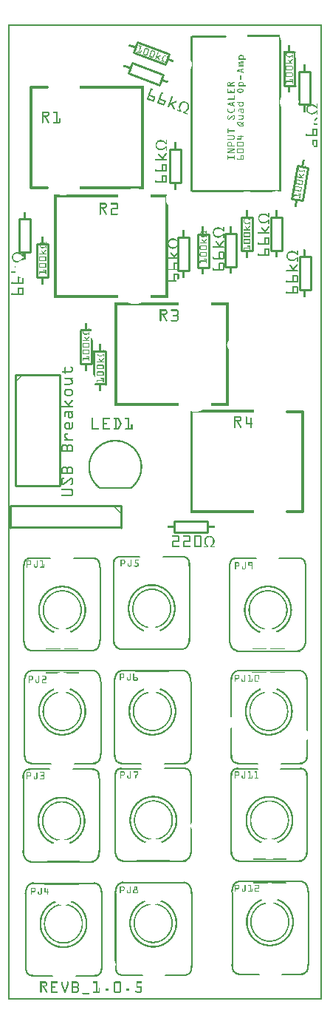
<source format=gto>
G04 MADE WITH FRITZING*
G04 WWW.FRITZING.ORG*
G04 DOUBLE SIDED*
G04 HOLES PLATED*
G04 CONTOUR ON CENTER OF CONTOUR VECTOR*
%ASAXBY*%
%FSLAX23Y23*%
%MOIN*%
%OFA0B0*%
%SFA1.0B1.0*%
%ADD10C,0.010000*%
%ADD11C,0.007778*%
%ADD12C,0.007833*%
%ADD13C,0.006667*%
%ADD14C,0.005670*%
%ADD15C,0.012500*%
%ADD16R,0.001000X0.001000*%
%LNSILK1*%
G90*
G70*
G54D10*
X511Y2228D02*
X11Y2228D01*
D02*
X11Y2228D02*
X11Y2128D01*
D02*
X511Y2128D02*
X511Y2228D01*
G54D11*
D02*
X708Y1066D02*
X800Y1066D01*
D02*
X510Y1066D02*
X602Y1066D01*
G54D12*
D02*
X482Y1435D02*
X482Y1108D01*
G54D11*
D02*
X826Y1435D02*
X826Y1107D01*
G54D13*
D02*
X793Y1484D02*
X511Y1484D01*
G54D14*
D02*
X727Y1583D02*
X577Y1583D01*
G54D11*
D02*
X1126Y1043D02*
X1034Y1043D01*
D02*
X1324Y1043D02*
X1232Y1043D01*
G54D12*
D02*
X1352Y674D02*
X1352Y1001D01*
G54D11*
D02*
X1008Y674D02*
X1008Y1002D01*
G54D13*
D02*
X1041Y625D02*
X1323Y625D01*
G54D10*
D02*
X33Y2819D02*
X33Y2319D01*
D02*
X33Y2319D02*
X233Y2319D01*
D02*
X233Y2319D02*
X233Y2819D01*
D02*
X233Y2819D02*
X33Y2819D01*
G54D11*
D02*
X594Y1998D02*
X502Y1998D01*
D02*
X792Y1998D02*
X700Y1998D01*
G54D12*
D02*
X820Y1629D02*
X820Y1956D01*
G54D11*
D02*
X476Y1629D02*
X476Y1957D01*
G54D13*
D02*
X510Y1580D02*
X791Y1580D01*
G54D14*
D02*
X576Y1481D02*
X725Y1481D01*
G54D11*
D02*
X190Y1991D02*
X98Y1991D01*
D02*
X388Y1992D02*
X296Y1992D01*
G54D12*
D02*
X416Y1622D02*
X416Y1950D01*
G54D11*
D02*
X72Y1622D02*
X72Y1950D01*
D02*
X187Y1040D02*
X95Y1040D01*
D02*
X385Y1040D02*
X293Y1040D01*
G54D12*
D02*
X413Y670D02*
X413Y998D01*
G54D11*
D02*
X69Y670D02*
X69Y999D01*
G54D13*
D02*
X102Y621D02*
X384Y621D01*
G54D14*
D02*
X168Y523D02*
X318Y523D01*
G54D11*
D02*
X1119Y1991D02*
X1027Y1991D01*
D02*
X1317Y1992D02*
X1225Y1992D01*
G54D12*
D02*
X1345Y1622D02*
X1345Y1950D01*
G54D11*
D02*
X1001Y1622D02*
X1001Y1950D01*
G54D13*
D02*
X1035Y1573D02*
X1316Y1573D01*
G54D11*
D02*
X1234Y1066D02*
X1326Y1066D01*
D02*
X1036Y1066D02*
X1128Y1066D01*
G54D13*
D02*
X1319Y1484D02*
X1037Y1484D01*
G54D11*
D02*
X1238Y116D02*
X1331Y116D01*
D02*
X1041Y116D02*
X1133Y116D01*
G54D12*
D02*
X1013Y485D02*
X1013Y158D01*
G54D11*
D02*
X1357Y485D02*
X1357Y157D01*
G54D13*
D02*
X1323Y534D02*
X1042Y534D01*
G54D11*
D02*
X602Y1043D02*
X509Y1043D01*
D02*
X800Y1044D02*
X708Y1044D01*
D02*
X484Y674D02*
X484Y1002D01*
G54D13*
D02*
X517Y625D02*
X799Y625D01*
G54D14*
D02*
X583Y527D02*
X733Y527D01*
G54D11*
D02*
X300Y1066D02*
X393Y1066D01*
D02*
X103Y1066D02*
X195Y1066D01*
G54D12*
D02*
X75Y1435D02*
X75Y1108D01*
G54D11*
D02*
X419Y1435D02*
X419Y1107D01*
G54D13*
D02*
X385Y1484D02*
X104Y1484D01*
G54D11*
D02*
X306Y108D02*
X399Y108D01*
D02*
X109Y108D02*
X200Y108D01*
G54D12*
D02*
X81Y477D02*
X81Y150D01*
G54D11*
D02*
X425Y477D02*
X425Y149D01*
G54D13*
D02*
X391Y526D02*
X110Y526D01*
G54D14*
D02*
X325Y625D02*
X176Y625D01*
G54D11*
D02*
X712Y111D02*
X804Y111D01*
D02*
X514Y110D02*
X606Y110D01*
D02*
X830Y480D02*
X830Y152D01*
G54D13*
D02*
X796Y529D02*
X515Y529D01*
G54D14*
D02*
X730Y627D02*
X581Y627D01*
G54D10*
D02*
X830Y4344D02*
X980Y4344D01*
D02*
X441Y2926D02*
X441Y2776D01*
D02*
X391Y2926D02*
X441Y2926D01*
D02*
X1246Y4123D02*
X1246Y4273D01*
D02*
X1296Y4123D02*
X1246Y4123D01*
D02*
X378Y2867D02*
X328Y2867D01*
D02*
X328Y2867D02*
X328Y3017D01*
D02*
X182Y3409D02*
X182Y3259D01*
D02*
X182Y3259D02*
X132Y3259D01*
D02*
X132Y3259D02*
X132Y3409D01*
D02*
X132Y3409D02*
X182Y3409D01*
D02*
X101Y3520D02*
X101Y3370D01*
D02*
X101Y3370D02*
X51Y3370D01*
D02*
X51Y3370D02*
X51Y3520D01*
D02*
X51Y3520D02*
X101Y3520D01*
D02*
X1367Y3350D02*
X1367Y3200D01*
D02*
X1367Y3200D02*
X1317Y3200D01*
D02*
X1317Y3200D02*
X1317Y3350D01*
D02*
X1317Y3350D02*
X1367Y3350D01*
D02*
X1031Y3456D02*
X1031Y3306D01*
D02*
X1031Y3306D02*
X981Y3306D01*
D02*
X981Y3306D02*
X981Y3456D01*
D02*
X981Y3456D02*
X1031Y3456D01*
D02*
X818Y3439D02*
X818Y3289D01*
D02*
X818Y3289D02*
X768Y3289D01*
D02*
X768Y3289D02*
X768Y3439D01*
D02*
X768Y3439D02*
X818Y3439D01*
D02*
X1365Y4185D02*
X1365Y4035D01*
D02*
X1315Y4185D02*
X1365Y4185D01*
D02*
X1188Y3379D02*
X1188Y3529D01*
D02*
X1188Y3529D02*
X1238Y3529D01*
D02*
X1238Y3529D02*
X1238Y3379D01*
D02*
X1238Y3379D02*
X1188Y3379D01*
D02*
X781Y3834D02*
X781Y3684D01*
D02*
X781Y3684D02*
X731Y3684D01*
D02*
X731Y3684D02*
X731Y3834D01*
D02*
X731Y3834D02*
X781Y3834D01*
D02*
X560Y4224D02*
X701Y4172D01*
D02*
X701Y4172D02*
X683Y4125D01*
D02*
X683Y4125D02*
X543Y4177D01*
D02*
X543Y4177D02*
X560Y4224D01*
D02*
X1355Y3752D02*
X1329Y3604D01*
D02*
X1329Y3604D02*
X1280Y3613D01*
D02*
X1280Y3613D02*
X1306Y3760D01*
D02*
X1306Y3760D02*
X1355Y3752D01*
D02*
X1104Y3528D02*
X1104Y3378D01*
D02*
X1104Y3378D02*
X1054Y3378D01*
D02*
X1054Y3378D02*
X1054Y3528D01*
D02*
X1054Y3528D02*
X1104Y3528D01*
D02*
X585Y4317D02*
X726Y4266D01*
D02*
X726Y4266D02*
X709Y4219D01*
D02*
X709Y4219D02*
X568Y4270D01*
D02*
X568Y4270D02*
X585Y4317D01*
D02*
X856Y3303D02*
X856Y3453D01*
D02*
X856Y3453D02*
X906Y3453D01*
D02*
X906Y3453D02*
X906Y3303D01*
D02*
X906Y3303D02*
X856Y3303D01*
D02*
X752Y2157D02*
X902Y2157D01*
D02*
X902Y2157D02*
X902Y2107D01*
D02*
X902Y2107D02*
X752Y2107D01*
D02*
X752Y2107D02*
X752Y2157D01*
G54D15*
X1260Y2653D02*
X1332Y2653D01*
X1332Y2201D01*
X1260Y2201D01*
D02*
X176Y3662D02*
X104Y3662D01*
X104Y4115D01*
X176Y4115D01*
D02*
G54D16*
X0Y4399D02*
X1418Y4399D01*
X0Y4398D02*
X1418Y4398D01*
X0Y4397D02*
X1418Y4397D01*
X0Y4396D02*
X1418Y4396D01*
X0Y4395D02*
X1418Y4395D01*
X0Y4394D02*
X1418Y4394D01*
X0Y4393D02*
X1418Y4393D01*
X0Y4392D02*
X1418Y4392D01*
X0Y4391D02*
X7Y4391D01*
X1411Y4391D02*
X1418Y4391D01*
X0Y4390D02*
X7Y4390D01*
X1411Y4390D02*
X1418Y4390D01*
X0Y4389D02*
X7Y4389D01*
X1411Y4389D02*
X1418Y4389D01*
X0Y4388D02*
X7Y4388D01*
X1411Y4388D02*
X1418Y4388D01*
X0Y4387D02*
X7Y4387D01*
X1411Y4387D02*
X1418Y4387D01*
X0Y4386D02*
X7Y4386D01*
X1411Y4386D02*
X1418Y4386D01*
X0Y4385D02*
X7Y4385D01*
X1411Y4385D02*
X1418Y4385D01*
X0Y4384D02*
X7Y4384D01*
X1411Y4384D02*
X1418Y4384D01*
X0Y4383D02*
X7Y4383D01*
X1411Y4383D02*
X1418Y4383D01*
X0Y4382D02*
X7Y4382D01*
X1411Y4382D02*
X1418Y4382D01*
X0Y4381D02*
X7Y4381D01*
X1411Y4381D02*
X1418Y4381D01*
X0Y4380D02*
X7Y4380D01*
X1411Y4380D02*
X1418Y4380D01*
X0Y4379D02*
X7Y4379D01*
X1411Y4379D02*
X1418Y4379D01*
X0Y4378D02*
X7Y4378D01*
X1411Y4378D02*
X1418Y4378D01*
X0Y4377D02*
X7Y4377D01*
X1411Y4377D02*
X1418Y4377D01*
X0Y4376D02*
X7Y4376D01*
X1411Y4376D02*
X1418Y4376D01*
X0Y4375D02*
X7Y4375D01*
X1411Y4375D02*
X1418Y4375D01*
X0Y4374D02*
X7Y4374D01*
X1411Y4374D02*
X1418Y4374D01*
X0Y4373D02*
X7Y4373D01*
X1411Y4373D02*
X1418Y4373D01*
X0Y4372D02*
X7Y4372D01*
X1411Y4372D02*
X1418Y4372D01*
X0Y4371D02*
X7Y4371D01*
X1411Y4371D02*
X1418Y4371D01*
X0Y4370D02*
X7Y4370D01*
X1411Y4370D02*
X1418Y4370D01*
X0Y4369D02*
X7Y4369D01*
X1411Y4369D02*
X1418Y4369D01*
X0Y4368D02*
X7Y4368D01*
X1411Y4368D02*
X1418Y4368D01*
X0Y4367D02*
X7Y4367D01*
X1411Y4367D02*
X1418Y4367D01*
X0Y4366D02*
X7Y4366D01*
X1411Y4366D02*
X1418Y4366D01*
X0Y4365D02*
X7Y4365D01*
X1411Y4365D02*
X1418Y4365D01*
X0Y4364D02*
X7Y4364D01*
X1411Y4364D02*
X1418Y4364D01*
X0Y4363D02*
X7Y4363D01*
X1411Y4363D02*
X1418Y4363D01*
X0Y4362D02*
X7Y4362D01*
X1411Y4362D02*
X1418Y4362D01*
X0Y4361D02*
X7Y4361D01*
X1411Y4361D02*
X1418Y4361D01*
X0Y4360D02*
X7Y4360D01*
X1411Y4360D02*
X1418Y4360D01*
X0Y4359D02*
X7Y4359D01*
X1411Y4359D02*
X1418Y4359D01*
X0Y4358D02*
X7Y4358D01*
X1411Y4358D02*
X1418Y4358D01*
X0Y4357D02*
X7Y4357D01*
X1411Y4357D02*
X1418Y4357D01*
X0Y4356D02*
X7Y4356D01*
X1411Y4356D02*
X1418Y4356D01*
X0Y4355D02*
X7Y4355D01*
X1411Y4355D02*
X1418Y4355D01*
X0Y4354D02*
X7Y4354D01*
X1411Y4354D02*
X1418Y4354D01*
X0Y4353D02*
X7Y4353D01*
X1411Y4353D02*
X1418Y4353D01*
X0Y4352D02*
X7Y4352D01*
X1411Y4352D02*
X1418Y4352D01*
X0Y4351D02*
X7Y4351D01*
X1411Y4351D02*
X1418Y4351D01*
X0Y4350D02*
X7Y4350D01*
X1080Y4350D02*
X1227Y4350D01*
X1411Y4350D02*
X1418Y4350D01*
X0Y4349D02*
X7Y4349D01*
X1080Y4349D02*
X1227Y4349D01*
X1411Y4349D02*
X1418Y4349D01*
X0Y4348D02*
X7Y4348D01*
X1080Y4348D02*
X1227Y4348D01*
X1411Y4348D02*
X1418Y4348D01*
X0Y4347D02*
X7Y4347D01*
X1080Y4347D02*
X1227Y4347D01*
X1411Y4347D02*
X1418Y4347D01*
X0Y4346D02*
X7Y4346D01*
X1080Y4346D02*
X1227Y4346D01*
X1411Y4346D02*
X1418Y4346D01*
X0Y4345D02*
X7Y4345D01*
X825Y4345D02*
X834Y4345D01*
X1080Y4345D02*
X1227Y4345D01*
X1411Y4345D02*
X1418Y4345D01*
X0Y4344D02*
X7Y4344D01*
X825Y4344D02*
X834Y4344D01*
X1080Y4344D02*
X1227Y4344D01*
X1411Y4344D02*
X1418Y4344D01*
X0Y4343D02*
X7Y4343D01*
X825Y4343D02*
X834Y4343D01*
X1080Y4343D02*
X1227Y4343D01*
X1411Y4343D02*
X1418Y4343D01*
X0Y4342D02*
X7Y4342D01*
X825Y4342D02*
X834Y4342D01*
X1080Y4342D02*
X1228Y4342D01*
X1411Y4342D02*
X1418Y4342D01*
X0Y4341D02*
X7Y4341D01*
X825Y4341D02*
X834Y4341D01*
X1080Y4341D02*
X1228Y4341D01*
X1411Y4341D02*
X1418Y4341D01*
X0Y4340D02*
X7Y4340D01*
X825Y4340D02*
X834Y4340D01*
X1225Y4340D02*
X1228Y4340D01*
X1411Y4340D02*
X1418Y4340D01*
X0Y4339D02*
X7Y4339D01*
X825Y4339D02*
X834Y4339D01*
X1225Y4339D02*
X1228Y4339D01*
X1411Y4339D02*
X1418Y4339D01*
X0Y4338D02*
X7Y4338D01*
X825Y4338D02*
X834Y4338D01*
X1225Y4338D02*
X1228Y4338D01*
X1411Y4338D02*
X1418Y4338D01*
X0Y4337D02*
X7Y4337D01*
X825Y4337D02*
X834Y4337D01*
X1225Y4337D02*
X1229Y4337D01*
X1411Y4337D02*
X1418Y4337D01*
X0Y4336D02*
X7Y4336D01*
X825Y4336D02*
X834Y4336D01*
X1225Y4336D02*
X1229Y4336D01*
X1411Y4336D02*
X1418Y4336D01*
X0Y4335D02*
X7Y4335D01*
X825Y4335D02*
X834Y4335D01*
X1225Y4335D02*
X1229Y4335D01*
X1411Y4335D02*
X1418Y4335D01*
X0Y4334D02*
X7Y4334D01*
X825Y4334D02*
X834Y4334D01*
X1225Y4334D02*
X1230Y4334D01*
X1411Y4334D02*
X1418Y4334D01*
X0Y4333D02*
X7Y4333D01*
X825Y4333D02*
X834Y4333D01*
X1225Y4333D02*
X1230Y4333D01*
X1411Y4333D02*
X1418Y4333D01*
X0Y4332D02*
X7Y4332D01*
X825Y4332D02*
X834Y4332D01*
X1225Y4332D02*
X1230Y4332D01*
X1411Y4332D02*
X1418Y4332D01*
X0Y4331D02*
X7Y4331D01*
X825Y4331D02*
X834Y4331D01*
X1225Y4331D02*
X1231Y4331D01*
X1411Y4331D02*
X1418Y4331D01*
X0Y4330D02*
X7Y4330D01*
X825Y4330D02*
X834Y4330D01*
X1225Y4330D02*
X1231Y4330D01*
X1411Y4330D02*
X1418Y4330D01*
X0Y4329D02*
X7Y4329D01*
X825Y4329D02*
X834Y4329D01*
X1225Y4329D02*
X1232Y4329D01*
X1411Y4329D02*
X1418Y4329D01*
X0Y4328D02*
X7Y4328D01*
X825Y4328D02*
X834Y4328D01*
X1225Y4328D02*
X1233Y4328D01*
X1411Y4328D02*
X1418Y4328D01*
X0Y4327D02*
X7Y4327D01*
X825Y4327D02*
X834Y4327D01*
X1225Y4327D02*
X1233Y4327D01*
X1411Y4327D02*
X1418Y4327D01*
X0Y4326D02*
X7Y4326D01*
X825Y4326D02*
X834Y4326D01*
X1225Y4326D02*
X1234Y4326D01*
X1411Y4326D02*
X1418Y4326D01*
X0Y4325D02*
X7Y4325D01*
X825Y4325D02*
X834Y4325D01*
X1225Y4325D02*
X1234Y4325D01*
X1411Y4325D02*
X1418Y4325D01*
X0Y4324D02*
X7Y4324D01*
X825Y4324D02*
X834Y4324D01*
X1225Y4324D02*
X1234Y4324D01*
X1411Y4324D02*
X1418Y4324D01*
X0Y4323D02*
X7Y4323D01*
X825Y4323D02*
X834Y4323D01*
X1225Y4323D02*
X1234Y4323D01*
X1411Y4323D02*
X1418Y4323D01*
X0Y4322D02*
X7Y4322D01*
X825Y4322D02*
X834Y4322D01*
X1225Y4322D02*
X1234Y4322D01*
X1411Y4322D02*
X1418Y4322D01*
X0Y4321D02*
X7Y4321D01*
X825Y4321D02*
X834Y4321D01*
X1225Y4321D02*
X1234Y4321D01*
X1411Y4321D02*
X1418Y4321D01*
X0Y4320D02*
X7Y4320D01*
X825Y4320D02*
X834Y4320D01*
X1225Y4320D02*
X1234Y4320D01*
X1411Y4320D02*
X1418Y4320D01*
X0Y4319D02*
X7Y4319D01*
X825Y4319D02*
X834Y4319D01*
X1225Y4319D02*
X1234Y4319D01*
X1411Y4319D02*
X1418Y4319D01*
X0Y4318D02*
X7Y4318D01*
X825Y4318D02*
X834Y4318D01*
X1225Y4318D02*
X1234Y4318D01*
X1411Y4318D02*
X1418Y4318D01*
X0Y4317D02*
X7Y4317D01*
X825Y4317D02*
X834Y4317D01*
X1225Y4317D02*
X1234Y4317D01*
X1411Y4317D02*
X1418Y4317D01*
X0Y4316D02*
X7Y4316D01*
X825Y4316D02*
X834Y4316D01*
X1225Y4316D02*
X1234Y4316D01*
X1411Y4316D02*
X1418Y4316D01*
X0Y4315D02*
X7Y4315D01*
X825Y4315D02*
X834Y4315D01*
X1225Y4315D02*
X1234Y4315D01*
X1411Y4315D02*
X1418Y4315D01*
X0Y4314D02*
X7Y4314D01*
X825Y4314D02*
X834Y4314D01*
X1225Y4314D02*
X1234Y4314D01*
X1411Y4314D02*
X1418Y4314D01*
X0Y4313D02*
X7Y4313D01*
X825Y4313D02*
X834Y4313D01*
X1225Y4313D02*
X1234Y4313D01*
X1411Y4313D02*
X1418Y4313D01*
X0Y4312D02*
X7Y4312D01*
X825Y4312D02*
X834Y4312D01*
X1225Y4312D02*
X1234Y4312D01*
X1411Y4312D02*
X1418Y4312D01*
X0Y4311D02*
X7Y4311D01*
X825Y4311D02*
X834Y4311D01*
X1225Y4311D02*
X1234Y4311D01*
X1411Y4311D02*
X1418Y4311D01*
X0Y4310D02*
X7Y4310D01*
X547Y4310D02*
X547Y4310D01*
X825Y4310D02*
X834Y4310D01*
X1225Y4310D02*
X1234Y4310D01*
X1411Y4310D02*
X1418Y4310D01*
X0Y4309D02*
X7Y4309D01*
X547Y4309D02*
X549Y4309D01*
X825Y4309D02*
X834Y4309D01*
X1225Y4309D02*
X1234Y4309D01*
X1411Y4309D02*
X1418Y4309D01*
X0Y4308D02*
X7Y4308D01*
X547Y4308D02*
X552Y4308D01*
X825Y4308D02*
X834Y4308D01*
X1225Y4308D02*
X1234Y4308D01*
X1411Y4308D02*
X1418Y4308D01*
X0Y4307D02*
X7Y4307D01*
X547Y4307D02*
X555Y4307D01*
X825Y4307D02*
X834Y4307D01*
X1225Y4307D02*
X1234Y4307D01*
X1411Y4307D02*
X1418Y4307D01*
X0Y4306D02*
X7Y4306D01*
X546Y4306D02*
X558Y4306D01*
X825Y4306D02*
X834Y4306D01*
X1225Y4306D02*
X1234Y4306D01*
X1266Y4306D02*
X1275Y4306D01*
X1411Y4306D02*
X1418Y4306D01*
X0Y4305D02*
X7Y4305D01*
X546Y4305D02*
X560Y4305D01*
X825Y4305D02*
X834Y4305D01*
X1225Y4305D02*
X1234Y4305D01*
X1266Y4305D02*
X1275Y4305D01*
X1411Y4305D02*
X1418Y4305D01*
X0Y4304D02*
X7Y4304D01*
X545Y4304D02*
X563Y4304D01*
X825Y4304D02*
X834Y4304D01*
X1225Y4304D02*
X1234Y4304D01*
X1266Y4304D02*
X1275Y4304D01*
X1411Y4304D02*
X1418Y4304D01*
X0Y4303D02*
X7Y4303D01*
X545Y4303D02*
X566Y4303D01*
X592Y4303D02*
X594Y4303D01*
X825Y4303D02*
X834Y4303D01*
X1225Y4303D02*
X1234Y4303D01*
X1266Y4303D02*
X1275Y4303D01*
X1411Y4303D02*
X1418Y4303D01*
X0Y4302D02*
X7Y4302D01*
X545Y4302D02*
X569Y4302D01*
X591Y4302D02*
X596Y4302D01*
X825Y4302D02*
X834Y4302D01*
X1225Y4302D02*
X1234Y4302D01*
X1266Y4302D02*
X1275Y4302D01*
X1411Y4302D02*
X1418Y4302D01*
X0Y4301D02*
X7Y4301D01*
X544Y4301D02*
X571Y4301D01*
X591Y4301D02*
X599Y4301D01*
X825Y4301D02*
X834Y4301D01*
X1225Y4301D02*
X1234Y4301D01*
X1266Y4301D02*
X1275Y4301D01*
X1411Y4301D02*
X1418Y4301D01*
X0Y4300D02*
X7Y4300D01*
X546Y4300D02*
X574Y4300D01*
X591Y4300D02*
X602Y4300D01*
X825Y4300D02*
X834Y4300D01*
X1225Y4300D02*
X1234Y4300D01*
X1266Y4300D02*
X1275Y4300D01*
X1411Y4300D02*
X1418Y4300D01*
X0Y4299D02*
X7Y4299D01*
X549Y4299D02*
X576Y4299D01*
X593Y4299D02*
X602Y4299D01*
X825Y4299D02*
X834Y4299D01*
X1225Y4299D02*
X1234Y4299D01*
X1266Y4299D02*
X1275Y4299D01*
X1411Y4299D02*
X1418Y4299D01*
X0Y4298D02*
X7Y4298D01*
X551Y4298D02*
X576Y4298D01*
X596Y4298D02*
X602Y4298D01*
X825Y4298D02*
X834Y4298D01*
X1225Y4298D02*
X1234Y4298D01*
X1266Y4298D02*
X1275Y4298D01*
X1411Y4298D02*
X1418Y4298D01*
X0Y4297D02*
X7Y4297D01*
X554Y4297D02*
X576Y4297D01*
X598Y4297D02*
X601Y4297D01*
X825Y4297D02*
X834Y4297D01*
X1225Y4297D02*
X1234Y4297D01*
X1266Y4297D02*
X1275Y4297D01*
X1411Y4297D02*
X1418Y4297D01*
X0Y4296D02*
X7Y4296D01*
X557Y4296D02*
X576Y4296D01*
X597Y4296D02*
X601Y4296D01*
X825Y4296D02*
X834Y4296D01*
X1225Y4296D02*
X1234Y4296D01*
X1266Y4296D02*
X1275Y4296D01*
X1411Y4296D02*
X1418Y4296D01*
X0Y4295D02*
X7Y4295D01*
X560Y4295D02*
X575Y4295D01*
X597Y4295D02*
X601Y4295D01*
X825Y4295D02*
X834Y4295D01*
X1225Y4295D02*
X1234Y4295D01*
X1266Y4295D02*
X1275Y4295D01*
X1411Y4295D02*
X1418Y4295D01*
X0Y4294D02*
X7Y4294D01*
X562Y4294D02*
X575Y4294D01*
X597Y4294D02*
X600Y4294D01*
X825Y4294D02*
X834Y4294D01*
X1225Y4294D02*
X1234Y4294D01*
X1266Y4294D02*
X1275Y4294D01*
X1411Y4294D02*
X1418Y4294D01*
X0Y4293D02*
X7Y4293D01*
X565Y4293D02*
X575Y4293D01*
X596Y4293D02*
X600Y4293D01*
X825Y4293D02*
X834Y4293D01*
X1225Y4293D02*
X1234Y4293D01*
X1266Y4293D02*
X1275Y4293D01*
X1411Y4293D02*
X1418Y4293D01*
X0Y4292D02*
X7Y4292D01*
X568Y4292D02*
X574Y4292D01*
X596Y4292D02*
X599Y4292D01*
X620Y4292D02*
X624Y4292D01*
X825Y4292D02*
X834Y4292D01*
X1225Y4292D02*
X1234Y4292D01*
X1266Y4292D02*
X1275Y4292D01*
X1411Y4292D02*
X1418Y4292D01*
X0Y4291D02*
X7Y4291D01*
X571Y4291D02*
X574Y4291D01*
X596Y4291D02*
X599Y4291D01*
X619Y4291D02*
X627Y4291D01*
X825Y4291D02*
X834Y4291D01*
X1225Y4291D02*
X1234Y4291D01*
X1266Y4291D02*
X1275Y4291D01*
X1411Y4291D02*
X1418Y4291D01*
X0Y4290D02*
X7Y4290D01*
X573Y4290D02*
X573Y4290D01*
X595Y4290D02*
X599Y4290D01*
X619Y4290D02*
X629Y4290D01*
X825Y4290D02*
X834Y4290D01*
X1225Y4290D02*
X1234Y4290D01*
X1266Y4290D02*
X1275Y4290D01*
X1411Y4290D02*
X1418Y4290D01*
X0Y4289D02*
X7Y4289D01*
X595Y4289D02*
X598Y4289D01*
X618Y4289D02*
X632Y4289D01*
X825Y4289D02*
X834Y4289D01*
X1225Y4289D02*
X1234Y4289D01*
X1266Y4289D02*
X1275Y4289D01*
X1411Y4289D02*
X1418Y4289D01*
X0Y4288D02*
X7Y4288D01*
X595Y4288D02*
X598Y4288D01*
X618Y4288D02*
X621Y4288D01*
X624Y4288D02*
X635Y4288D01*
X825Y4288D02*
X834Y4288D01*
X1225Y4288D02*
X1234Y4288D01*
X1266Y4288D02*
X1275Y4288D01*
X1411Y4288D02*
X1418Y4288D01*
X0Y4287D02*
X7Y4287D01*
X594Y4287D02*
X598Y4287D01*
X617Y4287D02*
X621Y4287D01*
X626Y4287D02*
X636Y4287D01*
X825Y4287D02*
X834Y4287D01*
X1225Y4287D02*
X1234Y4287D01*
X1266Y4287D02*
X1275Y4287D01*
X1411Y4287D02*
X1418Y4287D01*
X0Y4286D02*
X7Y4286D01*
X594Y4286D02*
X597Y4286D01*
X617Y4286D02*
X621Y4286D01*
X629Y4286D02*
X637Y4286D01*
X825Y4286D02*
X834Y4286D01*
X1225Y4286D02*
X1234Y4286D01*
X1266Y4286D02*
X1275Y4286D01*
X1411Y4286D02*
X1418Y4286D01*
X0Y4285D02*
X7Y4285D01*
X593Y4285D02*
X597Y4285D01*
X617Y4285D02*
X620Y4285D01*
X632Y4285D02*
X637Y4285D01*
X825Y4285D02*
X834Y4285D01*
X1225Y4285D02*
X1234Y4285D01*
X1266Y4285D02*
X1275Y4285D01*
X1411Y4285D02*
X1418Y4285D01*
X0Y4284D02*
X7Y4284D01*
X593Y4284D02*
X597Y4284D01*
X616Y4284D02*
X620Y4284D01*
X634Y4284D02*
X637Y4284D01*
X825Y4284D02*
X834Y4284D01*
X1225Y4284D02*
X1234Y4284D01*
X1266Y4284D02*
X1275Y4284D01*
X1411Y4284D02*
X1418Y4284D01*
X0Y4283D02*
X7Y4283D01*
X593Y4283D02*
X596Y4283D01*
X616Y4283D02*
X619Y4283D01*
X634Y4283D02*
X637Y4283D01*
X825Y4283D02*
X834Y4283D01*
X1225Y4283D02*
X1234Y4283D01*
X1266Y4283D02*
X1275Y4283D01*
X1411Y4283D02*
X1418Y4283D01*
X0Y4282D02*
X7Y4282D01*
X592Y4282D02*
X596Y4282D01*
X616Y4282D02*
X619Y4282D01*
X633Y4282D02*
X637Y4282D01*
X649Y4282D02*
X652Y4282D01*
X825Y4282D02*
X834Y4282D01*
X1225Y4282D02*
X1234Y4282D01*
X1266Y4282D02*
X1275Y4282D01*
X1411Y4282D02*
X1418Y4282D01*
X0Y4281D02*
X7Y4281D01*
X592Y4281D02*
X595Y4281D01*
X601Y4281D02*
X602Y4281D01*
X615Y4281D02*
X619Y4281D01*
X633Y4281D02*
X636Y4281D01*
X648Y4281D02*
X654Y4281D01*
X825Y4281D02*
X834Y4281D01*
X1225Y4281D02*
X1234Y4281D01*
X1266Y4281D02*
X1275Y4281D01*
X1411Y4281D02*
X1418Y4281D01*
X0Y4280D02*
X7Y4280D01*
X592Y4280D02*
X595Y4280D01*
X600Y4280D02*
X603Y4280D01*
X615Y4280D02*
X618Y4280D01*
X632Y4280D02*
X636Y4280D01*
X647Y4280D02*
X657Y4280D01*
X825Y4280D02*
X834Y4280D01*
X1225Y4280D02*
X1234Y4280D01*
X1266Y4280D02*
X1275Y4280D01*
X1411Y4280D02*
X1418Y4280D01*
X0Y4279D02*
X7Y4279D01*
X591Y4279D02*
X595Y4279D01*
X600Y4279D02*
X603Y4279D01*
X615Y4279D02*
X618Y4279D01*
X632Y4279D02*
X636Y4279D01*
X647Y4279D02*
X660Y4279D01*
X825Y4279D02*
X834Y4279D01*
X1225Y4279D02*
X1234Y4279D01*
X1266Y4279D02*
X1275Y4279D01*
X1411Y4279D02*
X1418Y4279D01*
X0Y4278D02*
X7Y4278D01*
X591Y4278D02*
X594Y4278D01*
X600Y4278D02*
X603Y4278D01*
X614Y4278D02*
X618Y4278D01*
X632Y4278D02*
X635Y4278D01*
X646Y4278D02*
X663Y4278D01*
X825Y4278D02*
X834Y4278D01*
X1225Y4278D02*
X1234Y4278D01*
X1246Y4278D02*
X1295Y4278D01*
X1411Y4278D02*
X1418Y4278D01*
X0Y4277D02*
X7Y4277D01*
X591Y4277D02*
X594Y4277D01*
X599Y4277D02*
X603Y4277D01*
X614Y4277D02*
X617Y4277D01*
X631Y4277D02*
X635Y4277D01*
X646Y4277D02*
X649Y4277D01*
X654Y4277D02*
X664Y4277D01*
X825Y4277D02*
X834Y4277D01*
X1225Y4277D02*
X1234Y4277D01*
X1246Y4277D02*
X1295Y4277D01*
X1411Y4277D02*
X1418Y4277D01*
X0Y4276D02*
X7Y4276D01*
X582Y4276D02*
X585Y4276D01*
X590Y4276D02*
X594Y4276D01*
X599Y4276D02*
X602Y4276D01*
X613Y4276D02*
X617Y4276D01*
X631Y4276D02*
X635Y4276D01*
X645Y4276D02*
X649Y4276D01*
X657Y4276D02*
X665Y4276D01*
X825Y4276D02*
X834Y4276D01*
X1225Y4276D02*
X1234Y4276D01*
X1246Y4276D02*
X1295Y4276D01*
X1411Y4276D02*
X1418Y4276D01*
X0Y4275D02*
X7Y4275D01*
X581Y4275D02*
X588Y4275D01*
X590Y4275D02*
X593Y4275D01*
X599Y4275D02*
X602Y4275D01*
X613Y4275D02*
X617Y4275D01*
X631Y4275D02*
X634Y4275D01*
X645Y4275D02*
X649Y4275D01*
X659Y4275D02*
X665Y4275D01*
X825Y4275D02*
X834Y4275D01*
X1225Y4275D02*
X1234Y4275D01*
X1246Y4275D02*
X1295Y4275D01*
X1411Y4275D02*
X1418Y4275D01*
X0Y4274D02*
X7Y4274D01*
X581Y4274D02*
X593Y4274D01*
X598Y4274D02*
X602Y4274D01*
X613Y4274D02*
X616Y4274D01*
X630Y4274D02*
X634Y4274D01*
X645Y4274D02*
X648Y4274D01*
X662Y4274D02*
X665Y4274D01*
X825Y4274D02*
X834Y4274D01*
X1225Y4274D02*
X1234Y4274D01*
X1246Y4274D02*
X1295Y4274D01*
X1411Y4274D02*
X1418Y4274D01*
X0Y4273D02*
X7Y4273D01*
X582Y4273D02*
X593Y4273D01*
X598Y4273D02*
X601Y4273D01*
X612Y4273D02*
X616Y4273D01*
X630Y4273D02*
X633Y4273D01*
X644Y4273D02*
X648Y4273D01*
X662Y4273D02*
X665Y4273D01*
X825Y4273D02*
X834Y4273D01*
X1225Y4273D02*
X1234Y4273D01*
X1246Y4273D02*
X1299Y4273D01*
X1411Y4273D02*
X1418Y4273D01*
X0Y4272D02*
X7Y4272D01*
X585Y4272D02*
X601Y4272D01*
X612Y4272D02*
X615Y4272D01*
X630Y4272D02*
X633Y4272D01*
X644Y4272D02*
X647Y4272D01*
X662Y4272D02*
X665Y4272D01*
X676Y4272D02*
X678Y4272D01*
X825Y4272D02*
X834Y4272D01*
X1225Y4272D02*
X1234Y4272D01*
X1246Y4272D02*
X1299Y4272D01*
X1411Y4272D02*
X1418Y4272D01*
X0Y4271D02*
X7Y4271D01*
X588Y4271D02*
X601Y4271D01*
X612Y4271D02*
X615Y4271D01*
X629Y4271D02*
X633Y4271D01*
X644Y4271D02*
X647Y4271D01*
X661Y4271D02*
X665Y4271D01*
X676Y4271D02*
X679Y4271D01*
X825Y4271D02*
X834Y4271D01*
X1225Y4271D02*
X1234Y4271D01*
X1246Y4271D02*
X1299Y4271D01*
X1411Y4271D02*
X1418Y4271D01*
X0Y4270D02*
X7Y4270D01*
X590Y4270D02*
X600Y4270D01*
X611Y4270D02*
X615Y4270D01*
X629Y4270D02*
X632Y4270D01*
X643Y4270D02*
X647Y4270D01*
X661Y4270D02*
X664Y4270D01*
X675Y4270D02*
X679Y4270D01*
X825Y4270D02*
X834Y4270D01*
X1225Y4270D02*
X1234Y4270D01*
X1246Y4270D02*
X1298Y4270D01*
X1411Y4270D02*
X1418Y4270D01*
X0Y4269D02*
X7Y4269D01*
X593Y4269D02*
X600Y4269D01*
X611Y4269D02*
X614Y4269D01*
X628Y4269D02*
X632Y4269D01*
X643Y4269D02*
X646Y4269D01*
X661Y4269D02*
X664Y4269D01*
X675Y4269D02*
X678Y4269D01*
X825Y4269D02*
X834Y4269D01*
X1225Y4269D02*
X1234Y4269D01*
X1246Y4269D02*
X1298Y4269D01*
X1411Y4269D02*
X1418Y4269D01*
X0Y4268D02*
X7Y4268D01*
X596Y4268D02*
X599Y4268D01*
X611Y4268D02*
X614Y4268D01*
X628Y4268D02*
X632Y4268D01*
X643Y4268D02*
X646Y4268D01*
X660Y4268D02*
X664Y4268D01*
X675Y4268D02*
X678Y4268D01*
X825Y4268D02*
X834Y4268D01*
X1225Y4268D02*
X1234Y4268D01*
X1256Y4268D02*
X1259Y4268D01*
X1282Y4268D02*
X1286Y4268D01*
X1291Y4268D02*
X1298Y4268D01*
X1411Y4268D02*
X1418Y4268D01*
X0Y4267D02*
X7Y4267D01*
X610Y4267D02*
X614Y4267D01*
X628Y4267D02*
X631Y4267D01*
X642Y4267D02*
X646Y4267D01*
X660Y4267D02*
X663Y4267D01*
X674Y4267D02*
X678Y4267D01*
X825Y4267D02*
X834Y4267D01*
X1225Y4267D02*
X1234Y4267D01*
X1256Y4267D02*
X1259Y4267D01*
X1283Y4267D02*
X1286Y4267D01*
X1291Y4267D02*
X1298Y4267D01*
X1411Y4267D02*
X1418Y4267D01*
X0Y4266D02*
X7Y4266D01*
X610Y4266D02*
X613Y4266D01*
X627Y4266D02*
X631Y4266D01*
X642Y4266D02*
X645Y4266D01*
X659Y4266D02*
X663Y4266D01*
X674Y4266D02*
X677Y4266D01*
X825Y4266D02*
X834Y4266D01*
X1225Y4266D02*
X1234Y4266D01*
X1256Y4266D02*
X1258Y4266D01*
X1291Y4266D02*
X1298Y4266D01*
X1411Y4266D02*
X1418Y4266D01*
X0Y4265D02*
X7Y4265D01*
X610Y4265D02*
X615Y4265D01*
X627Y4265D02*
X631Y4265D01*
X641Y4265D02*
X645Y4265D01*
X659Y4265D02*
X663Y4265D01*
X674Y4265D02*
X677Y4265D01*
X825Y4265D02*
X834Y4265D01*
X1225Y4265D02*
X1234Y4265D01*
X1256Y4265D02*
X1258Y4265D01*
X1291Y4265D02*
X1297Y4265D01*
X1411Y4265D02*
X1418Y4265D01*
X0Y4264D02*
X7Y4264D01*
X610Y4264D02*
X618Y4264D01*
X627Y4264D02*
X630Y4264D01*
X641Y4264D02*
X645Y4264D01*
X659Y4264D02*
X662Y4264D01*
X673Y4264D02*
X677Y4264D01*
X825Y4264D02*
X834Y4264D01*
X1225Y4264D02*
X1234Y4264D01*
X1256Y4264D02*
X1258Y4264D01*
X1291Y4264D02*
X1297Y4264D01*
X1411Y4264D02*
X1418Y4264D01*
X0Y4263D02*
X7Y4263D01*
X611Y4263D02*
X621Y4263D01*
X626Y4263D02*
X630Y4263D01*
X641Y4263D02*
X644Y4263D01*
X658Y4263D02*
X662Y4263D01*
X673Y4263D02*
X676Y4263D01*
X825Y4263D02*
X834Y4263D01*
X1225Y4263D02*
X1234Y4263D01*
X1256Y4263D02*
X1258Y4263D01*
X1291Y4263D02*
X1297Y4263D01*
X1411Y4263D02*
X1418Y4263D01*
X0Y4262D02*
X7Y4262D01*
X613Y4262D02*
X624Y4262D01*
X626Y4262D02*
X629Y4262D01*
X640Y4262D02*
X644Y4262D01*
X658Y4262D02*
X661Y4262D01*
X672Y4262D02*
X676Y4262D01*
X825Y4262D02*
X834Y4262D01*
X1225Y4262D02*
X1234Y4262D01*
X1256Y4262D02*
X1258Y4262D01*
X1291Y4262D02*
X1297Y4262D01*
X1411Y4262D02*
X1418Y4262D01*
X0Y4261D02*
X7Y4261D01*
X615Y4261D02*
X629Y4261D01*
X640Y4261D02*
X644Y4261D01*
X658Y4261D02*
X661Y4261D01*
X672Y4261D02*
X676Y4261D01*
X825Y4261D02*
X834Y4261D01*
X1225Y4261D02*
X1234Y4261D01*
X1256Y4261D02*
X1258Y4261D01*
X1284Y4261D02*
X1285Y4261D01*
X1291Y4261D02*
X1297Y4261D01*
X1411Y4261D02*
X1418Y4261D01*
X0Y4260D02*
X7Y4260D01*
X618Y4260D02*
X629Y4260D01*
X640Y4260D02*
X643Y4260D01*
X657Y4260D02*
X661Y4260D01*
X672Y4260D02*
X675Y4260D01*
X825Y4260D02*
X834Y4260D01*
X1049Y4260D02*
X1058Y4260D01*
X1225Y4260D02*
X1234Y4260D01*
X1256Y4260D02*
X1259Y4260D01*
X1283Y4260D02*
X1286Y4260D01*
X1291Y4260D02*
X1297Y4260D01*
X1411Y4260D02*
X1418Y4260D01*
X0Y4259D02*
X7Y4259D01*
X621Y4259D02*
X628Y4259D01*
X639Y4259D02*
X643Y4259D01*
X657Y4259D02*
X660Y4259D01*
X671Y4259D02*
X675Y4259D01*
X687Y4259D02*
X689Y4259D01*
X825Y4259D02*
X834Y4259D01*
X1047Y4259D02*
X1060Y4259D01*
X1225Y4259D02*
X1234Y4259D01*
X1257Y4259D02*
X1259Y4259D01*
X1282Y4259D02*
X1286Y4259D01*
X1291Y4259D02*
X1297Y4259D01*
X1411Y4259D02*
X1418Y4259D01*
X0Y4258D02*
X7Y4258D01*
X623Y4258D02*
X627Y4258D01*
X639Y4258D02*
X642Y4258D01*
X657Y4258D02*
X660Y4258D01*
X671Y4258D02*
X674Y4258D01*
X684Y4258D02*
X689Y4258D01*
X707Y4258D02*
X712Y4258D01*
X825Y4258D02*
X834Y4258D01*
X1045Y4258D02*
X1061Y4258D01*
X1225Y4258D02*
X1234Y4258D01*
X1257Y4258D02*
X1260Y4258D01*
X1281Y4258D02*
X1286Y4258D01*
X1291Y4258D02*
X1297Y4258D01*
X1411Y4258D02*
X1418Y4258D01*
X0Y4257D02*
X7Y4257D01*
X639Y4257D02*
X642Y4257D01*
X656Y4257D02*
X660Y4257D01*
X671Y4257D02*
X674Y4257D01*
X681Y4257D02*
X689Y4257D01*
X704Y4257D02*
X715Y4257D01*
X825Y4257D02*
X834Y4257D01*
X1045Y4257D02*
X1062Y4257D01*
X1225Y4257D02*
X1234Y4257D01*
X1257Y4257D02*
X1261Y4257D01*
X1279Y4257D02*
X1286Y4257D01*
X1291Y4257D02*
X1297Y4257D01*
X1411Y4257D02*
X1418Y4257D01*
X0Y4256D02*
X7Y4256D01*
X638Y4256D02*
X642Y4256D01*
X656Y4256D02*
X659Y4256D01*
X670Y4256D02*
X674Y4256D01*
X679Y4256D02*
X689Y4256D01*
X703Y4256D02*
X717Y4256D01*
X825Y4256D02*
X834Y4256D01*
X1044Y4256D02*
X1049Y4256D01*
X1057Y4256D02*
X1062Y4256D01*
X1225Y4256D02*
X1234Y4256D01*
X1258Y4256D02*
X1262Y4256D01*
X1278Y4256D02*
X1282Y4256D01*
X1284Y4256D02*
X1286Y4256D01*
X1291Y4256D02*
X1297Y4256D01*
X1411Y4256D02*
X1418Y4256D01*
X0Y4255D02*
X7Y4255D01*
X638Y4255D02*
X643Y4255D01*
X655Y4255D02*
X659Y4255D01*
X670Y4255D02*
X673Y4255D01*
X676Y4255D02*
X687Y4255D01*
X701Y4255D02*
X708Y4255D01*
X712Y4255D02*
X719Y4255D01*
X825Y4255D02*
X834Y4255D01*
X1043Y4255D02*
X1047Y4255D01*
X1059Y4255D02*
X1063Y4255D01*
X1225Y4255D02*
X1234Y4255D01*
X1259Y4255D02*
X1264Y4255D01*
X1275Y4255D02*
X1281Y4255D01*
X1284Y4255D02*
X1286Y4255D01*
X1291Y4255D02*
X1297Y4255D01*
X1411Y4255D02*
X1418Y4255D01*
X0Y4254D02*
X7Y4254D01*
X639Y4254D02*
X646Y4254D01*
X655Y4254D02*
X659Y4254D01*
X670Y4254D02*
X684Y4254D01*
X700Y4254D02*
X706Y4254D01*
X715Y4254D02*
X720Y4254D01*
X825Y4254D02*
X834Y4254D01*
X1042Y4254D02*
X1047Y4254D01*
X1060Y4254D02*
X1064Y4254D01*
X1225Y4254D02*
X1234Y4254D01*
X1259Y4254D02*
X1280Y4254D01*
X1284Y4254D02*
X1286Y4254D01*
X1291Y4254D02*
X1297Y4254D01*
X1411Y4254D02*
X1418Y4254D01*
X0Y4253D02*
X7Y4253D01*
X639Y4253D02*
X649Y4253D01*
X655Y4253D02*
X658Y4253D01*
X669Y4253D02*
X682Y4253D01*
X700Y4253D02*
X704Y4253D01*
X717Y4253D02*
X721Y4253D01*
X825Y4253D02*
X834Y4253D01*
X1042Y4253D02*
X1046Y4253D01*
X1060Y4253D02*
X1065Y4253D01*
X1225Y4253D02*
X1234Y4253D01*
X1261Y4253D02*
X1279Y4253D01*
X1284Y4253D02*
X1286Y4253D01*
X1291Y4253D02*
X1298Y4253D01*
X1411Y4253D02*
X1418Y4253D01*
X0Y4252D02*
X7Y4252D01*
X640Y4252D02*
X651Y4252D01*
X654Y4252D02*
X658Y4252D01*
X669Y4252D02*
X679Y4252D01*
X699Y4252D02*
X703Y4252D01*
X718Y4252D02*
X722Y4252D01*
X825Y4252D02*
X834Y4252D01*
X1041Y4252D02*
X1045Y4252D01*
X1061Y4252D02*
X1065Y4252D01*
X1225Y4252D02*
X1234Y4252D01*
X1262Y4252D02*
X1277Y4252D01*
X1284Y4252D02*
X1286Y4252D01*
X1291Y4252D02*
X1298Y4252D01*
X1411Y4252D02*
X1418Y4252D01*
X0Y4251D02*
X7Y4251D01*
X643Y4251D02*
X657Y4251D01*
X668Y4251D02*
X678Y4251D01*
X698Y4251D02*
X702Y4251D01*
X719Y4251D02*
X722Y4251D01*
X825Y4251D02*
X834Y4251D01*
X1041Y4251D02*
X1044Y4251D01*
X1062Y4251D02*
X1065Y4251D01*
X1225Y4251D02*
X1234Y4251D01*
X1264Y4251D02*
X1275Y4251D01*
X1284Y4251D02*
X1286Y4251D01*
X1291Y4251D02*
X1298Y4251D01*
X1411Y4251D02*
X1418Y4251D01*
X0Y4250D02*
X7Y4250D01*
X645Y4250D02*
X657Y4250D01*
X668Y4250D02*
X679Y4250D01*
X698Y4250D02*
X702Y4250D01*
X720Y4250D02*
X723Y4250D01*
X825Y4250D02*
X834Y4250D01*
X1041Y4250D02*
X1044Y4250D01*
X1062Y4250D02*
X1065Y4250D01*
X1225Y4250D02*
X1234Y4250D01*
X1267Y4250D02*
X1272Y4250D01*
X1284Y4250D02*
X1286Y4250D01*
X1291Y4250D02*
X1298Y4250D01*
X1411Y4250D02*
X1418Y4250D01*
X0Y4249D02*
X7Y4249D01*
X648Y4249D02*
X657Y4249D01*
X668Y4249D02*
X671Y4249D01*
X675Y4249D02*
X679Y4249D01*
X697Y4249D02*
X701Y4249D01*
X720Y4249D02*
X723Y4249D01*
X825Y4249D02*
X834Y4249D01*
X1041Y4249D02*
X1044Y4249D01*
X1062Y4249D02*
X1065Y4249D01*
X1225Y4249D02*
X1234Y4249D01*
X1284Y4249D02*
X1286Y4249D01*
X1291Y4249D02*
X1299Y4249D01*
X1411Y4249D02*
X1418Y4249D01*
X0Y4248D02*
X7Y4248D01*
X651Y4248D02*
X656Y4248D01*
X667Y4248D02*
X671Y4248D01*
X676Y4248D02*
X680Y4248D01*
X697Y4248D02*
X701Y4248D01*
X720Y4248D02*
X723Y4248D01*
X825Y4248D02*
X834Y4248D01*
X1041Y4248D02*
X1045Y4248D01*
X1061Y4248D02*
X1065Y4248D01*
X1225Y4248D02*
X1234Y4248D01*
X1291Y4248D02*
X1299Y4248D01*
X1411Y4248D02*
X1418Y4248D01*
X0Y4247D02*
X7Y4247D01*
X667Y4247D02*
X670Y4247D01*
X676Y4247D02*
X680Y4247D01*
X697Y4247D02*
X701Y4247D01*
X718Y4247D02*
X724Y4247D01*
X825Y4247D02*
X834Y4247D01*
X1041Y4247D02*
X1046Y4247D01*
X1061Y4247D02*
X1065Y4247D01*
X1225Y4247D02*
X1234Y4247D01*
X1291Y4247D02*
X1299Y4247D01*
X1411Y4247D02*
X1418Y4247D01*
X0Y4246D02*
X7Y4246D01*
X667Y4246D02*
X670Y4246D01*
X677Y4246D02*
X681Y4246D01*
X697Y4246D02*
X700Y4246D01*
X718Y4246D02*
X724Y4246D01*
X825Y4246D02*
X834Y4246D01*
X1042Y4246D02*
X1047Y4246D01*
X1059Y4246D02*
X1064Y4246D01*
X1225Y4246D02*
X1234Y4246D01*
X1291Y4246D02*
X1299Y4246D01*
X1411Y4246D02*
X1418Y4246D01*
X0Y4245D02*
X7Y4245D01*
X666Y4245D02*
X670Y4245D01*
X677Y4245D02*
X681Y4245D01*
X697Y4245D02*
X700Y4245D01*
X718Y4245D02*
X726Y4245D01*
X825Y4245D02*
X834Y4245D01*
X1043Y4245D02*
X1048Y4245D01*
X1059Y4245D02*
X1063Y4245D01*
X1225Y4245D02*
X1234Y4245D01*
X1291Y4245D02*
X1300Y4245D01*
X1411Y4245D02*
X1418Y4245D01*
X0Y4244D02*
X7Y4244D01*
X666Y4244D02*
X669Y4244D01*
X678Y4244D02*
X682Y4244D01*
X696Y4244D02*
X700Y4244D01*
X717Y4244D02*
X728Y4244D01*
X825Y4244D02*
X834Y4244D01*
X1044Y4244D02*
X1049Y4244D01*
X1057Y4244D02*
X1063Y4244D01*
X1225Y4244D02*
X1234Y4244D01*
X1291Y4244D02*
X1300Y4244D01*
X1411Y4244D02*
X1418Y4244D01*
X0Y4243D02*
X7Y4243D01*
X666Y4243D02*
X669Y4243D01*
X679Y4243D02*
X682Y4243D01*
X696Y4243D02*
X700Y4243D01*
X717Y4243D02*
X731Y4243D01*
X825Y4243D02*
X834Y4243D01*
X1042Y4243D02*
X1073Y4243D01*
X1225Y4243D02*
X1234Y4243D01*
X1291Y4243D02*
X1300Y4243D01*
X1411Y4243D02*
X1418Y4243D01*
X0Y4242D02*
X7Y4242D01*
X668Y4242D02*
X668Y4242D01*
X679Y4242D02*
X683Y4242D01*
X697Y4242D02*
X700Y4242D01*
X717Y4242D02*
X734Y4242D01*
X825Y4242D02*
X834Y4242D01*
X1041Y4242D02*
X1073Y4242D01*
X1225Y4242D02*
X1234Y4242D01*
X1283Y4242D02*
X1285Y4242D01*
X1291Y4242D02*
X1300Y4242D01*
X1411Y4242D02*
X1418Y4242D01*
X0Y4241D02*
X7Y4241D01*
X680Y4241D02*
X684Y4241D01*
X697Y4241D02*
X699Y4241D01*
X716Y4241D02*
X737Y4241D01*
X825Y4241D02*
X834Y4241D01*
X1041Y4241D02*
X1073Y4241D01*
X1225Y4241D02*
X1234Y4241D01*
X1282Y4241D02*
X1286Y4241D01*
X1291Y4241D02*
X1300Y4241D01*
X1411Y4241D02*
X1418Y4241D01*
X0Y4240D02*
X7Y4240D01*
X680Y4240D02*
X684Y4240D01*
X697Y4240D02*
X700Y4240D01*
X716Y4240D02*
X739Y4240D01*
X825Y4240D02*
X834Y4240D01*
X1042Y4240D02*
X1072Y4240D01*
X1225Y4240D02*
X1234Y4240D01*
X1264Y4240D02*
X1265Y4240D01*
X1281Y4240D02*
X1286Y4240D01*
X1291Y4240D02*
X1300Y4240D01*
X1411Y4240D02*
X1418Y4240D01*
X0Y4239D02*
X7Y4239D01*
X681Y4239D02*
X685Y4239D01*
X697Y4239D02*
X700Y4239D01*
X716Y4239D02*
X742Y4239D01*
X825Y4239D02*
X834Y4239D01*
X1225Y4239D02*
X1234Y4239D01*
X1263Y4239D02*
X1266Y4239D01*
X1281Y4239D02*
X1285Y4239D01*
X1291Y4239D02*
X1300Y4239D01*
X1411Y4239D02*
X1418Y4239D01*
X0Y4238D02*
X7Y4238D01*
X681Y4238D02*
X685Y4238D01*
X697Y4238D02*
X700Y4238D01*
X717Y4238D02*
X745Y4238D01*
X826Y4238D02*
X834Y4238D01*
X1225Y4238D02*
X1234Y4238D01*
X1263Y4238D02*
X1267Y4238D01*
X1280Y4238D02*
X1284Y4238D01*
X1291Y4238D02*
X1300Y4238D01*
X1411Y4238D02*
X1418Y4238D01*
X0Y4237D02*
X7Y4237D01*
X682Y4237D02*
X684Y4237D01*
X698Y4237D02*
X700Y4237D01*
X718Y4237D02*
X748Y4237D01*
X826Y4237D02*
X834Y4237D01*
X1225Y4237D02*
X1234Y4237D01*
X1264Y4237D02*
X1268Y4237D01*
X1279Y4237D02*
X1283Y4237D01*
X1291Y4237D02*
X1300Y4237D01*
X1411Y4237D02*
X1418Y4237D01*
X0Y4236D02*
X7Y4236D01*
X692Y4236D02*
X692Y4236D01*
X698Y4236D02*
X700Y4236D01*
X717Y4236D02*
X749Y4236D01*
X827Y4236D02*
X834Y4236D01*
X1225Y4236D02*
X1234Y4236D01*
X1264Y4236D02*
X1269Y4236D01*
X1278Y4236D02*
X1283Y4236D01*
X1291Y4236D02*
X1300Y4236D01*
X1411Y4236D02*
X1418Y4236D01*
X0Y4235D02*
X7Y4235D01*
X691Y4235D02*
X695Y4235D01*
X699Y4235D02*
X701Y4235D01*
X716Y4235D02*
X720Y4235D01*
X725Y4235D02*
X748Y4235D01*
X827Y4235D02*
X834Y4235D01*
X1225Y4235D02*
X1234Y4235D01*
X1265Y4235D02*
X1270Y4235D01*
X1277Y4235D02*
X1282Y4235D01*
X1291Y4235D02*
X1300Y4235D01*
X1411Y4235D02*
X1418Y4235D01*
X0Y4234D02*
X7Y4234D01*
X691Y4234D02*
X702Y4234D01*
X715Y4234D02*
X720Y4234D01*
X728Y4234D02*
X748Y4234D01*
X827Y4234D02*
X834Y4234D01*
X1225Y4234D02*
X1234Y4234D01*
X1266Y4234D02*
X1271Y4234D01*
X1276Y4234D02*
X1281Y4234D01*
X1291Y4234D02*
X1300Y4234D01*
X1411Y4234D02*
X1418Y4234D01*
X0Y4233D02*
X7Y4233D01*
X692Y4233D02*
X702Y4233D01*
X714Y4233D02*
X719Y4233D01*
X730Y4233D02*
X747Y4233D01*
X828Y4233D02*
X834Y4233D01*
X1225Y4233D02*
X1234Y4233D01*
X1267Y4233D02*
X1272Y4233D01*
X1276Y4233D02*
X1280Y4233D01*
X1291Y4233D02*
X1300Y4233D01*
X1411Y4233D02*
X1418Y4233D01*
X0Y4232D02*
X7Y4232D01*
X695Y4232D02*
X702Y4232D01*
X712Y4232D02*
X717Y4232D01*
X733Y4232D02*
X747Y4232D01*
X828Y4232D02*
X834Y4232D01*
X1225Y4232D02*
X1234Y4232D01*
X1268Y4232D02*
X1272Y4232D01*
X1275Y4232D02*
X1279Y4232D01*
X1291Y4232D02*
X1300Y4232D01*
X1411Y4232D02*
X1418Y4232D01*
X0Y4231D02*
X7Y4231D01*
X698Y4231D02*
X702Y4231D01*
X710Y4231D02*
X716Y4231D01*
X736Y4231D02*
X747Y4231D01*
X828Y4231D02*
X834Y4231D01*
X1225Y4231D02*
X1234Y4231D01*
X1269Y4231D02*
X1278Y4231D01*
X1291Y4231D02*
X1300Y4231D01*
X1411Y4231D02*
X1418Y4231D01*
X0Y4230D02*
X7Y4230D01*
X701Y4230D02*
X702Y4230D01*
X708Y4230D02*
X714Y4230D01*
X739Y4230D02*
X746Y4230D01*
X829Y4230D02*
X834Y4230D01*
X1052Y4230D02*
X1064Y4230D01*
X1225Y4230D02*
X1234Y4230D01*
X1270Y4230D02*
X1277Y4230D01*
X1291Y4230D02*
X1300Y4230D01*
X1411Y4230D02*
X1418Y4230D01*
X0Y4229D02*
X7Y4229D01*
X708Y4229D02*
X712Y4229D01*
X741Y4229D02*
X746Y4229D01*
X829Y4229D02*
X834Y4229D01*
X1044Y4229D02*
X1064Y4229D01*
X1225Y4229D02*
X1234Y4229D01*
X1270Y4229D02*
X1277Y4229D01*
X1291Y4229D02*
X1300Y4229D01*
X1411Y4229D02*
X1418Y4229D01*
X0Y4228D02*
X7Y4228D01*
X708Y4228D02*
X714Y4228D01*
X744Y4228D02*
X746Y4228D01*
X829Y4228D02*
X834Y4228D01*
X1043Y4228D02*
X1064Y4228D01*
X1225Y4228D02*
X1234Y4228D01*
X1271Y4228D02*
X1276Y4228D01*
X1291Y4228D02*
X1300Y4228D01*
X1411Y4228D02*
X1418Y4228D01*
X0Y4227D02*
X7Y4227D01*
X709Y4227D02*
X717Y4227D01*
X830Y4227D02*
X834Y4227D01*
X1042Y4227D02*
X1064Y4227D01*
X1225Y4227D02*
X1234Y4227D01*
X1272Y4227D02*
X1277Y4227D01*
X1291Y4227D02*
X1300Y4227D01*
X1411Y4227D02*
X1418Y4227D01*
X0Y4226D02*
X7Y4226D01*
X712Y4226D02*
X719Y4226D01*
X830Y4226D02*
X834Y4226D01*
X1042Y4226D02*
X1056Y4226D01*
X1225Y4226D02*
X1234Y4226D01*
X1272Y4226D02*
X1278Y4226D01*
X1291Y4226D02*
X1300Y4226D01*
X1411Y4226D02*
X1418Y4226D01*
X0Y4225D02*
X7Y4225D01*
X714Y4225D02*
X719Y4225D01*
X830Y4225D02*
X834Y4225D01*
X1042Y4225D02*
X1045Y4225D01*
X1225Y4225D02*
X1234Y4225D01*
X1255Y4225D02*
X1285Y4225D01*
X1291Y4225D02*
X1300Y4225D01*
X1411Y4225D02*
X1418Y4225D01*
X0Y4224D02*
X7Y4224D01*
X717Y4224D02*
X718Y4224D01*
X830Y4224D02*
X834Y4224D01*
X1042Y4224D02*
X1046Y4224D01*
X1225Y4224D02*
X1234Y4224D01*
X1254Y4224D02*
X1286Y4224D01*
X1291Y4224D02*
X1300Y4224D01*
X1411Y4224D02*
X1418Y4224D01*
X0Y4223D02*
X7Y4223D01*
X830Y4223D02*
X834Y4223D01*
X1042Y4223D02*
X1046Y4223D01*
X1225Y4223D02*
X1234Y4223D01*
X1254Y4223D02*
X1285Y4223D01*
X1291Y4223D02*
X1300Y4223D01*
X1411Y4223D02*
X1418Y4223D01*
X0Y4222D02*
X7Y4222D01*
X830Y4222D02*
X834Y4222D01*
X1043Y4222D02*
X1047Y4222D01*
X1225Y4222D02*
X1234Y4222D01*
X1256Y4222D02*
X1284Y4222D01*
X1291Y4222D02*
X1300Y4222D01*
X1411Y4222D02*
X1418Y4222D01*
X0Y4221D02*
X7Y4221D01*
X831Y4221D02*
X834Y4221D01*
X1043Y4221D02*
X1064Y4221D01*
X1225Y4221D02*
X1234Y4221D01*
X1291Y4221D02*
X1300Y4221D01*
X1411Y4221D02*
X1418Y4221D01*
X0Y4220D02*
X7Y4220D01*
X831Y4220D02*
X834Y4220D01*
X1043Y4220D02*
X1064Y4220D01*
X1225Y4220D02*
X1234Y4220D01*
X1291Y4220D02*
X1300Y4220D01*
X1411Y4220D02*
X1418Y4220D01*
X0Y4219D02*
X7Y4219D01*
X831Y4219D02*
X834Y4219D01*
X1042Y4219D02*
X1064Y4219D01*
X1225Y4219D02*
X1234Y4219D01*
X1291Y4219D02*
X1300Y4219D01*
X1411Y4219D02*
X1418Y4219D01*
X0Y4218D02*
X7Y4218D01*
X831Y4218D02*
X834Y4218D01*
X1042Y4218D02*
X1063Y4218D01*
X1225Y4218D02*
X1234Y4218D01*
X1291Y4218D02*
X1300Y4218D01*
X1411Y4218D02*
X1418Y4218D01*
X0Y4217D02*
X7Y4217D01*
X523Y4217D02*
X523Y4217D01*
X831Y4217D02*
X834Y4217D01*
X1042Y4217D02*
X1045Y4217D01*
X1225Y4217D02*
X1234Y4217D01*
X1291Y4217D02*
X1300Y4217D01*
X1335Y4217D02*
X1344Y4217D01*
X1411Y4217D02*
X1418Y4217D01*
X0Y4216D02*
X7Y4216D01*
X522Y4216D02*
X526Y4216D01*
X831Y4216D02*
X834Y4216D01*
X1042Y4216D02*
X1045Y4216D01*
X1225Y4216D02*
X1234Y4216D01*
X1291Y4216D02*
X1300Y4216D01*
X1335Y4216D02*
X1344Y4216D01*
X1411Y4216D02*
X1418Y4216D01*
X0Y4215D02*
X7Y4215D01*
X522Y4215D02*
X529Y4215D01*
X830Y4215D02*
X834Y4215D01*
X1042Y4215D02*
X1046Y4215D01*
X1225Y4215D02*
X1234Y4215D01*
X1291Y4215D02*
X1300Y4215D01*
X1335Y4215D02*
X1344Y4215D01*
X1411Y4215D02*
X1418Y4215D01*
X0Y4214D02*
X7Y4214D01*
X522Y4214D02*
X531Y4214D01*
X830Y4214D02*
X834Y4214D01*
X1043Y4214D02*
X1047Y4214D01*
X1225Y4214D02*
X1234Y4214D01*
X1291Y4214D02*
X1300Y4214D01*
X1335Y4214D02*
X1344Y4214D01*
X1411Y4214D02*
X1418Y4214D01*
X0Y4213D02*
X7Y4213D01*
X521Y4213D02*
X534Y4213D01*
X830Y4213D02*
X834Y4213D01*
X1043Y4213D02*
X1063Y4213D01*
X1225Y4213D02*
X1234Y4213D01*
X1291Y4213D02*
X1300Y4213D01*
X1335Y4213D02*
X1344Y4213D01*
X1411Y4213D02*
X1418Y4213D01*
X0Y4212D02*
X7Y4212D01*
X521Y4212D02*
X537Y4212D01*
X830Y4212D02*
X834Y4212D01*
X1042Y4212D02*
X1064Y4212D01*
X1225Y4212D02*
X1234Y4212D01*
X1257Y4212D02*
X1283Y4212D01*
X1291Y4212D02*
X1300Y4212D01*
X1335Y4212D02*
X1344Y4212D01*
X1411Y4212D02*
X1418Y4212D01*
X0Y4211D02*
X7Y4211D01*
X520Y4211D02*
X539Y4211D01*
X830Y4211D02*
X834Y4211D01*
X1042Y4211D02*
X1064Y4211D01*
X1225Y4211D02*
X1234Y4211D01*
X1255Y4211D02*
X1285Y4211D01*
X1291Y4211D02*
X1300Y4211D01*
X1335Y4211D02*
X1344Y4211D01*
X1411Y4211D02*
X1418Y4211D01*
X0Y4210D02*
X7Y4210D01*
X520Y4210D02*
X542Y4210D01*
X830Y4210D02*
X834Y4210D01*
X1042Y4210D02*
X1064Y4210D01*
X1225Y4210D02*
X1234Y4210D01*
X1255Y4210D02*
X1285Y4210D01*
X1291Y4210D02*
X1300Y4210D01*
X1335Y4210D02*
X1344Y4210D01*
X1411Y4210D02*
X1418Y4210D01*
X0Y4209D02*
X7Y4209D01*
X519Y4209D02*
X545Y4209D01*
X830Y4209D02*
X834Y4209D01*
X1225Y4209D02*
X1234Y4209D01*
X1254Y4209D02*
X1286Y4209D01*
X1291Y4209D02*
X1300Y4209D01*
X1335Y4209D02*
X1344Y4209D01*
X1411Y4209D02*
X1418Y4209D01*
X0Y4208D02*
X7Y4208D01*
X520Y4208D02*
X547Y4208D01*
X829Y4208D02*
X834Y4208D01*
X1225Y4208D02*
X1234Y4208D01*
X1254Y4208D02*
X1258Y4208D01*
X1282Y4208D02*
X1286Y4208D01*
X1291Y4208D02*
X1300Y4208D01*
X1335Y4208D02*
X1344Y4208D01*
X1411Y4208D02*
X1418Y4208D01*
X0Y4207D02*
X7Y4207D01*
X522Y4207D02*
X550Y4207D01*
X829Y4207D02*
X834Y4207D01*
X1225Y4207D02*
X1234Y4207D01*
X1254Y4207D02*
X1257Y4207D01*
X1283Y4207D02*
X1286Y4207D01*
X1291Y4207D02*
X1300Y4207D01*
X1335Y4207D02*
X1344Y4207D01*
X1411Y4207D02*
X1418Y4207D01*
X0Y4206D02*
X7Y4206D01*
X525Y4206D02*
X552Y4206D01*
X829Y4206D02*
X834Y4206D01*
X1225Y4206D02*
X1234Y4206D01*
X1254Y4206D02*
X1257Y4206D01*
X1283Y4206D02*
X1286Y4206D01*
X1291Y4206D02*
X1300Y4206D01*
X1335Y4206D02*
X1344Y4206D01*
X1411Y4206D02*
X1418Y4206D01*
X0Y4205D02*
X7Y4205D01*
X528Y4205D02*
X551Y4205D01*
X829Y4205D02*
X834Y4205D01*
X1225Y4205D02*
X1234Y4205D01*
X1254Y4205D02*
X1257Y4205D01*
X1283Y4205D02*
X1286Y4205D01*
X1291Y4205D02*
X1300Y4205D01*
X1335Y4205D02*
X1344Y4205D01*
X1411Y4205D02*
X1418Y4205D01*
X0Y4204D02*
X7Y4204D01*
X530Y4204D02*
X551Y4204D01*
X828Y4204D02*
X834Y4204D01*
X1225Y4204D02*
X1234Y4204D01*
X1254Y4204D02*
X1257Y4204D01*
X1283Y4204D02*
X1286Y4204D01*
X1291Y4204D02*
X1300Y4204D01*
X1335Y4204D02*
X1344Y4204D01*
X1411Y4204D02*
X1418Y4204D01*
X0Y4203D02*
X7Y4203D01*
X533Y4203D02*
X551Y4203D01*
X828Y4203D02*
X834Y4203D01*
X1225Y4203D02*
X1234Y4203D01*
X1254Y4203D02*
X1257Y4203D01*
X1283Y4203D02*
X1286Y4203D01*
X1291Y4203D02*
X1300Y4203D01*
X1335Y4203D02*
X1344Y4203D01*
X1411Y4203D02*
X1418Y4203D01*
X0Y4202D02*
X7Y4202D01*
X536Y4202D02*
X550Y4202D01*
X827Y4202D02*
X834Y4202D01*
X1225Y4202D02*
X1234Y4202D01*
X1254Y4202D02*
X1257Y4202D01*
X1283Y4202D02*
X1286Y4202D01*
X1291Y4202D02*
X1300Y4202D01*
X1335Y4202D02*
X1344Y4202D01*
X1411Y4202D02*
X1418Y4202D01*
X0Y4201D02*
X7Y4201D01*
X538Y4201D02*
X550Y4201D01*
X827Y4201D02*
X834Y4201D01*
X1225Y4201D02*
X1234Y4201D01*
X1254Y4201D02*
X1257Y4201D01*
X1283Y4201D02*
X1286Y4201D01*
X1291Y4201D02*
X1300Y4201D01*
X1335Y4201D02*
X1344Y4201D01*
X1411Y4201D02*
X1418Y4201D01*
X0Y4200D02*
X7Y4200D01*
X541Y4200D02*
X550Y4200D01*
X827Y4200D02*
X834Y4200D01*
X1225Y4200D02*
X1234Y4200D01*
X1254Y4200D02*
X1257Y4200D01*
X1283Y4200D02*
X1286Y4200D01*
X1291Y4200D02*
X1300Y4200D01*
X1335Y4200D02*
X1344Y4200D01*
X1411Y4200D02*
X1418Y4200D01*
X0Y4199D02*
X7Y4199D01*
X544Y4199D02*
X549Y4199D01*
X826Y4199D02*
X834Y4199D01*
X1060Y4199D02*
X1064Y4199D01*
X1225Y4199D02*
X1234Y4199D01*
X1254Y4199D02*
X1257Y4199D01*
X1283Y4199D02*
X1286Y4199D01*
X1291Y4199D02*
X1300Y4199D01*
X1335Y4199D02*
X1344Y4199D01*
X1411Y4199D02*
X1418Y4199D01*
X0Y4198D02*
X7Y4198D01*
X547Y4198D02*
X549Y4198D01*
X826Y4198D02*
X834Y4198D01*
X1056Y4198D02*
X1064Y4198D01*
X1225Y4198D02*
X1234Y4198D01*
X1254Y4198D02*
X1257Y4198D01*
X1283Y4198D02*
X1286Y4198D01*
X1291Y4198D02*
X1300Y4198D01*
X1335Y4198D02*
X1344Y4198D01*
X1411Y4198D02*
X1418Y4198D01*
X0Y4197D02*
X7Y4197D01*
X825Y4197D02*
X834Y4197D01*
X1053Y4197D02*
X1064Y4197D01*
X1225Y4197D02*
X1234Y4197D01*
X1254Y4197D02*
X1257Y4197D01*
X1283Y4197D02*
X1286Y4197D01*
X1291Y4197D02*
X1300Y4197D01*
X1335Y4197D02*
X1344Y4197D01*
X1411Y4197D02*
X1418Y4197D01*
X0Y4196D02*
X7Y4196D01*
X825Y4196D02*
X834Y4196D01*
X1049Y4196D02*
X1063Y4196D01*
X1225Y4196D02*
X1234Y4196D01*
X1254Y4196D02*
X1258Y4196D01*
X1282Y4196D02*
X1286Y4196D01*
X1291Y4196D02*
X1300Y4196D01*
X1335Y4196D02*
X1344Y4196D01*
X1411Y4196D02*
X1418Y4196D01*
X0Y4195D02*
X7Y4195D01*
X825Y4195D02*
X834Y4195D01*
X1046Y4195D02*
X1060Y4195D01*
X1225Y4195D02*
X1234Y4195D01*
X1254Y4195D02*
X1286Y4195D01*
X1291Y4195D02*
X1300Y4195D01*
X1335Y4195D02*
X1344Y4195D01*
X1411Y4195D02*
X1418Y4195D01*
X0Y4194D02*
X7Y4194D01*
X825Y4194D02*
X834Y4194D01*
X1043Y4194D02*
X1057Y4194D01*
X1225Y4194D02*
X1234Y4194D01*
X1255Y4194D02*
X1285Y4194D01*
X1291Y4194D02*
X1300Y4194D01*
X1335Y4194D02*
X1344Y4194D01*
X1411Y4194D02*
X1418Y4194D01*
X0Y4193D02*
X7Y4193D01*
X825Y4193D02*
X834Y4193D01*
X1039Y4193D02*
X1057Y4193D01*
X1225Y4193D02*
X1234Y4193D01*
X1255Y4193D02*
X1284Y4193D01*
X1291Y4193D02*
X1300Y4193D01*
X1335Y4193D02*
X1344Y4193D01*
X1411Y4193D02*
X1418Y4193D01*
X0Y4192D02*
X7Y4192D01*
X825Y4192D02*
X834Y4192D01*
X1036Y4192D02*
X1050Y4192D01*
X1054Y4192D02*
X1057Y4192D01*
X1225Y4192D02*
X1234Y4192D01*
X1257Y4192D02*
X1283Y4192D01*
X1291Y4192D02*
X1300Y4192D01*
X1335Y4192D02*
X1344Y4192D01*
X1411Y4192D02*
X1418Y4192D01*
X0Y4191D02*
X7Y4191D01*
X825Y4191D02*
X834Y4191D01*
X1034Y4191D02*
X1046Y4191D01*
X1054Y4191D02*
X1057Y4191D01*
X1225Y4191D02*
X1234Y4191D01*
X1291Y4191D02*
X1300Y4191D01*
X1335Y4191D02*
X1344Y4191D01*
X1411Y4191D02*
X1418Y4191D01*
X0Y4190D02*
X7Y4190D01*
X825Y4190D02*
X834Y4190D01*
X1033Y4190D02*
X1043Y4190D01*
X1054Y4190D02*
X1057Y4190D01*
X1225Y4190D02*
X1234Y4190D01*
X1291Y4190D02*
X1300Y4190D01*
X1335Y4190D02*
X1344Y4190D01*
X1411Y4190D02*
X1418Y4190D01*
X0Y4189D02*
X7Y4189D01*
X825Y4189D02*
X834Y4189D01*
X1033Y4189D02*
X1044Y4189D01*
X1054Y4189D02*
X1057Y4189D01*
X1225Y4189D02*
X1234Y4189D01*
X1291Y4189D02*
X1300Y4189D01*
X1335Y4189D02*
X1344Y4189D01*
X1411Y4189D02*
X1418Y4189D01*
X0Y4188D02*
X7Y4188D01*
X825Y4188D02*
X834Y4188D01*
X1034Y4188D02*
X1047Y4188D01*
X1054Y4188D02*
X1057Y4188D01*
X1225Y4188D02*
X1234Y4188D01*
X1291Y4188D02*
X1300Y4188D01*
X1335Y4188D02*
X1344Y4188D01*
X1411Y4188D02*
X1418Y4188D01*
X0Y4187D02*
X7Y4187D01*
X825Y4187D02*
X834Y4187D01*
X1036Y4187D02*
X1050Y4187D01*
X1054Y4187D02*
X1057Y4187D01*
X1225Y4187D02*
X1234Y4187D01*
X1291Y4187D02*
X1300Y4187D01*
X1335Y4187D02*
X1344Y4187D01*
X1411Y4187D02*
X1418Y4187D01*
X0Y4186D02*
X7Y4186D01*
X825Y4186D02*
X834Y4186D01*
X1040Y4186D02*
X1057Y4186D01*
X1225Y4186D02*
X1234Y4186D01*
X1291Y4186D02*
X1300Y4186D01*
X1335Y4186D02*
X1344Y4186D01*
X1411Y4186D02*
X1418Y4186D01*
X0Y4185D02*
X7Y4185D01*
X825Y4185D02*
X834Y4185D01*
X1043Y4185D02*
X1058Y4185D01*
X1225Y4185D02*
X1234Y4185D01*
X1291Y4185D02*
X1300Y4185D01*
X1310Y4185D02*
X1319Y4185D01*
X1411Y4185D02*
X1418Y4185D01*
X0Y4184D02*
X7Y4184D01*
X825Y4184D02*
X834Y4184D01*
X1047Y4184D02*
X1061Y4184D01*
X1225Y4184D02*
X1234Y4184D01*
X1291Y4184D02*
X1300Y4184D01*
X1310Y4184D02*
X1319Y4184D01*
X1411Y4184D02*
X1418Y4184D01*
X0Y4183D02*
X7Y4183D01*
X825Y4183D02*
X834Y4183D01*
X1050Y4183D02*
X1063Y4183D01*
X1225Y4183D02*
X1234Y4183D01*
X1291Y4183D02*
X1300Y4183D01*
X1310Y4183D02*
X1319Y4183D01*
X1411Y4183D02*
X1418Y4183D01*
X0Y4182D02*
X7Y4182D01*
X825Y4182D02*
X834Y4182D01*
X1054Y4182D02*
X1064Y4182D01*
X1225Y4182D02*
X1234Y4182D01*
X1257Y4182D02*
X1283Y4182D01*
X1291Y4182D02*
X1300Y4182D01*
X1310Y4182D02*
X1319Y4182D01*
X1411Y4182D02*
X1418Y4182D01*
X0Y4181D02*
X7Y4181D01*
X825Y4181D02*
X834Y4181D01*
X1057Y4181D02*
X1064Y4181D01*
X1225Y4181D02*
X1234Y4181D01*
X1256Y4181D02*
X1284Y4181D01*
X1291Y4181D02*
X1300Y4181D01*
X1310Y4181D02*
X1319Y4181D01*
X1411Y4181D02*
X1418Y4181D01*
X0Y4180D02*
X7Y4180D01*
X825Y4180D02*
X834Y4180D01*
X1060Y4180D02*
X1064Y4180D01*
X1225Y4180D02*
X1234Y4180D01*
X1255Y4180D02*
X1285Y4180D01*
X1291Y4180D02*
X1300Y4180D01*
X1310Y4180D02*
X1319Y4180D01*
X1411Y4180D02*
X1418Y4180D01*
X0Y4179D02*
X7Y4179D01*
X825Y4179D02*
X834Y4179D01*
X1225Y4179D02*
X1234Y4179D01*
X1254Y4179D02*
X1286Y4179D01*
X1291Y4179D02*
X1300Y4179D01*
X1310Y4179D02*
X1319Y4179D01*
X1411Y4179D02*
X1418Y4179D01*
X0Y4178D02*
X7Y4178D01*
X825Y4178D02*
X834Y4178D01*
X1225Y4178D02*
X1234Y4178D01*
X1254Y4178D02*
X1258Y4178D01*
X1282Y4178D02*
X1286Y4178D01*
X1291Y4178D02*
X1300Y4178D01*
X1310Y4178D02*
X1319Y4178D01*
X1411Y4178D02*
X1418Y4178D01*
X0Y4177D02*
X7Y4177D01*
X825Y4177D02*
X834Y4177D01*
X1225Y4177D02*
X1234Y4177D01*
X1254Y4177D02*
X1257Y4177D01*
X1283Y4177D02*
X1286Y4177D01*
X1291Y4177D02*
X1300Y4177D01*
X1310Y4177D02*
X1319Y4177D01*
X1411Y4177D02*
X1418Y4177D01*
X0Y4176D02*
X7Y4176D01*
X825Y4176D02*
X834Y4176D01*
X1225Y4176D02*
X1234Y4176D01*
X1254Y4176D02*
X1257Y4176D01*
X1283Y4176D02*
X1286Y4176D01*
X1291Y4176D02*
X1300Y4176D01*
X1310Y4176D02*
X1319Y4176D01*
X1411Y4176D02*
X1418Y4176D01*
X0Y4175D02*
X7Y4175D01*
X825Y4175D02*
X834Y4175D01*
X1225Y4175D02*
X1234Y4175D01*
X1254Y4175D02*
X1257Y4175D01*
X1283Y4175D02*
X1286Y4175D01*
X1291Y4175D02*
X1300Y4175D01*
X1310Y4175D02*
X1319Y4175D01*
X1411Y4175D02*
X1418Y4175D01*
X0Y4174D02*
X7Y4174D01*
X825Y4174D02*
X834Y4174D01*
X1225Y4174D02*
X1234Y4174D01*
X1254Y4174D02*
X1257Y4174D01*
X1283Y4174D02*
X1286Y4174D01*
X1291Y4174D02*
X1300Y4174D01*
X1310Y4174D02*
X1319Y4174D01*
X1411Y4174D02*
X1418Y4174D01*
X0Y4173D02*
X7Y4173D01*
X825Y4173D02*
X834Y4173D01*
X1225Y4173D02*
X1234Y4173D01*
X1254Y4173D02*
X1257Y4173D01*
X1283Y4173D02*
X1286Y4173D01*
X1291Y4173D02*
X1300Y4173D01*
X1310Y4173D02*
X1319Y4173D01*
X1411Y4173D02*
X1418Y4173D01*
X0Y4172D02*
X7Y4172D01*
X825Y4172D02*
X834Y4172D01*
X1225Y4172D02*
X1234Y4172D01*
X1254Y4172D02*
X1257Y4172D01*
X1283Y4172D02*
X1286Y4172D01*
X1291Y4172D02*
X1300Y4172D01*
X1310Y4172D02*
X1319Y4172D01*
X1411Y4172D02*
X1418Y4172D01*
X0Y4171D02*
X7Y4171D01*
X825Y4171D02*
X834Y4171D01*
X1225Y4171D02*
X1234Y4171D01*
X1254Y4171D02*
X1257Y4171D01*
X1283Y4171D02*
X1286Y4171D01*
X1291Y4171D02*
X1300Y4171D01*
X1310Y4171D02*
X1319Y4171D01*
X1411Y4171D02*
X1418Y4171D01*
X0Y4170D02*
X7Y4170D01*
X825Y4170D02*
X834Y4170D01*
X1225Y4170D02*
X1234Y4170D01*
X1254Y4170D02*
X1257Y4170D01*
X1283Y4170D02*
X1286Y4170D01*
X1291Y4170D02*
X1300Y4170D01*
X1310Y4170D02*
X1319Y4170D01*
X1411Y4170D02*
X1418Y4170D01*
X0Y4169D02*
X7Y4169D01*
X825Y4169D02*
X834Y4169D01*
X1048Y4169D02*
X1052Y4169D01*
X1225Y4169D02*
X1234Y4169D01*
X1254Y4169D02*
X1257Y4169D01*
X1283Y4169D02*
X1286Y4169D01*
X1291Y4169D02*
X1300Y4169D01*
X1310Y4169D02*
X1319Y4169D01*
X1411Y4169D02*
X1418Y4169D01*
X0Y4168D02*
X7Y4168D01*
X825Y4168D02*
X834Y4168D01*
X1047Y4168D02*
X1052Y4168D01*
X1225Y4168D02*
X1234Y4168D01*
X1254Y4168D02*
X1257Y4168D01*
X1283Y4168D02*
X1286Y4168D01*
X1291Y4168D02*
X1300Y4168D01*
X1310Y4168D02*
X1319Y4168D01*
X1411Y4168D02*
X1418Y4168D01*
X0Y4167D02*
X7Y4167D01*
X825Y4167D02*
X834Y4167D01*
X1047Y4167D02*
X1052Y4167D01*
X1225Y4167D02*
X1234Y4167D01*
X1254Y4167D02*
X1257Y4167D01*
X1283Y4167D02*
X1286Y4167D01*
X1291Y4167D02*
X1300Y4167D01*
X1310Y4167D02*
X1319Y4167D01*
X1411Y4167D02*
X1418Y4167D01*
X0Y4166D02*
X7Y4166D01*
X825Y4166D02*
X834Y4166D01*
X1047Y4166D02*
X1052Y4166D01*
X1225Y4166D02*
X1234Y4166D01*
X1254Y4166D02*
X1258Y4166D01*
X1282Y4166D02*
X1286Y4166D01*
X1291Y4166D02*
X1300Y4166D01*
X1310Y4166D02*
X1319Y4166D01*
X1411Y4166D02*
X1418Y4166D01*
X0Y4165D02*
X7Y4165D01*
X825Y4165D02*
X834Y4165D01*
X1047Y4165D02*
X1052Y4165D01*
X1225Y4165D02*
X1234Y4165D01*
X1254Y4165D02*
X1286Y4165D01*
X1291Y4165D02*
X1300Y4165D01*
X1310Y4165D02*
X1319Y4165D01*
X1411Y4165D02*
X1418Y4165D01*
X0Y4164D02*
X7Y4164D01*
X825Y4164D02*
X834Y4164D01*
X1047Y4164D02*
X1052Y4164D01*
X1225Y4164D02*
X1234Y4164D01*
X1255Y4164D02*
X1285Y4164D01*
X1291Y4164D02*
X1300Y4164D01*
X1310Y4164D02*
X1319Y4164D01*
X1411Y4164D02*
X1418Y4164D01*
X0Y4163D02*
X7Y4163D01*
X825Y4163D02*
X834Y4163D01*
X1047Y4163D02*
X1052Y4163D01*
X1225Y4163D02*
X1234Y4163D01*
X1255Y4163D02*
X1285Y4163D01*
X1291Y4163D02*
X1300Y4163D01*
X1310Y4163D02*
X1319Y4163D01*
X1411Y4163D02*
X1418Y4163D01*
X0Y4162D02*
X7Y4162D01*
X825Y4162D02*
X834Y4162D01*
X1047Y4162D02*
X1052Y4162D01*
X1225Y4162D02*
X1234Y4162D01*
X1257Y4162D02*
X1283Y4162D01*
X1291Y4162D02*
X1300Y4162D01*
X1310Y4162D02*
X1319Y4162D01*
X1411Y4162D02*
X1418Y4162D01*
X0Y4161D02*
X7Y4161D01*
X825Y4161D02*
X834Y4161D01*
X1047Y4161D02*
X1052Y4161D01*
X1225Y4161D02*
X1234Y4161D01*
X1291Y4161D02*
X1300Y4161D01*
X1310Y4161D02*
X1319Y4161D01*
X1411Y4161D02*
X1418Y4161D01*
X0Y4160D02*
X7Y4160D01*
X825Y4160D02*
X834Y4160D01*
X1047Y4160D02*
X1052Y4160D01*
X1225Y4160D02*
X1234Y4160D01*
X1291Y4160D02*
X1300Y4160D01*
X1310Y4160D02*
X1319Y4160D01*
X1411Y4160D02*
X1418Y4160D01*
X0Y4159D02*
X7Y4159D01*
X825Y4159D02*
X834Y4159D01*
X1047Y4159D02*
X1052Y4159D01*
X1225Y4159D02*
X1234Y4159D01*
X1291Y4159D02*
X1300Y4159D01*
X1310Y4159D02*
X1319Y4159D01*
X1411Y4159D02*
X1418Y4159D01*
X0Y4158D02*
X7Y4158D01*
X825Y4158D02*
X834Y4158D01*
X1047Y4158D02*
X1052Y4158D01*
X1225Y4158D02*
X1234Y4158D01*
X1291Y4158D02*
X1300Y4158D01*
X1310Y4158D02*
X1319Y4158D01*
X1411Y4158D02*
X1418Y4158D01*
X0Y4157D02*
X7Y4157D01*
X825Y4157D02*
X834Y4157D01*
X1047Y4157D02*
X1052Y4157D01*
X1225Y4157D02*
X1234Y4157D01*
X1291Y4157D02*
X1300Y4157D01*
X1310Y4157D02*
X1319Y4157D01*
X1411Y4157D02*
X1418Y4157D01*
X0Y4156D02*
X7Y4156D01*
X825Y4156D02*
X834Y4156D01*
X1047Y4156D02*
X1052Y4156D01*
X1225Y4156D02*
X1234Y4156D01*
X1291Y4156D02*
X1300Y4156D01*
X1310Y4156D02*
X1319Y4156D01*
X1411Y4156D02*
X1418Y4156D01*
X0Y4155D02*
X7Y4155D01*
X825Y4155D02*
X834Y4155D01*
X1047Y4155D02*
X1052Y4155D01*
X1225Y4155D02*
X1234Y4155D01*
X1291Y4155D02*
X1300Y4155D01*
X1310Y4155D02*
X1319Y4155D01*
X1411Y4155D02*
X1418Y4155D01*
X0Y4154D02*
X7Y4154D01*
X825Y4154D02*
X834Y4154D01*
X1047Y4154D02*
X1052Y4154D01*
X1225Y4154D02*
X1234Y4154D01*
X1291Y4154D02*
X1300Y4154D01*
X1310Y4154D02*
X1319Y4154D01*
X1411Y4154D02*
X1418Y4154D01*
X0Y4153D02*
X7Y4153D01*
X693Y4153D02*
X695Y4153D01*
X825Y4153D02*
X834Y4153D01*
X1047Y4153D02*
X1052Y4153D01*
X1225Y4153D02*
X1234Y4153D01*
X1291Y4153D02*
X1300Y4153D01*
X1310Y4153D02*
X1319Y4153D01*
X1411Y4153D02*
X1418Y4153D01*
X0Y4152D02*
X7Y4152D01*
X693Y4152D02*
X698Y4152D01*
X825Y4152D02*
X834Y4152D01*
X1047Y4152D02*
X1052Y4152D01*
X1225Y4152D02*
X1234Y4152D01*
X1273Y4152D02*
X1284Y4152D01*
X1291Y4152D02*
X1300Y4152D01*
X1310Y4152D02*
X1319Y4152D01*
X1411Y4152D02*
X1418Y4152D01*
X0Y4151D02*
X7Y4151D01*
X692Y4151D02*
X700Y4151D01*
X825Y4151D02*
X834Y4151D01*
X1047Y4151D02*
X1052Y4151D01*
X1225Y4151D02*
X1234Y4151D01*
X1272Y4151D02*
X1285Y4151D01*
X1291Y4151D02*
X1300Y4151D01*
X1310Y4151D02*
X1319Y4151D01*
X1411Y4151D02*
X1418Y4151D01*
X0Y4150D02*
X7Y4150D01*
X692Y4150D02*
X703Y4150D01*
X825Y4150D02*
X834Y4150D01*
X1048Y4150D02*
X1052Y4150D01*
X1225Y4150D02*
X1234Y4150D01*
X1272Y4150D02*
X1286Y4150D01*
X1291Y4150D02*
X1300Y4150D01*
X1310Y4150D02*
X1319Y4150D01*
X1411Y4150D02*
X1418Y4150D01*
X0Y4149D02*
X7Y4149D01*
X692Y4149D02*
X706Y4149D01*
X825Y4149D02*
X834Y4149D01*
X1225Y4149D02*
X1234Y4149D01*
X1272Y4149D02*
X1286Y4149D01*
X1291Y4149D02*
X1300Y4149D01*
X1310Y4149D02*
X1319Y4149D01*
X1411Y4149D02*
X1418Y4149D01*
X0Y4148D02*
X7Y4148D01*
X691Y4148D02*
X708Y4148D01*
X825Y4148D02*
X834Y4148D01*
X1225Y4148D02*
X1234Y4148D01*
X1274Y4148D02*
X1286Y4148D01*
X1291Y4148D02*
X1300Y4148D01*
X1310Y4148D02*
X1319Y4148D01*
X1411Y4148D02*
X1418Y4148D01*
X0Y4147D02*
X7Y4147D01*
X691Y4147D02*
X711Y4147D01*
X825Y4147D02*
X834Y4147D01*
X1225Y4147D02*
X1234Y4147D01*
X1283Y4147D02*
X1286Y4147D01*
X1291Y4147D02*
X1300Y4147D01*
X1310Y4147D02*
X1319Y4147D01*
X1411Y4147D02*
X1418Y4147D01*
X0Y4146D02*
X7Y4146D01*
X691Y4146D02*
X714Y4146D01*
X825Y4146D02*
X834Y4146D01*
X1225Y4146D02*
X1234Y4146D01*
X1283Y4146D02*
X1286Y4146D01*
X1291Y4146D02*
X1300Y4146D01*
X1310Y4146D02*
X1319Y4146D01*
X1411Y4146D02*
X1418Y4146D01*
X0Y4145D02*
X7Y4145D01*
X690Y4145D02*
X716Y4145D01*
X825Y4145D02*
X834Y4145D01*
X1225Y4145D02*
X1234Y4145D01*
X1283Y4145D02*
X1286Y4145D01*
X1291Y4145D02*
X1300Y4145D01*
X1310Y4145D02*
X1319Y4145D01*
X1411Y4145D02*
X1418Y4145D01*
X0Y4144D02*
X7Y4144D01*
X691Y4144D02*
X719Y4144D01*
X825Y4144D02*
X834Y4144D01*
X1225Y4144D02*
X1234Y4144D01*
X1282Y4144D02*
X1286Y4144D01*
X1291Y4144D02*
X1300Y4144D01*
X1310Y4144D02*
X1319Y4144D01*
X1411Y4144D02*
X1418Y4144D01*
X0Y4143D02*
X7Y4143D01*
X694Y4143D02*
X722Y4143D01*
X825Y4143D02*
X834Y4143D01*
X1225Y4143D02*
X1234Y4143D01*
X1254Y4143D02*
X1286Y4143D01*
X1291Y4143D02*
X1300Y4143D01*
X1310Y4143D02*
X1319Y4143D01*
X1411Y4143D02*
X1418Y4143D01*
X0Y4142D02*
X7Y4142D01*
X697Y4142D02*
X724Y4142D01*
X825Y4142D02*
X834Y4142D01*
X1225Y4142D02*
X1234Y4142D01*
X1254Y4142D02*
X1286Y4142D01*
X1291Y4142D02*
X1300Y4142D01*
X1310Y4142D02*
X1319Y4142D01*
X1411Y4142D02*
X1418Y4142D01*
X0Y4141D02*
X7Y4141D01*
X700Y4141D02*
X723Y4141D01*
X825Y4141D02*
X834Y4141D01*
X1225Y4141D02*
X1234Y4141D01*
X1254Y4141D02*
X1286Y4141D01*
X1291Y4141D02*
X1300Y4141D01*
X1310Y4141D02*
X1319Y4141D01*
X1411Y4141D02*
X1418Y4141D01*
X0Y4140D02*
X7Y4140D01*
X702Y4140D02*
X723Y4140D01*
X825Y4140D02*
X834Y4140D01*
X1225Y4140D02*
X1234Y4140D01*
X1254Y4140D02*
X1286Y4140D01*
X1291Y4140D02*
X1300Y4140D01*
X1310Y4140D02*
X1319Y4140D01*
X1411Y4140D02*
X1418Y4140D01*
X0Y4139D02*
X7Y4139D01*
X705Y4139D02*
X722Y4139D01*
X825Y4139D02*
X834Y4139D01*
X995Y4139D02*
X1002Y4139D01*
X1020Y4139D02*
X1022Y4139D01*
X1047Y4139D02*
X1059Y4139D01*
X1225Y4139D02*
X1234Y4139D01*
X1254Y4139D02*
X1257Y4139D01*
X1283Y4139D02*
X1286Y4139D01*
X1291Y4139D02*
X1300Y4139D01*
X1310Y4139D02*
X1319Y4139D01*
X1411Y4139D02*
X1418Y4139D01*
X0Y4138D02*
X7Y4138D01*
X708Y4138D02*
X722Y4138D01*
X825Y4138D02*
X834Y4138D01*
X993Y4138D02*
X1003Y4138D01*
X1018Y4138D02*
X1023Y4138D01*
X1046Y4138D02*
X1060Y4138D01*
X1225Y4138D02*
X1234Y4138D01*
X1254Y4138D02*
X1257Y4138D01*
X1283Y4138D02*
X1286Y4138D01*
X1291Y4138D02*
X1300Y4138D01*
X1310Y4138D02*
X1319Y4138D01*
X1411Y4138D02*
X1418Y4138D01*
X0Y4137D02*
X7Y4137D01*
X710Y4137D02*
X721Y4137D01*
X825Y4137D02*
X834Y4137D01*
X993Y4137D02*
X1004Y4137D01*
X1016Y4137D02*
X1023Y4137D01*
X1045Y4137D02*
X1061Y4137D01*
X1225Y4137D02*
X1234Y4137D01*
X1254Y4137D02*
X1257Y4137D01*
X1283Y4137D02*
X1286Y4137D01*
X1291Y4137D02*
X1300Y4137D01*
X1310Y4137D02*
X1319Y4137D01*
X1411Y4137D02*
X1418Y4137D01*
X0Y4136D02*
X7Y4136D01*
X713Y4136D02*
X721Y4136D01*
X825Y4136D02*
X834Y4136D01*
X992Y4136D02*
X1005Y4136D01*
X1015Y4136D02*
X1022Y4136D01*
X1044Y4136D02*
X1062Y4136D01*
X1225Y4136D02*
X1234Y4136D01*
X1254Y4136D02*
X1257Y4136D01*
X1283Y4136D02*
X1286Y4136D01*
X1291Y4136D02*
X1300Y4136D01*
X1310Y4136D02*
X1319Y4136D01*
X1411Y4136D02*
X1418Y4136D01*
X0Y4135D02*
X7Y4135D01*
X716Y4135D02*
X721Y4135D01*
X825Y4135D02*
X834Y4135D01*
X991Y4135D02*
X995Y4135D01*
X1001Y4135D02*
X1005Y4135D01*
X1013Y4135D02*
X1020Y4135D01*
X1043Y4135D02*
X1048Y4135D01*
X1058Y4135D02*
X1063Y4135D01*
X1225Y4135D02*
X1234Y4135D01*
X1254Y4135D02*
X1257Y4135D01*
X1283Y4135D02*
X1286Y4135D01*
X1291Y4135D02*
X1300Y4135D01*
X1310Y4135D02*
X1319Y4135D01*
X1411Y4135D02*
X1418Y4135D01*
X0Y4134D02*
X7Y4134D01*
X718Y4134D02*
X721Y4134D01*
X825Y4134D02*
X834Y4134D01*
X991Y4134D02*
X995Y4134D01*
X1002Y4134D02*
X1005Y4134D01*
X1011Y4134D02*
X1019Y4134D01*
X1042Y4134D02*
X1047Y4134D01*
X1059Y4134D02*
X1064Y4134D01*
X1225Y4134D02*
X1234Y4134D01*
X1254Y4134D02*
X1257Y4134D01*
X1283Y4134D02*
X1286Y4134D01*
X1291Y4134D02*
X1300Y4134D01*
X1310Y4134D02*
X1319Y4134D01*
X1411Y4134D02*
X1418Y4134D01*
X0Y4133D02*
X7Y4133D01*
X825Y4133D02*
X834Y4133D01*
X991Y4133D02*
X994Y4133D01*
X1002Y4133D02*
X1005Y4133D01*
X1009Y4133D02*
X1017Y4133D01*
X1042Y4133D02*
X1046Y4133D01*
X1060Y4133D02*
X1064Y4133D01*
X1225Y4133D02*
X1234Y4133D01*
X1254Y4133D02*
X1257Y4133D01*
X1283Y4133D02*
X1286Y4133D01*
X1291Y4133D02*
X1300Y4133D01*
X1310Y4133D02*
X1319Y4133D01*
X1411Y4133D02*
X1418Y4133D01*
X0Y4132D02*
X7Y4132D01*
X825Y4132D02*
X834Y4132D01*
X991Y4132D02*
X994Y4132D01*
X1002Y4132D02*
X1005Y4132D01*
X1008Y4132D02*
X1015Y4132D01*
X1041Y4132D02*
X1045Y4132D01*
X1061Y4132D02*
X1065Y4132D01*
X1225Y4132D02*
X1234Y4132D01*
X1255Y4132D02*
X1257Y4132D01*
X1283Y4132D02*
X1285Y4132D01*
X1291Y4132D02*
X1300Y4132D01*
X1310Y4132D02*
X1319Y4132D01*
X1411Y4132D02*
X1418Y4132D01*
X0Y4131D02*
X7Y4131D01*
X825Y4131D02*
X834Y4131D01*
X991Y4131D02*
X994Y4131D01*
X1002Y4131D02*
X1013Y4131D01*
X1041Y4131D02*
X1044Y4131D01*
X1062Y4131D02*
X1065Y4131D01*
X1225Y4131D02*
X1234Y4131D01*
X1291Y4131D02*
X1300Y4131D01*
X1310Y4131D02*
X1319Y4131D01*
X1411Y4131D02*
X1418Y4131D01*
X0Y4130D02*
X7Y4130D01*
X825Y4130D02*
X834Y4130D01*
X991Y4130D02*
X994Y4130D01*
X1002Y4130D02*
X1012Y4130D01*
X1041Y4130D02*
X1044Y4130D01*
X1062Y4130D02*
X1065Y4130D01*
X1225Y4130D02*
X1234Y4130D01*
X1291Y4130D02*
X1300Y4130D01*
X1310Y4130D02*
X1319Y4130D01*
X1411Y4130D02*
X1418Y4130D01*
X0Y4129D02*
X7Y4129D01*
X825Y4129D02*
X834Y4129D01*
X991Y4129D02*
X994Y4129D01*
X1002Y4129D02*
X1010Y4129D01*
X1041Y4129D02*
X1044Y4129D01*
X1062Y4129D02*
X1065Y4129D01*
X1225Y4129D02*
X1234Y4129D01*
X1291Y4129D02*
X1300Y4129D01*
X1310Y4129D02*
X1319Y4129D01*
X1411Y4129D02*
X1418Y4129D01*
X0Y4128D02*
X7Y4128D01*
X825Y4128D02*
X834Y4128D01*
X991Y4128D02*
X994Y4128D01*
X1002Y4128D02*
X1008Y4128D01*
X1041Y4128D02*
X1044Y4128D01*
X1062Y4128D02*
X1065Y4128D01*
X1225Y4128D02*
X1234Y4128D01*
X1291Y4128D02*
X1300Y4128D01*
X1310Y4128D02*
X1319Y4128D01*
X1411Y4128D02*
X1418Y4128D01*
X0Y4127D02*
X7Y4127D01*
X825Y4127D02*
X834Y4127D01*
X991Y4127D02*
X994Y4127D01*
X1002Y4127D02*
X1007Y4127D01*
X1041Y4127D02*
X1045Y4127D01*
X1061Y4127D02*
X1065Y4127D01*
X1225Y4127D02*
X1234Y4127D01*
X1291Y4127D02*
X1300Y4127D01*
X1310Y4127D02*
X1319Y4127D01*
X1411Y4127D02*
X1418Y4127D01*
X0Y4126D02*
X7Y4126D01*
X825Y4126D02*
X834Y4126D01*
X991Y4126D02*
X994Y4126D01*
X1002Y4126D02*
X1005Y4126D01*
X1042Y4126D02*
X1046Y4126D01*
X1060Y4126D02*
X1064Y4126D01*
X1225Y4126D02*
X1234Y4126D01*
X1291Y4126D02*
X1300Y4126D01*
X1310Y4126D02*
X1319Y4126D01*
X1411Y4126D02*
X1418Y4126D01*
X0Y4125D02*
X7Y4125D01*
X825Y4125D02*
X834Y4125D01*
X991Y4125D02*
X994Y4125D01*
X1002Y4125D02*
X1005Y4125D01*
X1042Y4125D02*
X1047Y4125D01*
X1059Y4125D02*
X1064Y4125D01*
X1225Y4125D02*
X1234Y4125D01*
X1291Y4125D02*
X1300Y4125D01*
X1310Y4125D02*
X1319Y4125D01*
X1411Y4125D02*
X1418Y4125D01*
X0Y4124D02*
X7Y4124D01*
X825Y4124D02*
X834Y4124D01*
X991Y4124D02*
X994Y4124D01*
X1002Y4124D02*
X1005Y4124D01*
X1043Y4124D02*
X1048Y4124D01*
X1058Y4124D02*
X1063Y4124D01*
X1225Y4124D02*
X1234Y4124D01*
X1291Y4124D02*
X1300Y4124D01*
X1310Y4124D02*
X1319Y4124D01*
X1411Y4124D02*
X1418Y4124D01*
X0Y4123D02*
X7Y4123D01*
X825Y4123D02*
X834Y4123D01*
X991Y4123D02*
X1022Y4123D01*
X1042Y4123D02*
X1072Y4123D01*
X1225Y4123D02*
X1234Y4123D01*
X1266Y4123D02*
X1275Y4123D01*
X1310Y4123D02*
X1319Y4123D01*
X1411Y4123D02*
X1418Y4123D01*
X0Y4122D02*
X7Y4122D01*
X324Y4122D02*
X612Y4122D01*
X825Y4122D02*
X834Y4122D01*
X991Y4122D02*
X1023Y4122D01*
X1041Y4122D02*
X1073Y4122D01*
X1225Y4122D02*
X1234Y4122D01*
X1266Y4122D02*
X1275Y4122D01*
X1310Y4122D02*
X1319Y4122D01*
X1411Y4122D02*
X1418Y4122D01*
X0Y4121D02*
X7Y4121D01*
X324Y4121D02*
X612Y4121D01*
X825Y4121D02*
X834Y4121D01*
X991Y4121D02*
X1023Y4121D01*
X1041Y4121D02*
X1073Y4121D01*
X1225Y4121D02*
X1234Y4121D01*
X1266Y4121D02*
X1275Y4121D01*
X1310Y4121D02*
X1319Y4121D01*
X1411Y4121D02*
X1418Y4121D01*
X0Y4120D02*
X7Y4120D01*
X324Y4120D02*
X612Y4120D01*
X825Y4120D02*
X834Y4120D01*
X991Y4120D02*
X1022Y4120D01*
X1041Y4120D02*
X1073Y4120D01*
X1225Y4120D02*
X1234Y4120D01*
X1266Y4120D02*
X1275Y4120D01*
X1310Y4120D02*
X1319Y4120D01*
X1411Y4120D02*
X1418Y4120D01*
X0Y4119D02*
X7Y4119D01*
X324Y4119D02*
X612Y4119D01*
X825Y4119D02*
X834Y4119D01*
X1225Y4119D02*
X1234Y4119D01*
X1266Y4119D02*
X1275Y4119D01*
X1310Y4119D02*
X1319Y4119D01*
X1411Y4119D02*
X1418Y4119D01*
X0Y4118D02*
X7Y4118D01*
X324Y4118D02*
X612Y4118D01*
X825Y4118D02*
X834Y4118D01*
X1225Y4118D02*
X1234Y4118D01*
X1266Y4118D02*
X1275Y4118D01*
X1310Y4118D02*
X1319Y4118D01*
X1411Y4118D02*
X1418Y4118D01*
X0Y4117D02*
X7Y4117D01*
X324Y4117D02*
X612Y4117D01*
X825Y4117D02*
X834Y4117D01*
X1225Y4117D02*
X1234Y4117D01*
X1266Y4117D02*
X1275Y4117D01*
X1310Y4117D02*
X1319Y4117D01*
X1411Y4117D02*
X1418Y4117D01*
X0Y4116D02*
X7Y4116D01*
X324Y4116D02*
X612Y4116D01*
X825Y4116D02*
X834Y4116D01*
X1225Y4116D02*
X1234Y4116D01*
X1266Y4116D02*
X1275Y4116D01*
X1310Y4116D02*
X1319Y4116D01*
X1411Y4116D02*
X1418Y4116D01*
X0Y4115D02*
X7Y4115D01*
X324Y4115D02*
X612Y4115D01*
X825Y4115D02*
X834Y4115D01*
X1225Y4115D02*
X1234Y4115D01*
X1266Y4115D02*
X1275Y4115D01*
X1310Y4115D02*
X1319Y4115D01*
X1411Y4115D02*
X1418Y4115D01*
X0Y4114D02*
X7Y4114D01*
X324Y4114D02*
X612Y4114D01*
X825Y4114D02*
X834Y4114D01*
X1225Y4114D02*
X1234Y4114D01*
X1266Y4114D02*
X1275Y4114D01*
X1310Y4114D02*
X1319Y4114D01*
X1411Y4114D02*
X1418Y4114D01*
X0Y4113D02*
X7Y4113D01*
X324Y4113D02*
X612Y4113D01*
X825Y4113D02*
X834Y4113D01*
X1225Y4113D02*
X1234Y4113D01*
X1266Y4113D02*
X1275Y4113D01*
X1310Y4113D02*
X1319Y4113D01*
X1411Y4113D02*
X1418Y4113D01*
X0Y4112D02*
X7Y4112D01*
X324Y4112D02*
X612Y4112D01*
X825Y4112D02*
X834Y4112D01*
X1225Y4112D02*
X1234Y4112D01*
X1266Y4112D02*
X1275Y4112D01*
X1310Y4112D02*
X1319Y4112D01*
X1411Y4112D02*
X1418Y4112D01*
X0Y4111D02*
X7Y4111D01*
X324Y4111D02*
X612Y4111D01*
X825Y4111D02*
X834Y4111D01*
X1225Y4111D02*
X1234Y4111D01*
X1266Y4111D02*
X1275Y4111D01*
X1310Y4111D02*
X1319Y4111D01*
X1411Y4111D02*
X1418Y4111D01*
X0Y4110D02*
X7Y4110D01*
X324Y4110D02*
X612Y4110D01*
X646Y4110D02*
X648Y4110D01*
X825Y4110D02*
X834Y4110D01*
X1225Y4110D02*
X1234Y4110D01*
X1266Y4110D02*
X1275Y4110D01*
X1310Y4110D02*
X1319Y4110D01*
X1411Y4110D02*
X1418Y4110D01*
X0Y4109D02*
X7Y4109D01*
X600Y4109D02*
X612Y4109D01*
X645Y4109D02*
X651Y4109D01*
X825Y4109D02*
X834Y4109D01*
X992Y4109D02*
X994Y4109D01*
X1020Y4109D02*
X1022Y4109D01*
X1046Y4109D02*
X1051Y4109D01*
X1225Y4109D02*
X1234Y4109D01*
X1266Y4109D02*
X1275Y4109D01*
X1310Y4109D02*
X1319Y4109D01*
X1411Y4109D02*
X1418Y4109D01*
X0Y4108D02*
X7Y4108D01*
X600Y4108D02*
X612Y4108D01*
X644Y4108D02*
X652Y4108D01*
X825Y4108D02*
X834Y4108D01*
X991Y4108D02*
X994Y4108D01*
X1020Y4108D02*
X1023Y4108D01*
X1044Y4108D02*
X1054Y4108D01*
X1225Y4108D02*
X1234Y4108D01*
X1266Y4108D02*
X1275Y4108D01*
X1310Y4108D02*
X1319Y4108D01*
X1411Y4108D02*
X1418Y4108D01*
X0Y4107D02*
X7Y4107D01*
X600Y4107D02*
X612Y4107D01*
X644Y4107D02*
X653Y4107D01*
X825Y4107D02*
X834Y4107D01*
X991Y4107D02*
X994Y4107D01*
X1020Y4107D02*
X1023Y4107D01*
X1042Y4107D02*
X1056Y4107D01*
X1225Y4107D02*
X1234Y4107D01*
X1266Y4107D02*
X1275Y4107D01*
X1310Y4107D02*
X1319Y4107D01*
X1411Y4107D02*
X1418Y4107D01*
X0Y4106D02*
X7Y4106D01*
X600Y4106D02*
X612Y4106D01*
X643Y4106D02*
X653Y4106D01*
X825Y4106D02*
X834Y4106D01*
X991Y4106D02*
X994Y4106D01*
X1020Y4106D02*
X1023Y4106D01*
X1040Y4106D02*
X1058Y4106D01*
X1225Y4106D02*
X1234Y4106D01*
X1266Y4106D02*
X1275Y4106D01*
X1310Y4106D02*
X1319Y4106D01*
X1411Y4106D02*
X1418Y4106D01*
X0Y4105D02*
X7Y4105D01*
X600Y4105D02*
X612Y4105D01*
X643Y4105D02*
X653Y4105D01*
X825Y4105D02*
X834Y4105D01*
X991Y4105D02*
X994Y4105D01*
X1020Y4105D02*
X1023Y4105D01*
X1038Y4105D02*
X1046Y4105D01*
X1051Y4105D02*
X1060Y4105D01*
X1225Y4105D02*
X1234Y4105D01*
X1266Y4105D02*
X1275Y4105D01*
X1310Y4105D02*
X1319Y4105D01*
X1411Y4105D02*
X1418Y4105D01*
X0Y4104D02*
X7Y4104D01*
X600Y4104D02*
X612Y4104D01*
X643Y4104D02*
X653Y4104D01*
X825Y4104D02*
X834Y4104D01*
X991Y4104D02*
X994Y4104D01*
X1020Y4104D02*
X1023Y4104D01*
X1036Y4104D02*
X1044Y4104D01*
X1053Y4104D02*
X1062Y4104D01*
X1225Y4104D02*
X1234Y4104D01*
X1266Y4104D02*
X1275Y4104D01*
X1310Y4104D02*
X1319Y4104D01*
X1411Y4104D02*
X1418Y4104D01*
X0Y4103D02*
X7Y4103D01*
X600Y4103D02*
X612Y4103D01*
X642Y4103D02*
X652Y4103D01*
X825Y4103D02*
X834Y4103D01*
X991Y4103D02*
X994Y4103D01*
X1020Y4103D02*
X1023Y4103D01*
X1034Y4103D02*
X1042Y4103D01*
X1055Y4103D02*
X1063Y4103D01*
X1225Y4103D02*
X1234Y4103D01*
X1266Y4103D02*
X1275Y4103D01*
X1310Y4103D02*
X1319Y4103D01*
X1411Y4103D02*
X1418Y4103D01*
X0Y4102D02*
X7Y4102D01*
X600Y4102D02*
X612Y4102D01*
X642Y4102D02*
X648Y4102D01*
X825Y4102D02*
X834Y4102D01*
X991Y4102D02*
X994Y4102D01*
X1020Y4102D02*
X1023Y4102D01*
X1034Y4102D02*
X1040Y4102D01*
X1057Y4102D02*
X1064Y4102D01*
X1225Y4102D02*
X1234Y4102D01*
X1266Y4102D02*
X1275Y4102D01*
X1310Y4102D02*
X1319Y4102D01*
X1411Y4102D02*
X1418Y4102D01*
X0Y4101D02*
X7Y4101D01*
X600Y4101D02*
X612Y4101D01*
X641Y4101D02*
X648Y4101D01*
X825Y4101D02*
X834Y4101D01*
X991Y4101D02*
X994Y4101D01*
X1006Y4101D02*
X1008Y4101D01*
X1020Y4101D02*
X1023Y4101D01*
X1033Y4101D02*
X1038Y4101D01*
X1059Y4101D02*
X1064Y4101D01*
X1225Y4101D02*
X1234Y4101D01*
X1266Y4101D02*
X1275Y4101D01*
X1310Y4101D02*
X1319Y4101D01*
X1411Y4101D02*
X1418Y4101D01*
X0Y4100D02*
X7Y4100D01*
X600Y4100D02*
X612Y4100D01*
X641Y4100D02*
X647Y4100D01*
X825Y4100D02*
X834Y4100D01*
X991Y4100D02*
X994Y4100D01*
X1006Y4100D02*
X1008Y4100D01*
X1020Y4100D02*
X1023Y4100D01*
X1033Y4100D02*
X1037Y4100D01*
X1061Y4100D02*
X1064Y4100D01*
X1225Y4100D02*
X1234Y4100D01*
X1266Y4100D02*
X1275Y4100D01*
X1310Y4100D02*
X1319Y4100D01*
X1411Y4100D02*
X1418Y4100D01*
X0Y4099D02*
X7Y4099D01*
X600Y4099D02*
X612Y4099D01*
X641Y4099D02*
X647Y4099D01*
X825Y4099D02*
X834Y4099D01*
X991Y4099D02*
X994Y4099D01*
X1005Y4099D02*
X1009Y4099D01*
X1020Y4099D02*
X1023Y4099D01*
X1033Y4099D02*
X1036Y4099D01*
X1061Y4099D02*
X1064Y4099D01*
X1225Y4099D02*
X1234Y4099D01*
X1266Y4099D02*
X1275Y4099D01*
X1310Y4099D02*
X1319Y4099D01*
X1411Y4099D02*
X1418Y4099D01*
X0Y4098D02*
X7Y4098D01*
X600Y4098D02*
X612Y4098D01*
X640Y4098D02*
X647Y4098D01*
X825Y4098D02*
X834Y4098D01*
X991Y4098D02*
X994Y4098D01*
X1005Y4098D02*
X1009Y4098D01*
X1020Y4098D02*
X1023Y4098D01*
X1033Y4098D02*
X1037Y4098D01*
X1060Y4098D02*
X1064Y4098D01*
X1225Y4098D02*
X1234Y4098D01*
X1266Y4098D02*
X1275Y4098D01*
X1310Y4098D02*
X1319Y4098D01*
X1411Y4098D02*
X1418Y4098D01*
X0Y4097D02*
X7Y4097D01*
X600Y4097D02*
X612Y4097D01*
X640Y4097D02*
X646Y4097D01*
X825Y4097D02*
X834Y4097D01*
X991Y4097D02*
X994Y4097D01*
X1005Y4097D02*
X1009Y4097D01*
X1020Y4097D02*
X1023Y4097D01*
X1033Y4097D02*
X1039Y4097D01*
X1058Y4097D02*
X1064Y4097D01*
X1225Y4097D02*
X1234Y4097D01*
X1266Y4097D02*
X1275Y4097D01*
X1310Y4097D02*
X1319Y4097D01*
X1411Y4097D02*
X1418Y4097D01*
X0Y4096D02*
X7Y4096D01*
X600Y4096D02*
X612Y4096D01*
X640Y4096D02*
X646Y4096D01*
X825Y4096D02*
X834Y4096D01*
X991Y4096D02*
X994Y4096D01*
X1005Y4096D02*
X1009Y4096D01*
X1020Y4096D02*
X1023Y4096D01*
X1034Y4096D02*
X1041Y4096D01*
X1056Y4096D02*
X1063Y4096D01*
X1225Y4096D02*
X1234Y4096D01*
X1266Y4096D02*
X1275Y4096D01*
X1310Y4096D02*
X1319Y4096D01*
X1411Y4096D02*
X1418Y4096D01*
X0Y4095D02*
X7Y4095D01*
X600Y4095D02*
X612Y4095D01*
X639Y4095D02*
X646Y4095D01*
X825Y4095D02*
X834Y4095D01*
X991Y4095D02*
X994Y4095D01*
X1005Y4095D02*
X1009Y4095D01*
X1020Y4095D02*
X1023Y4095D01*
X1035Y4095D02*
X1043Y4095D01*
X1054Y4095D02*
X1062Y4095D01*
X1225Y4095D02*
X1234Y4095D01*
X1266Y4095D02*
X1275Y4095D01*
X1310Y4095D02*
X1319Y4095D01*
X1411Y4095D02*
X1418Y4095D01*
X0Y4094D02*
X7Y4094D01*
X600Y4094D02*
X612Y4094D01*
X639Y4094D02*
X645Y4094D01*
X825Y4094D02*
X834Y4094D01*
X991Y4094D02*
X994Y4094D01*
X1005Y4094D02*
X1009Y4094D01*
X1020Y4094D02*
X1023Y4094D01*
X1037Y4094D02*
X1045Y4094D01*
X1052Y4094D02*
X1061Y4094D01*
X1225Y4094D02*
X1234Y4094D01*
X1266Y4094D02*
X1275Y4094D01*
X1310Y4094D02*
X1319Y4094D01*
X1411Y4094D02*
X1418Y4094D01*
X0Y4093D02*
X7Y4093D01*
X600Y4093D02*
X612Y4093D01*
X638Y4093D02*
X645Y4093D01*
X825Y4093D02*
X834Y4093D01*
X991Y4093D02*
X1023Y4093D01*
X1039Y4093D02*
X1059Y4093D01*
X1225Y4093D02*
X1234Y4093D01*
X1266Y4093D02*
X1275Y4093D01*
X1310Y4093D02*
X1319Y4093D01*
X1411Y4093D02*
X1418Y4093D01*
X0Y4092D02*
X7Y4092D01*
X600Y4092D02*
X612Y4092D01*
X638Y4092D02*
X645Y4092D01*
X692Y4092D02*
X696Y4092D01*
X825Y4092D02*
X834Y4092D01*
X991Y4092D02*
X1023Y4092D01*
X1041Y4092D02*
X1057Y4092D01*
X1225Y4092D02*
X1234Y4092D01*
X1266Y4092D02*
X1275Y4092D01*
X1310Y4092D02*
X1319Y4092D01*
X1411Y4092D02*
X1418Y4092D01*
X0Y4091D02*
X7Y4091D01*
X600Y4091D02*
X612Y4091D01*
X638Y4091D02*
X644Y4091D01*
X691Y4091D02*
X699Y4091D01*
X825Y4091D02*
X834Y4091D01*
X991Y4091D02*
X1023Y4091D01*
X1043Y4091D02*
X1055Y4091D01*
X1225Y4091D02*
X1234Y4091D01*
X1310Y4091D02*
X1319Y4091D01*
X1411Y4091D02*
X1418Y4091D01*
X0Y4090D02*
X7Y4090D01*
X600Y4090D02*
X612Y4090D01*
X637Y4090D02*
X644Y4090D01*
X691Y4090D02*
X700Y4090D01*
X825Y4090D02*
X834Y4090D01*
X991Y4090D02*
X1023Y4090D01*
X1045Y4090D02*
X1053Y4090D01*
X1225Y4090D02*
X1234Y4090D01*
X1310Y4090D02*
X1319Y4090D01*
X1411Y4090D02*
X1418Y4090D01*
X0Y4089D02*
X7Y4089D01*
X600Y4089D02*
X612Y4089D01*
X637Y4089D02*
X643Y4089D01*
X691Y4089D02*
X700Y4089D01*
X825Y4089D02*
X834Y4089D01*
X992Y4089D02*
X1022Y4089D01*
X1048Y4089D02*
X1049Y4089D01*
X1225Y4089D02*
X1234Y4089D01*
X1310Y4089D02*
X1319Y4089D01*
X1411Y4089D02*
X1418Y4089D01*
X0Y4088D02*
X7Y4088D01*
X600Y4088D02*
X612Y4088D01*
X637Y4088D02*
X643Y4088D01*
X690Y4088D02*
X700Y4088D01*
X825Y4088D02*
X834Y4088D01*
X1225Y4088D02*
X1234Y4088D01*
X1310Y4088D02*
X1319Y4088D01*
X1411Y4088D02*
X1418Y4088D01*
X0Y4087D02*
X7Y4087D01*
X600Y4087D02*
X612Y4087D01*
X636Y4087D02*
X643Y4087D01*
X690Y4087D02*
X700Y4087D01*
X825Y4087D02*
X834Y4087D01*
X1225Y4087D02*
X1234Y4087D01*
X1310Y4087D02*
X1319Y4087D01*
X1411Y4087D02*
X1418Y4087D01*
X0Y4086D02*
X7Y4086D01*
X600Y4086D02*
X612Y4086D01*
X636Y4086D02*
X642Y4086D01*
X689Y4086D02*
X699Y4086D01*
X825Y4086D02*
X834Y4086D01*
X1225Y4086D02*
X1234Y4086D01*
X1310Y4086D02*
X1319Y4086D01*
X1411Y4086D02*
X1418Y4086D01*
X0Y4085D02*
X7Y4085D01*
X600Y4085D02*
X612Y4085D01*
X635Y4085D02*
X642Y4085D01*
X689Y4085D02*
X698Y4085D01*
X825Y4085D02*
X834Y4085D01*
X1225Y4085D02*
X1234Y4085D01*
X1310Y4085D02*
X1319Y4085D01*
X1411Y4085D02*
X1418Y4085D01*
X0Y4084D02*
X7Y4084D01*
X600Y4084D02*
X612Y4084D01*
X635Y4084D02*
X642Y4084D01*
X689Y4084D02*
X695Y4084D01*
X825Y4084D02*
X834Y4084D01*
X1225Y4084D02*
X1234Y4084D01*
X1310Y4084D02*
X1319Y4084D01*
X1411Y4084D02*
X1418Y4084D01*
X0Y4083D02*
X7Y4083D01*
X600Y4083D02*
X612Y4083D01*
X635Y4083D02*
X641Y4083D01*
X688Y4083D02*
X695Y4083D01*
X825Y4083D02*
X834Y4083D01*
X1225Y4083D02*
X1234Y4083D01*
X1310Y4083D02*
X1319Y4083D01*
X1411Y4083D02*
X1418Y4083D01*
X0Y4082D02*
X7Y4082D01*
X600Y4082D02*
X612Y4082D01*
X634Y4082D02*
X641Y4082D01*
X688Y4082D02*
X694Y4082D01*
X825Y4082D02*
X834Y4082D01*
X1225Y4082D02*
X1234Y4082D01*
X1310Y4082D02*
X1319Y4082D01*
X1411Y4082D02*
X1418Y4082D01*
X0Y4081D02*
X7Y4081D01*
X600Y4081D02*
X612Y4081D01*
X634Y4081D02*
X642Y4081D01*
X688Y4081D02*
X694Y4081D01*
X825Y4081D02*
X834Y4081D01*
X1225Y4081D02*
X1234Y4081D01*
X1310Y4081D02*
X1319Y4081D01*
X1411Y4081D02*
X1418Y4081D01*
X0Y4080D02*
X7Y4080D01*
X600Y4080D02*
X612Y4080D01*
X634Y4080D02*
X644Y4080D01*
X687Y4080D02*
X694Y4080D01*
X825Y4080D02*
X834Y4080D01*
X1225Y4080D02*
X1234Y4080D01*
X1310Y4080D02*
X1319Y4080D01*
X1411Y4080D02*
X1418Y4080D01*
X0Y4079D02*
X7Y4079D01*
X600Y4079D02*
X612Y4079D01*
X633Y4079D02*
X647Y4079D01*
X687Y4079D02*
X693Y4079D01*
X825Y4079D02*
X834Y4079D01*
X1020Y4079D02*
X1022Y4079D01*
X1225Y4079D02*
X1234Y4079D01*
X1310Y4079D02*
X1319Y4079D01*
X1411Y4079D02*
X1418Y4079D01*
X0Y4078D02*
X7Y4078D01*
X600Y4078D02*
X612Y4078D01*
X633Y4078D02*
X650Y4078D01*
X686Y4078D02*
X693Y4078D01*
X825Y4078D02*
X834Y4078D01*
X1020Y4078D02*
X1023Y4078D01*
X1225Y4078D02*
X1234Y4078D01*
X1310Y4078D02*
X1319Y4078D01*
X1411Y4078D02*
X1418Y4078D01*
X0Y4077D02*
X7Y4077D01*
X600Y4077D02*
X612Y4077D01*
X633Y4077D02*
X652Y4077D01*
X686Y4077D02*
X692Y4077D01*
X825Y4077D02*
X834Y4077D01*
X1020Y4077D02*
X1023Y4077D01*
X1225Y4077D02*
X1234Y4077D01*
X1310Y4077D02*
X1319Y4077D01*
X1411Y4077D02*
X1418Y4077D01*
X0Y4076D02*
X7Y4076D01*
X600Y4076D02*
X612Y4076D01*
X632Y4076D02*
X655Y4076D01*
X686Y4076D02*
X692Y4076D01*
X825Y4076D02*
X834Y4076D01*
X1020Y4076D02*
X1023Y4076D01*
X1225Y4076D02*
X1234Y4076D01*
X1310Y4076D02*
X1319Y4076D01*
X1411Y4076D02*
X1418Y4076D01*
X0Y4075D02*
X7Y4075D01*
X600Y4075D02*
X612Y4075D01*
X632Y4075D02*
X658Y4075D01*
X685Y4075D02*
X692Y4075D01*
X740Y4075D02*
X742Y4075D01*
X825Y4075D02*
X834Y4075D01*
X1020Y4075D02*
X1023Y4075D01*
X1225Y4075D02*
X1234Y4075D01*
X1310Y4075D02*
X1319Y4075D01*
X1411Y4075D02*
X1418Y4075D01*
X0Y4074D02*
X7Y4074D01*
X600Y4074D02*
X612Y4074D01*
X631Y4074D02*
X638Y4074D01*
X641Y4074D02*
X660Y4074D01*
X685Y4074D02*
X691Y4074D01*
X739Y4074D02*
X743Y4074D01*
X825Y4074D02*
X834Y4074D01*
X1020Y4074D02*
X1023Y4074D01*
X1225Y4074D02*
X1234Y4074D01*
X1310Y4074D02*
X1319Y4074D01*
X1411Y4074D02*
X1418Y4074D01*
X0Y4073D02*
X7Y4073D01*
X600Y4073D02*
X612Y4073D01*
X631Y4073D02*
X637Y4073D01*
X644Y4073D02*
X663Y4073D01*
X685Y4073D02*
X691Y4073D01*
X738Y4073D02*
X744Y4073D01*
X825Y4073D02*
X834Y4073D01*
X1020Y4073D02*
X1023Y4073D01*
X1225Y4073D02*
X1234Y4073D01*
X1310Y4073D02*
X1319Y4073D01*
X1411Y4073D02*
X1418Y4073D01*
X0Y4072D02*
X7Y4072D01*
X600Y4072D02*
X612Y4072D01*
X631Y4072D02*
X637Y4072D01*
X647Y4072D02*
X665Y4072D01*
X684Y4072D02*
X691Y4072D01*
X738Y4072D02*
X744Y4072D01*
X825Y4072D02*
X834Y4072D01*
X1020Y4072D02*
X1023Y4072D01*
X1225Y4072D02*
X1234Y4072D01*
X1310Y4072D02*
X1319Y4072D01*
X1411Y4072D02*
X1418Y4072D01*
X0Y4071D02*
X7Y4071D01*
X600Y4071D02*
X612Y4071D01*
X630Y4071D02*
X637Y4071D01*
X649Y4071D02*
X665Y4071D01*
X684Y4071D02*
X690Y4071D01*
X737Y4071D02*
X744Y4071D01*
X825Y4071D02*
X834Y4071D01*
X1020Y4071D02*
X1023Y4071D01*
X1225Y4071D02*
X1233Y4071D01*
X1310Y4071D02*
X1319Y4071D01*
X1411Y4071D02*
X1418Y4071D01*
X0Y4070D02*
X7Y4070D01*
X600Y4070D02*
X612Y4070D01*
X630Y4070D02*
X636Y4070D01*
X652Y4070D02*
X665Y4070D01*
X683Y4070D02*
X690Y4070D01*
X737Y4070D02*
X744Y4070D01*
X825Y4070D02*
X834Y4070D01*
X1020Y4070D02*
X1023Y4070D01*
X1225Y4070D02*
X1233Y4070D01*
X1310Y4070D02*
X1319Y4070D01*
X1411Y4070D02*
X1418Y4070D01*
X0Y4069D02*
X7Y4069D01*
X600Y4069D02*
X612Y4069D01*
X630Y4069D02*
X636Y4069D01*
X655Y4069D02*
X665Y4069D01*
X683Y4069D02*
X690Y4069D01*
X737Y4069D02*
X743Y4069D01*
X825Y4069D02*
X834Y4069D01*
X1020Y4069D02*
X1023Y4069D01*
X1225Y4069D02*
X1232Y4069D01*
X1310Y4069D02*
X1319Y4069D01*
X1411Y4069D02*
X1418Y4069D01*
X0Y4068D02*
X7Y4068D01*
X600Y4068D02*
X612Y4068D01*
X629Y4068D02*
X636Y4068D01*
X657Y4068D02*
X665Y4068D01*
X683Y4068D02*
X689Y4068D01*
X736Y4068D02*
X743Y4068D01*
X825Y4068D02*
X834Y4068D01*
X1020Y4068D02*
X1023Y4068D01*
X1225Y4068D02*
X1232Y4068D01*
X1310Y4068D02*
X1319Y4068D01*
X1411Y4068D02*
X1418Y4068D01*
X0Y4067D02*
X7Y4067D01*
X600Y4067D02*
X612Y4067D01*
X629Y4067D02*
X635Y4067D01*
X658Y4067D02*
X665Y4067D01*
X682Y4067D02*
X689Y4067D01*
X736Y4067D02*
X742Y4067D01*
X825Y4067D02*
X834Y4067D01*
X1020Y4067D02*
X1023Y4067D01*
X1225Y4067D02*
X1231Y4067D01*
X1310Y4067D02*
X1319Y4067D01*
X1411Y4067D02*
X1418Y4067D01*
X0Y4066D02*
X7Y4066D01*
X600Y4066D02*
X612Y4066D01*
X628Y4066D02*
X635Y4066D01*
X658Y4066D02*
X664Y4066D01*
X682Y4066D02*
X688Y4066D01*
X736Y4066D02*
X742Y4066D01*
X825Y4066D02*
X834Y4066D01*
X1020Y4066D02*
X1023Y4066D01*
X1225Y4066D02*
X1231Y4066D01*
X1310Y4066D02*
X1319Y4066D01*
X1411Y4066D02*
X1418Y4066D01*
X0Y4065D02*
X7Y4065D01*
X600Y4065D02*
X612Y4065D01*
X628Y4065D02*
X635Y4065D01*
X657Y4065D02*
X664Y4065D01*
X682Y4065D02*
X688Y4065D01*
X735Y4065D02*
X742Y4065D01*
X825Y4065D02*
X834Y4065D01*
X1020Y4065D02*
X1023Y4065D01*
X1225Y4065D02*
X1230Y4065D01*
X1310Y4065D02*
X1319Y4065D01*
X1411Y4065D02*
X1418Y4065D01*
X0Y4064D02*
X7Y4064D01*
X600Y4064D02*
X612Y4064D01*
X628Y4064D02*
X637Y4064D01*
X657Y4064D02*
X664Y4064D01*
X681Y4064D02*
X688Y4064D01*
X735Y4064D02*
X741Y4064D01*
X825Y4064D02*
X834Y4064D01*
X1020Y4064D02*
X1023Y4064D01*
X1225Y4064D02*
X1230Y4064D01*
X1310Y4064D02*
X1319Y4064D01*
X1411Y4064D02*
X1418Y4064D01*
X0Y4063D02*
X7Y4063D01*
X600Y4063D02*
X612Y4063D01*
X627Y4063D02*
X639Y4063D01*
X657Y4063D02*
X663Y4063D01*
X681Y4063D02*
X690Y4063D01*
X734Y4063D02*
X741Y4063D01*
X825Y4063D02*
X834Y4063D01*
X994Y4063D02*
X1023Y4063D01*
X1225Y4063D02*
X1229Y4063D01*
X1310Y4063D02*
X1319Y4063D01*
X1411Y4063D02*
X1418Y4063D01*
X0Y4062D02*
X7Y4062D01*
X600Y4062D02*
X612Y4062D01*
X628Y4062D02*
X642Y4062D01*
X656Y4062D02*
X663Y4062D01*
X680Y4062D02*
X693Y4062D01*
X734Y4062D02*
X741Y4062D01*
X825Y4062D02*
X834Y4062D01*
X992Y4062D02*
X1023Y4062D01*
X1225Y4062D02*
X1229Y4062D01*
X1311Y4062D02*
X1319Y4062D01*
X1411Y4062D02*
X1418Y4062D01*
X0Y4061D02*
X7Y4061D01*
X600Y4061D02*
X612Y4061D01*
X628Y4061D02*
X645Y4061D01*
X656Y4061D02*
X662Y4061D01*
X680Y4061D02*
X695Y4061D01*
X734Y4061D02*
X740Y4061D01*
X825Y4061D02*
X834Y4061D01*
X991Y4061D02*
X1023Y4061D01*
X1225Y4061D02*
X1229Y4061D01*
X1311Y4061D02*
X1319Y4061D01*
X1411Y4061D02*
X1418Y4061D01*
X0Y4060D02*
X7Y4060D01*
X600Y4060D02*
X612Y4060D01*
X629Y4060D02*
X647Y4060D01*
X656Y4060D02*
X662Y4060D01*
X680Y4060D02*
X698Y4060D01*
X733Y4060D02*
X740Y4060D01*
X825Y4060D02*
X834Y4060D01*
X992Y4060D02*
X1023Y4060D01*
X1225Y4060D02*
X1229Y4060D01*
X1311Y4060D02*
X1319Y4060D01*
X1411Y4060D02*
X1418Y4060D01*
X0Y4059D02*
X7Y4059D01*
X600Y4059D02*
X612Y4059D01*
X631Y4059D02*
X650Y4059D01*
X655Y4059D02*
X662Y4059D01*
X679Y4059D02*
X701Y4059D01*
X733Y4059D02*
X739Y4059D01*
X825Y4059D02*
X834Y4059D01*
X993Y4059D02*
X1023Y4059D01*
X1225Y4059D02*
X1228Y4059D01*
X1312Y4059D02*
X1319Y4059D01*
X1411Y4059D02*
X1418Y4059D01*
X0Y4058D02*
X7Y4058D01*
X600Y4058D02*
X612Y4058D01*
X634Y4058D02*
X653Y4058D01*
X655Y4058D02*
X661Y4058D01*
X679Y4058D02*
X703Y4058D01*
X733Y4058D02*
X739Y4058D01*
X825Y4058D02*
X834Y4058D01*
X1225Y4058D02*
X1228Y4058D01*
X1312Y4058D02*
X1319Y4058D01*
X1411Y4058D02*
X1418Y4058D01*
X0Y4057D02*
X7Y4057D01*
X600Y4057D02*
X612Y4057D01*
X636Y4057D02*
X661Y4057D01*
X679Y4057D02*
X685Y4057D01*
X687Y4057D02*
X706Y4057D01*
X732Y4057D02*
X739Y4057D01*
X825Y4057D02*
X834Y4057D01*
X1225Y4057D02*
X1228Y4057D01*
X1312Y4057D02*
X1319Y4057D01*
X1411Y4057D02*
X1418Y4057D01*
X0Y4056D02*
X7Y4056D01*
X600Y4056D02*
X612Y4056D01*
X639Y4056D02*
X661Y4056D01*
X678Y4056D02*
X685Y4056D01*
X690Y4056D02*
X709Y4056D01*
X732Y4056D02*
X738Y4056D01*
X825Y4056D02*
X834Y4056D01*
X1225Y4056D02*
X1228Y4056D01*
X1312Y4056D02*
X1319Y4056D01*
X1411Y4056D02*
X1418Y4056D01*
X0Y4055D02*
X7Y4055D01*
X600Y4055D02*
X612Y4055D01*
X642Y4055D02*
X660Y4055D01*
X678Y4055D02*
X684Y4055D01*
X692Y4055D02*
X711Y4055D01*
X731Y4055D02*
X738Y4055D01*
X825Y4055D02*
X834Y4055D01*
X1225Y4055D02*
X1228Y4055D01*
X1312Y4055D02*
X1319Y4055D01*
X1411Y4055D02*
X1418Y4055D01*
X0Y4054D02*
X7Y4054D01*
X600Y4054D02*
X612Y4054D01*
X644Y4054D02*
X660Y4054D01*
X678Y4054D02*
X684Y4054D01*
X695Y4054D02*
X712Y4054D01*
X731Y4054D02*
X738Y4054D01*
X825Y4054D02*
X834Y4054D01*
X1225Y4054D02*
X1227Y4054D01*
X1313Y4054D02*
X1319Y4054D01*
X1411Y4054D02*
X1418Y4054D01*
X0Y4053D02*
X7Y4053D01*
X600Y4053D02*
X612Y4053D01*
X647Y4053D02*
X659Y4053D01*
X677Y4053D02*
X684Y4053D01*
X698Y4053D02*
X712Y4053D01*
X731Y4053D02*
X737Y4053D01*
X758Y4053D02*
X759Y4053D01*
X825Y4053D02*
X834Y4053D01*
X1225Y4053D02*
X1227Y4053D01*
X1313Y4053D02*
X1319Y4053D01*
X1411Y4053D02*
X1418Y4053D01*
X0Y4052D02*
X7Y4052D01*
X600Y4052D02*
X612Y4052D01*
X650Y4052D02*
X659Y4052D01*
X677Y4052D02*
X683Y4052D01*
X700Y4052D02*
X712Y4052D01*
X730Y4052D02*
X737Y4052D01*
X755Y4052D02*
X760Y4052D01*
X825Y4052D02*
X834Y4052D01*
X1225Y4052D02*
X1227Y4052D01*
X1313Y4052D02*
X1319Y4052D01*
X1411Y4052D02*
X1418Y4052D01*
X0Y4051D02*
X7Y4051D01*
X600Y4051D02*
X612Y4051D01*
X652Y4051D02*
X658Y4051D01*
X676Y4051D02*
X683Y4051D01*
X703Y4051D02*
X712Y4051D01*
X730Y4051D02*
X736Y4051D01*
X752Y4051D02*
X761Y4051D01*
X794Y4051D02*
X795Y4051D01*
X825Y4051D02*
X834Y4051D01*
X1225Y4051D02*
X1227Y4051D01*
X1313Y4051D02*
X1319Y4051D01*
X1411Y4051D02*
X1418Y4051D01*
X0Y4050D02*
X7Y4050D01*
X600Y4050D02*
X612Y4050D01*
X655Y4050D02*
X657Y4050D01*
X676Y4050D02*
X682Y4050D01*
X705Y4050D02*
X712Y4050D01*
X730Y4050D02*
X736Y4050D01*
X750Y4050D02*
X761Y4050D01*
X788Y4050D02*
X801Y4050D01*
X825Y4050D02*
X834Y4050D01*
X1225Y4050D02*
X1227Y4050D01*
X1313Y4050D02*
X1319Y4050D01*
X1411Y4050D02*
X1418Y4050D01*
X0Y4049D02*
X7Y4049D01*
X600Y4049D02*
X612Y4049D01*
X676Y4049D02*
X682Y4049D01*
X705Y4049D02*
X712Y4049D01*
X729Y4049D02*
X736Y4049D01*
X747Y4049D02*
X761Y4049D01*
X786Y4049D02*
X804Y4049D01*
X825Y4049D02*
X834Y4049D01*
X1020Y4049D02*
X1022Y4049D01*
X1034Y4049D02*
X1063Y4049D01*
X1225Y4049D02*
X1227Y4049D01*
X1313Y4049D02*
X1319Y4049D01*
X1411Y4049D02*
X1418Y4049D01*
X0Y4048D02*
X7Y4048D01*
X600Y4048D02*
X612Y4048D01*
X675Y4048D02*
X682Y4048D01*
X705Y4048D02*
X711Y4048D01*
X729Y4048D02*
X735Y4048D01*
X744Y4048D02*
X761Y4048D01*
X784Y4048D02*
X806Y4048D01*
X825Y4048D02*
X834Y4048D01*
X1017Y4048D02*
X1023Y4048D01*
X1033Y4048D02*
X1064Y4048D01*
X1225Y4048D02*
X1227Y4048D01*
X1313Y4048D02*
X1319Y4048D01*
X1411Y4048D02*
X1418Y4048D01*
X0Y4047D02*
X7Y4047D01*
X600Y4047D02*
X612Y4047D01*
X675Y4047D02*
X682Y4047D01*
X704Y4047D02*
X711Y4047D01*
X728Y4047D02*
X735Y4047D01*
X741Y4047D02*
X760Y4047D01*
X782Y4047D02*
X808Y4047D01*
X825Y4047D02*
X834Y4047D01*
X1013Y4047D02*
X1023Y4047D01*
X1033Y4047D02*
X1064Y4047D01*
X1225Y4047D02*
X1227Y4047D01*
X1313Y4047D02*
X1319Y4047D01*
X1411Y4047D02*
X1418Y4047D01*
X0Y4046D02*
X7Y4046D01*
X600Y4046D02*
X612Y4046D01*
X675Y4046D02*
X685Y4046D01*
X704Y4046D02*
X710Y4046D01*
X728Y4046D02*
X735Y4046D01*
X739Y4046D02*
X758Y4046D01*
X781Y4046D02*
X809Y4046D01*
X825Y4046D02*
X834Y4046D01*
X1010Y4046D02*
X1022Y4046D01*
X1033Y4046D02*
X1064Y4046D01*
X1225Y4046D02*
X1227Y4046D01*
X1313Y4046D02*
X1319Y4046D01*
X1411Y4046D02*
X1418Y4046D01*
X0Y4045D02*
X7Y4045D01*
X600Y4045D02*
X612Y4045D01*
X675Y4045D02*
X688Y4045D01*
X704Y4045D02*
X710Y4045D01*
X728Y4045D02*
X755Y4045D01*
X780Y4045D02*
X791Y4045D01*
X800Y4045D02*
X811Y4045D01*
X825Y4045D02*
X834Y4045D01*
X1006Y4045D02*
X1020Y4045D01*
X1044Y4045D02*
X1049Y4045D01*
X1057Y4045D02*
X1062Y4045D01*
X1225Y4045D02*
X1227Y4045D01*
X1313Y4045D02*
X1319Y4045D01*
X1411Y4045D02*
X1418Y4045D01*
X0Y4044D02*
X7Y4044D01*
X600Y4044D02*
X612Y4044D01*
X675Y4044D02*
X690Y4044D01*
X703Y4044D02*
X710Y4044D01*
X727Y4044D02*
X753Y4044D01*
X779Y4044D02*
X789Y4044D01*
X803Y4044D02*
X812Y4044D01*
X825Y4044D02*
X834Y4044D01*
X1003Y4044D02*
X1017Y4044D01*
X1044Y4044D02*
X1048Y4044D01*
X1058Y4044D02*
X1063Y4044D01*
X1225Y4044D02*
X1227Y4044D01*
X1313Y4044D02*
X1319Y4044D01*
X1411Y4044D02*
X1418Y4044D01*
X0Y4043D02*
X7Y4043D01*
X600Y4043D02*
X612Y4043D01*
X675Y4043D02*
X693Y4043D01*
X703Y4043D02*
X709Y4043D01*
X727Y4043D02*
X750Y4043D01*
X778Y4043D02*
X787Y4043D01*
X805Y4043D02*
X813Y4043D01*
X825Y4043D02*
X834Y4043D01*
X999Y4043D02*
X1016Y4043D01*
X1043Y4043D02*
X1047Y4043D01*
X1059Y4043D02*
X1063Y4043D01*
X1225Y4043D02*
X1227Y4043D01*
X1312Y4043D02*
X1319Y4043D01*
X1411Y4043D02*
X1418Y4043D01*
X0Y4042D02*
X7Y4042D01*
X600Y4042D02*
X612Y4042D01*
X677Y4042D02*
X696Y4042D01*
X702Y4042D02*
X709Y4042D01*
X727Y4042D02*
X747Y4042D01*
X777Y4042D02*
X786Y4042D01*
X807Y4042D02*
X814Y4042D01*
X825Y4042D02*
X834Y4042D01*
X996Y4042D02*
X1010Y4042D01*
X1012Y4042D02*
X1016Y4042D01*
X1042Y4042D02*
X1046Y4042D01*
X1060Y4042D02*
X1064Y4042D01*
X1225Y4042D02*
X1228Y4042D01*
X1312Y4042D02*
X1319Y4042D01*
X1411Y4042D02*
X1418Y4042D01*
X0Y4041D02*
X7Y4041D01*
X600Y4041D02*
X612Y4041D01*
X679Y4041D02*
X698Y4041D01*
X702Y4041D02*
X709Y4041D01*
X726Y4041D02*
X744Y4041D01*
X777Y4041D02*
X785Y4041D01*
X808Y4041D02*
X814Y4041D01*
X825Y4041D02*
X834Y4041D01*
X993Y4041D02*
X1007Y4041D01*
X1012Y4041D02*
X1016Y4041D01*
X1042Y4041D02*
X1046Y4041D01*
X1061Y4041D02*
X1064Y4041D01*
X1225Y4041D02*
X1228Y4041D01*
X1312Y4041D02*
X1319Y4041D01*
X1411Y4041D02*
X1418Y4041D01*
X0Y4040D02*
X7Y4040D01*
X600Y4040D02*
X612Y4040D01*
X682Y4040D02*
X708Y4040D01*
X726Y4040D02*
X742Y4040D01*
X776Y4040D02*
X784Y4040D01*
X809Y4040D02*
X815Y4040D01*
X825Y4040D02*
X834Y4040D01*
X992Y4040D02*
X1003Y4040D01*
X1012Y4040D02*
X1016Y4040D01*
X1042Y4040D02*
X1045Y4040D01*
X1061Y4040D02*
X1064Y4040D01*
X1225Y4040D02*
X1228Y4040D01*
X1312Y4040D02*
X1364Y4040D01*
X1394Y4040D02*
X1397Y4040D01*
X1411Y4040D02*
X1418Y4040D01*
X0Y4039D02*
X7Y4039D01*
X600Y4039D02*
X612Y4039D01*
X685Y4039D02*
X708Y4039D01*
X725Y4039D02*
X742Y4039D01*
X775Y4039D02*
X783Y4039D01*
X810Y4039D02*
X816Y4039D01*
X825Y4039D02*
X834Y4039D01*
X991Y4039D02*
X1001Y4039D01*
X1012Y4039D02*
X1016Y4039D01*
X1042Y4039D02*
X1045Y4039D01*
X1061Y4039D02*
X1064Y4039D01*
X1225Y4039D02*
X1228Y4039D01*
X1312Y4039D02*
X1364Y4039D01*
X1393Y4039D02*
X1398Y4039D01*
X1411Y4039D02*
X1418Y4039D01*
X0Y4038D02*
X7Y4038D01*
X600Y4038D02*
X612Y4038D01*
X687Y4038D02*
X707Y4038D01*
X725Y4038D02*
X743Y4038D01*
X775Y4038D02*
X782Y4038D01*
X810Y4038D02*
X816Y4038D01*
X825Y4038D02*
X834Y4038D01*
X992Y4038D02*
X1003Y4038D01*
X1012Y4038D02*
X1016Y4038D01*
X1042Y4038D02*
X1045Y4038D01*
X1061Y4038D02*
X1064Y4038D01*
X1225Y4038D02*
X1228Y4038D01*
X1311Y4038D02*
X1375Y4038D01*
X1393Y4038D02*
X1398Y4038D01*
X1411Y4038D02*
X1418Y4038D01*
X0Y4037D02*
X7Y4037D01*
X600Y4037D02*
X612Y4037D01*
X690Y4037D02*
X707Y4037D01*
X725Y4037D02*
X734Y4037D01*
X736Y4037D02*
X743Y4037D01*
X774Y4037D02*
X782Y4037D01*
X811Y4037D02*
X817Y4037D01*
X825Y4037D02*
X834Y4037D01*
X993Y4037D02*
X1007Y4037D01*
X1012Y4037D02*
X1016Y4037D01*
X1042Y4037D02*
X1045Y4037D01*
X1061Y4037D02*
X1064Y4037D01*
X1225Y4037D02*
X1229Y4037D01*
X1311Y4037D02*
X1379Y4037D01*
X1393Y4037D02*
X1398Y4037D01*
X1411Y4037D02*
X1418Y4037D01*
X0Y4036D02*
X7Y4036D01*
X600Y4036D02*
X612Y4036D01*
X693Y4036D02*
X707Y4036D01*
X724Y4036D02*
X731Y4036D01*
X737Y4036D02*
X744Y4036D01*
X774Y4036D02*
X781Y4036D01*
X811Y4036D02*
X817Y4036D01*
X825Y4036D02*
X834Y4036D01*
X996Y4036D02*
X1010Y4036D01*
X1012Y4036D02*
X1016Y4036D01*
X1042Y4036D02*
X1045Y4036D01*
X1061Y4036D02*
X1064Y4036D01*
X1225Y4036D02*
X1229Y4036D01*
X1311Y4036D02*
X1381Y4036D01*
X1393Y4036D02*
X1398Y4036D01*
X1411Y4036D02*
X1418Y4036D01*
X0Y4035D02*
X7Y4035D01*
X600Y4035D02*
X612Y4035D01*
X695Y4035D02*
X706Y4035D01*
X724Y4035D02*
X730Y4035D01*
X737Y4035D02*
X744Y4035D01*
X774Y4035D02*
X781Y4035D01*
X812Y4035D02*
X817Y4035D01*
X825Y4035D02*
X834Y4035D01*
X1000Y4035D02*
X1016Y4035D01*
X1042Y4035D02*
X1046Y4035D01*
X1061Y4035D02*
X1064Y4035D01*
X1225Y4035D02*
X1229Y4035D01*
X1315Y4035D02*
X1383Y4035D01*
X1393Y4035D02*
X1398Y4035D01*
X1411Y4035D02*
X1418Y4035D01*
X0Y4034D02*
X7Y4034D01*
X600Y4034D02*
X612Y4034D01*
X698Y4034D02*
X706Y4034D01*
X724Y4034D02*
X730Y4034D01*
X738Y4034D02*
X745Y4034D01*
X773Y4034D02*
X780Y4034D01*
X812Y4034D02*
X818Y4034D01*
X825Y4034D02*
X834Y4034D01*
X1003Y4034D02*
X1017Y4034D01*
X1042Y4034D02*
X1046Y4034D01*
X1060Y4034D02*
X1064Y4034D01*
X1225Y4034D02*
X1230Y4034D01*
X1315Y4034D02*
X1385Y4034D01*
X1393Y4034D02*
X1398Y4034D01*
X1411Y4034D02*
X1418Y4034D01*
X0Y4033D02*
X7Y4033D01*
X600Y4033D02*
X612Y4033D01*
X701Y4033D02*
X705Y4033D01*
X723Y4033D02*
X730Y4033D01*
X739Y4033D02*
X746Y4033D01*
X773Y4033D02*
X780Y4033D01*
X812Y4033D02*
X818Y4033D01*
X825Y4033D02*
X834Y4033D01*
X1006Y4033D02*
X1020Y4033D01*
X1043Y4033D02*
X1048Y4033D01*
X1058Y4033D02*
X1063Y4033D01*
X1225Y4033D02*
X1230Y4033D01*
X1315Y4033D02*
X1386Y4033D01*
X1393Y4033D02*
X1398Y4033D01*
X1411Y4033D02*
X1418Y4033D01*
X0Y4032D02*
X7Y4032D01*
X600Y4032D02*
X612Y4032D01*
X723Y4032D02*
X729Y4032D01*
X739Y4032D02*
X746Y4032D01*
X773Y4032D02*
X780Y4032D01*
X812Y4032D02*
X818Y4032D01*
X825Y4032D02*
X834Y4032D01*
X1010Y4032D02*
X1022Y4032D01*
X1044Y4032D02*
X1063Y4032D01*
X1225Y4032D02*
X1230Y4032D01*
X1315Y4032D02*
X1387Y4032D01*
X1393Y4032D02*
X1398Y4032D01*
X1411Y4032D02*
X1418Y4032D01*
X0Y4031D02*
X7Y4031D01*
X600Y4031D02*
X612Y4031D01*
X722Y4031D02*
X729Y4031D01*
X740Y4031D02*
X747Y4031D01*
X773Y4031D02*
X779Y4031D01*
X812Y4031D02*
X818Y4031D01*
X825Y4031D02*
X834Y4031D01*
X1013Y4031D02*
X1023Y4031D01*
X1045Y4031D02*
X1062Y4031D01*
X1225Y4031D02*
X1231Y4031D01*
X1315Y4031D02*
X1388Y4031D01*
X1393Y4031D02*
X1398Y4031D01*
X1411Y4031D02*
X1418Y4031D01*
X0Y4030D02*
X7Y4030D01*
X600Y4030D02*
X612Y4030D01*
X722Y4030D02*
X729Y4030D01*
X740Y4030D02*
X747Y4030D01*
X772Y4030D02*
X779Y4030D01*
X812Y4030D02*
X818Y4030D01*
X825Y4030D02*
X834Y4030D01*
X1017Y4030D02*
X1023Y4030D01*
X1046Y4030D02*
X1061Y4030D01*
X1225Y4030D02*
X1231Y4030D01*
X1335Y4030D02*
X1344Y4030D01*
X1352Y4030D02*
X1362Y4030D01*
X1379Y4030D02*
X1389Y4030D01*
X1393Y4030D02*
X1398Y4030D01*
X1411Y4030D02*
X1418Y4030D01*
X0Y4029D02*
X7Y4029D01*
X600Y4029D02*
X612Y4029D01*
X722Y4029D02*
X728Y4029D01*
X741Y4029D02*
X748Y4029D01*
X772Y4029D02*
X779Y4029D01*
X812Y4029D02*
X819Y4029D01*
X825Y4029D02*
X834Y4029D01*
X1020Y4029D02*
X1022Y4029D01*
X1047Y4029D02*
X1059Y4029D01*
X1225Y4029D02*
X1232Y4029D01*
X1335Y4029D02*
X1344Y4029D01*
X1351Y4029D02*
X1360Y4029D01*
X1382Y4029D02*
X1390Y4029D01*
X1393Y4029D02*
X1398Y4029D01*
X1411Y4029D02*
X1418Y4029D01*
X0Y4028D02*
X7Y4028D01*
X600Y4028D02*
X612Y4028D01*
X722Y4028D02*
X728Y4028D01*
X741Y4028D02*
X748Y4028D01*
X772Y4028D02*
X778Y4028D01*
X812Y4028D02*
X818Y4028D01*
X825Y4028D02*
X834Y4028D01*
X1225Y4028D02*
X1233Y4028D01*
X1335Y4028D02*
X1344Y4028D01*
X1351Y4028D02*
X1358Y4028D01*
X1384Y4028D02*
X1391Y4028D01*
X1393Y4028D02*
X1398Y4028D01*
X1411Y4028D02*
X1418Y4028D01*
X0Y4027D02*
X7Y4027D01*
X600Y4027D02*
X612Y4027D01*
X722Y4027D02*
X728Y4027D01*
X742Y4027D02*
X749Y4027D01*
X772Y4027D02*
X778Y4027D01*
X812Y4027D02*
X818Y4027D01*
X825Y4027D02*
X834Y4027D01*
X1225Y4027D02*
X1233Y4027D01*
X1335Y4027D02*
X1344Y4027D01*
X1350Y4027D02*
X1357Y4027D01*
X1386Y4027D02*
X1398Y4027D01*
X1411Y4027D02*
X1418Y4027D01*
X0Y4026D02*
X7Y4026D01*
X600Y4026D02*
X612Y4026D01*
X722Y4026D02*
X727Y4026D01*
X742Y4026D02*
X749Y4026D01*
X772Y4026D02*
X778Y4026D01*
X812Y4026D02*
X818Y4026D01*
X825Y4026D02*
X834Y4026D01*
X1225Y4026D02*
X1234Y4026D01*
X1335Y4026D02*
X1344Y4026D01*
X1350Y4026D02*
X1356Y4026D01*
X1387Y4026D02*
X1398Y4026D01*
X1411Y4026D02*
X1418Y4026D01*
X0Y4025D02*
X7Y4025D01*
X600Y4025D02*
X612Y4025D01*
X723Y4025D02*
X726Y4025D01*
X743Y4025D02*
X750Y4025D01*
X772Y4025D02*
X778Y4025D01*
X812Y4025D02*
X818Y4025D01*
X825Y4025D02*
X834Y4025D01*
X1225Y4025D02*
X1234Y4025D01*
X1335Y4025D02*
X1344Y4025D01*
X1349Y4025D02*
X1355Y4025D01*
X1389Y4025D02*
X1398Y4025D01*
X1411Y4025D02*
X1418Y4025D01*
X0Y4024D02*
X7Y4024D01*
X600Y4024D02*
X612Y4024D01*
X744Y4024D02*
X751Y4024D01*
X772Y4024D02*
X778Y4024D01*
X811Y4024D02*
X818Y4024D01*
X825Y4024D02*
X834Y4024D01*
X1225Y4024D02*
X1234Y4024D01*
X1335Y4024D02*
X1344Y4024D01*
X1349Y4024D02*
X1354Y4024D01*
X1390Y4024D02*
X1398Y4024D01*
X1411Y4024D02*
X1418Y4024D01*
X0Y4023D02*
X7Y4023D01*
X600Y4023D02*
X612Y4023D01*
X744Y4023D02*
X751Y4023D01*
X772Y4023D02*
X778Y4023D01*
X811Y4023D02*
X818Y4023D01*
X825Y4023D02*
X834Y4023D01*
X1225Y4023D02*
X1234Y4023D01*
X1335Y4023D02*
X1344Y4023D01*
X1348Y4023D02*
X1353Y4023D01*
X1391Y4023D02*
X1398Y4023D01*
X1411Y4023D02*
X1418Y4023D01*
X0Y4022D02*
X7Y4022D01*
X600Y4022D02*
X612Y4022D01*
X745Y4022D02*
X752Y4022D01*
X773Y4022D02*
X778Y4022D01*
X811Y4022D02*
X818Y4022D01*
X825Y4022D02*
X834Y4022D01*
X1225Y4022D02*
X1234Y4022D01*
X1335Y4022D02*
X1344Y4022D01*
X1348Y4022D02*
X1353Y4022D01*
X1391Y4022D02*
X1398Y4022D01*
X1411Y4022D02*
X1418Y4022D01*
X0Y4021D02*
X7Y4021D01*
X600Y4021D02*
X612Y4021D01*
X745Y4021D02*
X752Y4021D01*
X773Y4021D02*
X778Y4021D01*
X810Y4021D02*
X817Y4021D01*
X825Y4021D02*
X834Y4021D01*
X1225Y4021D02*
X1234Y4021D01*
X1335Y4021D02*
X1344Y4021D01*
X1348Y4021D02*
X1352Y4021D01*
X1392Y4021D02*
X1398Y4021D01*
X1411Y4021D02*
X1418Y4021D01*
X0Y4020D02*
X7Y4020D01*
X600Y4020D02*
X612Y4020D01*
X746Y4020D02*
X753Y4020D01*
X773Y4020D02*
X778Y4020D01*
X810Y4020D02*
X817Y4020D01*
X825Y4020D02*
X834Y4020D01*
X1225Y4020D02*
X1234Y4020D01*
X1335Y4020D02*
X1344Y4020D01*
X1348Y4020D02*
X1352Y4020D01*
X1393Y4020D02*
X1398Y4020D01*
X1411Y4020D02*
X1418Y4020D01*
X0Y4019D02*
X7Y4019D01*
X600Y4019D02*
X612Y4019D01*
X746Y4019D02*
X753Y4019D01*
X773Y4019D02*
X778Y4019D01*
X809Y4019D02*
X817Y4019D01*
X825Y4019D02*
X834Y4019D01*
X992Y4019D02*
X993Y4019D01*
X1021Y4019D02*
X1022Y4019D01*
X1055Y4019D02*
X1063Y4019D01*
X1225Y4019D02*
X1234Y4019D01*
X1335Y4019D02*
X1344Y4019D01*
X1347Y4019D02*
X1352Y4019D01*
X1411Y4019D02*
X1418Y4019D01*
X0Y4018D02*
X7Y4018D01*
X600Y4018D02*
X612Y4018D01*
X747Y4018D02*
X753Y4018D01*
X774Y4018D02*
X778Y4018D01*
X809Y4018D02*
X816Y4018D01*
X825Y4018D02*
X834Y4018D01*
X992Y4018D02*
X994Y4018D01*
X1020Y4018D02*
X1023Y4018D01*
X1045Y4018D02*
X1064Y4018D01*
X1225Y4018D02*
X1234Y4018D01*
X1335Y4018D02*
X1344Y4018D01*
X1347Y4018D02*
X1352Y4018D01*
X1411Y4018D02*
X1418Y4018D01*
X0Y4017D02*
X7Y4017D01*
X600Y4017D02*
X612Y4017D01*
X747Y4017D02*
X753Y4017D01*
X774Y4017D02*
X778Y4017D01*
X808Y4017D02*
X816Y4017D01*
X825Y4017D02*
X834Y4017D01*
X991Y4017D02*
X994Y4017D01*
X1020Y4017D02*
X1023Y4017D01*
X1044Y4017D02*
X1064Y4017D01*
X1225Y4017D02*
X1234Y4017D01*
X1335Y4017D02*
X1344Y4017D01*
X1347Y4017D02*
X1352Y4017D01*
X1411Y4017D02*
X1418Y4017D01*
X0Y4016D02*
X7Y4016D01*
X600Y4016D02*
X612Y4016D01*
X748Y4016D02*
X753Y4016D01*
X774Y4016D02*
X779Y4016D01*
X808Y4016D02*
X815Y4016D01*
X825Y4016D02*
X834Y4016D01*
X991Y4016D02*
X994Y4016D01*
X1020Y4016D02*
X1023Y4016D01*
X1043Y4016D02*
X1064Y4016D01*
X1225Y4016D02*
X1234Y4016D01*
X1335Y4016D02*
X1344Y4016D01*
X1347Y4016D02*
X1351Y4016D01*
X1411Y4016D02*
X1418Y4016D01*
X0Y4015D02*
X7Y4015D01*
X600Y4015D02*
X612Y4015D01*
X749Y4015D02*
X751Y4015D01*
X775Y4015D02*
X779Y4015D01*
X807Y4015D02*
X815Y4015D01*
X825Y4015D02*
X834Y4015D01*
X991Y4015D02*
X994Y4015D01*
X1020Y4015D02*
X1023Y4015D01*
X1042Y4015D02*
X1063Y4015D01*
X1225Y4015D02*
X1234Y4015D01*
X1335Y4015D02*
X1344Y4015D01*
X1347Y4015D02*
X1351Y4015D01*
X1411Y4015D02*
X1418Y4015D01*
X0Y4014D02*
X7Y4014D01*
X600Y4014D02*
X612Y4014D01*
X764Y4014D02*
X766Y4014D01*
X775Y4014D02*
X779Y4014D01*
X807Y4014D02*
X814Y4014D01*
X825Y4014D02*
X834Y4014D01*
X991Y4014D02*
X994Y4014D01*
X1020Y4014D02*
X1023Y4014D01*
X1042Y4014D02*
X1046Y4014D01*
X1051Y4014D02*
X1054Y4014D01*
X1059Y4014D02*
X1063Y4014D01*
X1225Y4014D02*
X1234Y4014D01*
X1335Y4014D02*
X1344Y4014D01*
X1347Y4014D02*
X1352Y4014D01*
X1411Y4014D02*
X1418Y4014D01*
X0Y4013D02*
X7Y4013D01*
X600Y4013D02*
X612Y4013D01*
X764Y4013D02*
X768Y4013D01*
X776Y4013D02*
X780Y4013D01*
X806Y4013D02*
X813Y4013D01*
X825Y4013D02*
X834Y4013D01*
X991Y4013D02*
X994Y4013D01*
X1020Y4013D02*
X1023Y4013D01*
X1042Y4013D02*
X1045Y4013D01*
X1051Y4013D02*
X1054Y4013D01*
X1060Y4013D02*
X1064Y4013D01*
X1225Y4013D02*
X1234Y4013D01*
X1335Y4013D02*
X1344Y4013D01*
X1347Y4013D02*
X1352Y4013D01*
X1411Y4013D02*
X1418Y4013D01*
X0Y4012D02*
X7Y4012D01*
X600Y4012D02*
X612Y4012D01*
X763Y4012D02*
X771Y4012D01*
X776Y4012D02*
X780Y4012D01*
X805Y4012D02*
X813Y4012D01*
X825Y4012D02*
X834Y4012D01*
X991Y4012D02*
X994Y4012D01*
X1020Y4012D02*
X1023Y4012D01*
X1042Y4012D02*
X1045Y4012D01*
X1051Y4012D02*
X1054Y4012D01*
X1060Y4012D02*
X1064Y4012D01*
X1225Y4012D02*
X1234Y4012D01*
X1335Y4012D02*
X1344Y4012D01*
X1347Y4012D02*
X1352Y4012D01*
X1411Y4012D02*
X1418Y4012D01*
X0Y4011D02*
X7Y4011D01*
X600Y4011D02*
X612Y4011D01*
X763Y4011D02*
X774Y4011D01*
X777Y4011D02*
X781Y4011D01*
X804Y4011D02*
X812Y4011D01*
X825Y4011D02*
X834Y4011D01*
X991Y4011D02*
X994Y4011D01*
X1020Y4011D02*
X1023Y4011D01*
X1042Y4011D02*
X1045Y4011D01*
X1051Y4011D02*
X1054Y4011D01*
X1061Y4011D02*
X1064Y4011D01*
X1225Y4011D02*
X1234Y4011D01*
X1335Y4011D02*
X1344Y4011D01*
X1347Y4011D02*
X1352Y4011D01*
X1411Y4011D02*
X1418Y4011D01*
X0Y4010D02*
X7Y4010D01*
X600Y4010D02*
X612Y4010D01*
X763Y4010D02*
X781Y4010D01*
X803Y4010D02*
X811Y4010D01*
X825Y4010D02*
X834Y4010D01*
X991Y4010D02*
X994Y4010D01*
X1020Y4010D02*
X1023Y4010D01*
X1042Y4010D02*
X1045Y4010D01*
X1051Y4010D02*
X1054Y4010D01*
X1061Y4010D02*
X1064Y4010D01*
X1225Y4010D02*
X1234Y4010D01*
X1335Y4010D02*
X1344Y4010D01*
X1348Y4010D02*
X1352Y4010D01*
X1393Y4010D02*
X1398Y4010D01*
X1411Y4010D02*
X1418Y4010D01*
X0Y4009D02*
X7Y4009D01*
X600Y4009D02*
X612Y4009D01*
X765Y4009D02*
X782Y4009D01*
X802Y4009D02*
X810Y4009D01*
X825Y4009D02*
X834Y4009D01*
X991Y4009D02*
X995Y4009D01*
X1019Y4009D02*
X1023Y4009D01*
X1042Y4009D02*
X1045Y4009D01*
X1051Y4009D02*
X1054Y4009D01*
X1061Y4009D02*
X1064Y4009D01*
X1225Y4009D02*
X1234Y4009D01*
X1335Y4009D02*
X1344Y4009D01*
X1348Y4009D02*
X1352Y4009D01*
X1392Y4009D02*
X1398Y4009D01*
X1411Y4009D02*
X1418Y4009D01*
X0Y4008D02*
X7Y4008D01*
X600Y4008D02*
X612Y4008D01*
X768Y4008D02*
X783Y4008D01*
X800Y4008D02*
X809Y4008D01*
X825Y4008D02*
X834Y4008D01*
X991Y4008D02*
X995Y4008D01*
X1019Y4008D02*
X1023Y4008D01*
X1042Y4008D02*
X1045Y4008D01*
X1051Y4008D02*
X1054Y4008D01*
X1061Y4008D02*
X1064Y4008D01*
X1225Y4008D02*
X1234Y4008D01*
X1335Y4008D02*
X1344Y4008D01*
X1348Y4008D02*
X1353Y4008D01*
X1391Y4008D02*
X1398Y4008D01*
X1411Y4008D02*
X1418Y4008D01*
X0Y4007D02*
X7Y4007D01*
X600Y4007D02*
X612Y4007D01*
X771Y4007D02*
X783Y4007D01*
X798Y4007D02*
X808Y4007D01*
X825Y4007D02*
X834Y4007D01*
X992Y4007D02*
X997Y4007D01*
X1017Y4007D02*
X1022Y4007D01*
X1042Y4007D02*
X1045Y4007D01*
X1051Y4007D02*
X1054Y4007D01*
X1061Y4007D02*
X1064Y4007D01*
X1225Y4007D02*
X1234Y4007D01*
X1335Y4007D02*
X1344Y4007D01*
X1348Y4007D02*
X1353Y4007D01*
X1390Y4007D02*
X1398Y4007D01*
X1411Y4007D02*
X1418Y4007D01*
X0Y4006D02*
X7Y4006D01*
X153Y4006D02*
X179Y4006D01*
X205Y4006D02*
X223Y4006D01*
X600Y4006D02*
X612Y4006D01*
X773Y4006D02*
X782Y4006D01*
X796Y4006D02*
X806Y4006D01*
X825Y4006D02*
X834Y4006D01*
X992Y4006D02*
X999Y4006D01*
X1015Y4006D02*
X1022Y4006D01*
X1042Y4006D02*
X1045Y4006D01*
X1051Y4006D02*
X1054Y4006D01*
X1061Y4006D02*
X1064Y4006D01*
X1225Y4006D02*
X1234Y4006D01*
X1335Y4006D02*
X1344Y4006D01*
X1349Y4006D02*
X1354Y4006D01*
X1389Y4006D02*
X1398Y4006D01*
X1411Y4006D02*
X1418Y4006D01*
X0Y4005D02*
X7Y4005D01*
X153Y4005D02*
X181Y4005D01*
X204Y4005D02*
X223Y4005D01*
X600Y4005D02*
X612Y4005D01*
X776Y4005D02*
X782Y4005D01*
X793Y4005D02*
X804Y4005D01*
X825Y4005D02*
X834Y4005D01*
X993Y4005D02*
X1001Y4005D01*
X1013Y4005D02*
X1021Y4005D01*
X1042Y4005D02*
X1045Y4005D01*
X1051Y4005D02*
X1054Y4005D01*
X1061Y4005D02*
X1064Y4005D01*
X1225Y4005D02*
X1234Y4005D01*
X1335Y4005D02*
X1344Y4005D01*
X1349Y4005D02*
X1355Y4005D01*
X1388Y4005D02*
X1398Y4005D01*
X1411Y4005D02*
X1418Y4005D01*
X0Y4004D02*
X7Y4004D01*
X153Y4004D02*
X182Y4004D01*
X203Y4004D02*
X223Y4004D01*
X600Y4004D02*
X612Y4004D01*
X779Y4004D02*
X781Y4004D01*
X792Y4004D02*
X802Y4004D01*
X825Y4004D02*
X834Y4004D01*
X994Y4004D02*
X1003Y4004D01*
X1011Y4004D02*
X1020Y4004D01*
X1042Y4004D02*
X1045Y4004D01*
X1051Y4004D02*
X1054Y4004D01*
X1061Y4004D02*
X1064Y4004D01*
X1225Y4004D02*
X1234Y4004D01*
X1335Y4004D02*
X1344Y4004D01*
X1350Y4004D02*
X1356Y4004D01*
X1387Y4004D02*
X1398Y4004D01*
X1411Y4004D02*
X1418Y4004D01*
X0Y4003D02*
X7Y4003D01*
X153Y4003D02*
X184Y4003D01*
X203Y4003D02*
X223Y4003D01*
X600Y4003D02*
X612Y4003D01*
X781Y4003D02*
X781Y4003D01*
X791Y4003D02*
X800Y4003D01*
X825Y4003D02*
X834Y4003D01*
X996Y4003D02*
X1005Y4003D01*
X1009Y4003D02*
X1018Y4003D01*
X1043Y4003D02*
X1044Y4003D01*
X1051Y4003D02*
X1055Y4003D01*
X1060Y4003D02*
X1064Y4003D01*
X1225Y4003D02*
X1234Y4003D01*
X1335Y4003D02*
X1344Y4003D01*
X1350Y4003D02*
X1357Y4003D01*
X1385Y4003D02*
X1398Y4003D01*
X1411Y4003D02*
X1418Y4003D01*
X0Y4002D02*
X7Y4002D01*
X153Y4002D02*
X184Y4002D01*
X203Y4002D02*
X223Y4002D01*
X600Y4002D02*
X612Y4002D01*
X791Y4002D02*
X798Y4002D01*
X825Y4002D02*
X834Y4002D01*
X998Y4002D02*
X1016Y4002D01*
X1051Y4002D02*
X1064Y4002D01*
X1225Y4002D02*
X1234Y4002D01*
X1351Y4002D02*
X1358Y4002D01*
X1384Y4002D02*
X1391Y4002D01*
X1393Y4002D02*
X1398Y4002D01*
X1411Y4002D02*
X1418Y4002D01*
X0Y4001D02*
X7Y4001D01*
X153Y4001D02*
X185Y4001D01*
X204Y4001D02*
X223Y4001D01*
X600Y4001D02*
X612Y4001D01*
X791Y4001D02*
X801Y4001D01*
X825Y4001D02*
X834Y4001D01*
X1000Y4001D02*
X1014Y4001D01*
X1052Y4001D02*
X1063Y4001D01*
X1225Y4001D02*
X1234Y4001D01*
X1351Y4001D02*
X1360Y4001D01*
X1381Y4001D02*
X1390Y4001D01*
X1393Y4001D02*
X1398Y4001D01*
X1411Y4001D02*
X1418Y4001D01*
X0Y4000D02*
X7Y4000D01*
X153Y4000D02*
X186Y4000D01*
X205Y4000D02*
X223Y4000D01*
X600Y4000D02*
X612Y4000D01*
X790Y4000D02*
X803Y4000D01*
X825Y4000D02*
X834Y4000D01*
X1002Y4000D02*
X1012Y4000D01*
X1053Y4000D02*
X1062Y4000D01*
X1225Y4000D02*
X1234Y4000D01*
X1355Y4000D02*
X1363Y4000D01*
X1378Y4000D02*
X1389Y4000D01*
X1393Y4000D02*
X1398Y4000D01*
X1411Y4000D02*
X1418Y4000D01*
X0Y3999D02*
X7Y3999D01*
X153Y3999D02*
X159Y3999D01*
X178Y3999D02*
X186Y3999D01*
X217Y3999D02*
X223Y3999D01*
X600Y3999D02*
X612Y3999D01*
X792Y3999D02*
X806Y3999D01*
X825Y3999D02*
X834Y3999D01*
X1005Y3999D02*
X1009Y3999D01*
X1055Y3999D02*
X1060Y3999D01*
X1225Y3999D02*
X1234Y3999D01*
X1357Y3999D02*
X1388Y3999D01*
X1393Y3999D02*
X1398Y3999D01*
X1411Y3999D02*
X1418Y3999D01*
X0Y3998D02*
X7Y3998D01*
X153Y3998D02*
X159Y3998D01*
X180Y3998D02*
X186Y3998D01*
X217Y3998D02*
X223Y3998D01*
X600Y3998D02*
X612Y3998D01*
X795Y3998D02*
X809Y3998D01*
X825Y3998D02*
X834Y3998D01*
X1225Y3998D02*
X1234Y3998D01*
X1359Y3998D02*
X1387Y3998D01*
X1393Y3998D02*
X1398Y3998D01*
X1411Y3998D02*
X1418Y3998D01*
X0Y3997D02*
X7Y3997D01*
X153Y3997D02*
X159Y3997D01*
X180Y3997D02*
X186Y3997D01*
X217Y3997D02*
X223Y3997D01*
X600Y3997D02*
X612Y3997D01*
X797Y3997D02*
X810Y3997D01*
X825Y3997D02*
X834Y3997D01*
X1225Y3997D02*
X1234Y3997D01*
X1361Y3997D02*
X1386Y3997D01*
X1393Y3997D02*
X1398Y3997D01*
X1411Y3997D02*
X1418Y3997D01*
X0Y3996D02*
X7Y3996D01*
X153Y3996D02*
X159Y3996D01*
X180Y3996D02*
X186Y3996D01*
X217Y3996D02*
X223Y3996D01*
X600Y3996D02*
X612Y3996D01*
X800Y3996D02*
X810Y3996D01*
X825Y3996D02*
X834Y3996D01*
X1225Y3996D02*
X1234Y3996D01*
X1363Y3996D02*
X1384Y3996D01*
X1393Y3996D02*
X1398Y3996D01*
X1411Y3996D02*
X1418Y3996D01*
X0Y3995D02*
X7Y3995D01*
X153Y3995D02*
X159Y3995D01*
X180Y3995D02*
X186Y3995D01*
X217Y3995D02*
X223Y3995D01*
X600Y3995D02*
X612Y3995D01*
X803Y3995D02*
X810Y3995D01*
X825Y3995D02*
X834Y3995D01*
X1225Y3995D02*
X1234Y3995D01*
X1364Y3995D02*
X1383Y3995D01*
X1393Y3995D02*
X1398Y3995D01*
X1411Y3995D02*
X1418Y3995D01*
X0Y3994D02*
X7Y3994D01*
X153Y3994D02*
X159Y3994D01*
X180Y3994D02*
X186Y3994D01*
X217Y3994D02*
X223Y3994D01*
X600Y3994D02*
X612Y3994D01*
X805Y3994D02*
X809Y3994D01*
X825Y3994D02*
X834Y3994D01*
X1225Y3994D02*
X1234Y3994D01*
X1366Y3994D02*
X1380Y3994D01*
X1393Y3994D02*
X1398Y3994D01*
X1411Y3994D02*
X1418Y3994D01*
X0Y3993D02*
X7Y3993D01*
X153Y3993D02*
X159Y3993D01*
X180Y3993D02*
X186Y3993D01*
X217Y3993D02*
X223Y3993D01*
X600Y3993D02*
X612Y3993D01*
X808Y3993D02*
X809Y3993D01*
X825Y3993D02*
X834Y3993D01*
X1225Y3993D02*
X1234Y3993D01*
X1367Y3993D02*
X1378Y3993D01*
X1393Y3993D02*
X1398Y3993D01*
X1411Y3993D02*
X1418Y3993D01*
X0Y3992D02*
X7Y3992D01*
X153Y3992D02*
X159Y3992D01*
X180Y3992D02*
X186Y3992D01*
X217Y3992D02*
X223Y3992D01*
X600Y3992D02*
X612Y3992D01*
X825Y3992D02*
X834Y3992D01*
X1225Y3992D02*
X1234Y3992D01*
X1368Y3992D02*
X1374Y3992D01*
X1393Y3992D02*
X1398Y3992D01*
X1411Y3992D02*
X1418Y3992D01*
X0Y3991D02*
X7Y3991D01*
X153Y3991D02*
X159Y3991D01*
X180Y3991D02*
X186Y3991D01*
X217Y3991D02*
X223Y3991D01*
X600Y3991D02*
X612Y3991D01*
X825Y3991D02*
X834Y3991D01*
X1225Y3991D02*
X1234Y3991D01*
X1393Y3991D02*
X1398Y3991D01*
X1411Y3991D02*
X1418Y3991D01*
X0Y3990D02*
X7Y3990D01*
X153Y3990D02*
X159Y3990D01*
X179Y3990D02*
X186Y3990D01*
X217Y3990D02*
X223Y3990D01*
X600Y3990D02*
X612Y3990D01*
X825Y3990D02*
X834Y3990D01*
X1225Y3990D02*
X1234Y3990D01*
X1411Y3990D02*
X1418Y3990D01*
X0Y3989D02*
X7Y3989D01*
X153Y3989D02*
X159Y3989D01*
X178Y3989D02*
X186Y3989D01*
X217Y3989D02*
X223Y3989D01*
X600Y3989D02*
X612Y3989D01*
X825Y3989D02*
X834Y3989D01*
X996Y3989D02*
X997Y3989D01*
X1018Y3989D02*
X1019Y3989D01*
X1043Y3989D02*
X1063Y3989D01*
X1225Y3989D02*
X1234Y3989D01*
X1411Y3989D02*
X1418Y3989D01*
X0Y3988D02*
X7Y3988D01*
X153Y3988D02*
X185Y3988D01*
X217Y3988D02*
X223Y3988D01*
X600Y3988D02*
X612Y3988D01*
X825Y3988D02*
X834Y3988D01*
X994Y3988D02*
X998Y3988D01*
X1016Y3988D02*
X1021Y3988D01*
X1042Y3988D02*
X1064Y3988D01*
X1225Y3988D02*
X1234Y3988D01*
X1411Y3988D02*
X1418Y3988D01*
X0Y3987D02*
X7Y3987D01*
X153Y3987D02*
X185Y3987D01*
X217Y3987D02*
X223Y3987D01*
X600Y3987D02*
X612Y3987D01*
X825Y3987D02*
X834Y3987D01*
X993Y3987D02*
X998Y3987D01*
X1015Y3987D02*
X1022Y3987D01*
X1042Y3987D02*
X1064Y3987D01*
X1225Y3987D02*
X1234Y3987D01*
X1411Y3987D02*
X1418Y3987D01*
X0Y3986D02*
X7Y3986D01*
X153Y3986D02*
X184Y3986D01*
X217Y3986D02*
X223Y3986D01*
X600Y3986D02*
X612Y3986D01*
X825Y3986D02*
X834Y3986D01*
X992Y3986D02*
X998Y3986D01*
X1013Y3986D02*
X1022Y3986D01*
X1042Y3986D02*
X1064Y3986D01*
X1225Y3986D02*
X1234Y3986D01*
X1411Y3986D02*
X1418Y3986D01*
X0Y3985D02*
X7Y3985D01*
X153Y3985D02*
X183Y3985D01*
X217Y3985D02*
X223Y3985D01*
X600Y3985D02*
X612Y3985D01*
X825Y3985D02*
X834Y3985D01*
X992Y3985D02*
X996Y3985D01*
X1012Y3985D02*
X1023Y3985D01*
X1044Y3985D02*
X1062Y3985D01*
X1225Y3985D02*
X1234Y3985D01*
X1411Y3985D02*
X1418Y3985D01*
X0Y3984D02*
X7Y3984D01*
X153Y3984D02*
X182Y3984D01*
X217Y3984D02*
X223Y3984D01*
X600Y3984D02*
X612Y3984D01*
X825Y3984D02*
X834Y3984D01*
X991Y3984D02*
X995Y3984D01*
X1011Y3984D02*
X1017Y3984D01*
X1020Y3984D02*
X1023Y3984D01*
X1058Y3984D02*
X1061Y3984D01*
X1225Y3984D02*
X1234Y3984D01*
X1411Y3984D02*
X1418Y3984D01*
X0Y3983D02*
X7Y3983D01*
X153Y3983D02*
X181Y3983D01*
X217Y3983D02*
X223Y3983D01*
X600Y3983D02*
X612Y3983D01*
X825Y3983D02*
X834Y3983D01*
X991Y3983D02*
X994Y3983D01*
X1009Y3983D02*
X1015Y3983D01*
X1020Y3983D02*
X1023Y3983D01*
X1058Y3983D02*
X1062Y3983D01*
X1225Y3983D02*
X1234Y3983D01*
X1411Y3983D02*
X1418Y3983D01*
X0Y3982D02*
X7Y3982D01*
X153Y3982D02*
X178Y3982D01*
X217Y3982D02*
X223Y3982D01*
X600Y3982D02*
X612Y3982D01*
X825Y3982D02*
X834Y3982D01*
X991Y3982D02*
X994Y3982D01*
X1008Y3982D02*
X1014Y3982D01*
X1020Y3982D02*
X1023Y3982D01*
X1059Y3982D02*
X1063Y3982D01*
X1225Y3982D02*
X1234Y3982D01*
X1411Y3982D02*
X1418Y3982D01*
X0Y3981D02*
X7Y3981D01*
X153Y3981D02*
X159Y3981D01*
X165Y3981D02*
X172Y3981D01*
X217Y3981D02*
X223Y3981D01*
X600Y3981D02*
X612Y3981D01*
X825Y3981D02*
X834Y3981D01*
X991Y3981D02*
X994Y3981D01*
X1007Y3981D02*
X1013Y3981D01*
X1020Y3981D02*
X1023Y3981D01*
X1059Y3981D02*
X1063Y3981D01*
X1225Y3981D02*
X1234Y3981D01*
X1411Y3981D02*
X1418Y3981D01*
X0Y3980D02*
X7Y3980D01*
X153Y3980D02*
X159Y3980D01*
X166Y3980D02*
X173Y3980D01*
X217Y3980D02*
X223Y3980D01*
X600Y3980D02*
X612Y3980D01*
X825Y3980D02*
X834Y3980D01*
X991Y3980D02*
X994Y3980D01*
X1006Y3980D02*
X1012Y3980D01*
X1020Y3980D02*
X1023Y3980D01*
X1060Y3980D02*
X1064Y3980D01*
X1225Y3980D02*
X1234Y3980D01*
X1411Y3980D02*
X1418Y3980D01*
X0Y3979D02*
X7Y3979D01*
X153Y3979D02*
X159Y3979D01*
X166Y3979D02*
X173Y3979D01*
X217Y3979D02*
X223Y3979D01*
X600Y3979D02*
X612Y3979D01*
X825Y3979D02*
X834Y3979D01*
X991Y3979D02*
X994Y3979D01*
X1004Y3979D02*
X1010Y3979D01*
X1020Y3979D02*
X1023Y3979D01*
X1061Y3979D02*
X1064Y3979D01*
X1225Y3979D02*
X1234Y3979D01*
X1393Y3979D02*
X1396Y3979D01*
X1411Y3979D02*
X1418Y3979D01*
X0Y3978D02*
X7Y3978D01*
X153Y3978D02*
X159Y3978D01*
X167Y3978D02*
X174Y3978D01*
X217Y3978D02*
X223Y3978D01*
X600Y3978D02*
X612Y3978D01*
X825Y3978D02*
X834Y3978D01*
X991Y3978D02*
X994Y3978D01*
X1003Y3978D02*
X1009Y3978D01*
X1020Y3978D02*
X1023Y3978D01*
X1061Y3978D02*
X1064Y3978D01*
X1225Y3978D02*
X1234Y3978D01*
X1392Y3978D02*
X1397Y3978D01*
X1411Y3978D02*
X1418Y3978D01*
X0Y3977D02*
X7Y3977D01*
X153Y3977D02*
X159Y3977D01*
X167Y3977D02*
X175Y3977D01*
X217Y3977D02*
X223Y3977D01*
X600Y3977D02*
X612Y3977D01*
X825Y3977D02*
X834Y3977D01*
X991Y3977D02*
X994Y3977D01*
X1002Y3977D02*
X1008Y3977D01*
X1020Y3977D02*
X1023Y3977D01*
X1061Y3977D02*
X1064Y3977D01*
X1225Y3977D02*
X1234Y3977D01*
X1391Y3977D02*
X1397Y3977D01*
X1411Y3977D02*
X1418Y3977D01*
X0Y3976D02*
X7Y3976D01*
X153Y3976D02*
X159Y3976D01*
X168Y3976D02*
X175Y3976D01*
X217Y3976D02*
X223Y3976D01*
X232Y3976D02*
X235Y3976D01*
X600Y3976D02*
X612Y3976D01*
X825Y3976D02*
X834Y3976D01*
X991Y3976D02*
X994Y3976D01*
X1001Y3976D02*
X1006Y3976D01*
X1020Y3976D02*
X1023Y3976D01*
X1061Y3976D02*
X1064Y3976D01*
X1225Y3976D02*
X1234Y3976D01*
X1390Y3976D02*
X1398Y3976D01*
X1411Y3976D02*
X1418Y3976D01*
X0Y3975D02*
X7Y3975D01*
X153Y3975D02*
X159Y3975D01*
X169Y3975D02*
X176Y3975D01*
X217Y3975D02*
X223Y3975D01*
X231Y3975D02*
X236Y3975D01*
X600Y3975D02*
X612Y3975D01*
X825Y3975D02*
X834Y3975D01*
X991Y3975D02*
X994Y3975D01*
X999Y3975D02*
X1005Y3975D01*
X1020Y3975D02*
X1023Y3975D01*
X1061Y3975D02*
X1064Y3975D01*
X1225Y3975D02*
X1234Y3975D01*
X1389Y3975D02*
X1397Y3975D01*
X1411Y3975D02*
X1418Y3975D01*
X0Y3974D02*
X7Y3974D01*
X153Y3974D02*
X159Y3974D01*
X169Y3974D02*
X176Y3974D01*
X217Y3974D02*
X223Y3974D01*
X231Y3974D02*
X236Y3974D01*
X600Y3974D02*
X612Y3974D01*
X825Y3974D02*
X834Y3974D01*
X991Y3974D02*
X994Y3974D01*
X998Y3974D02*
X1004Y3974D01*
X1019Y3974D02*
X1023Y3974D01*
X1061Y3974D02*
X1064Y3974D01*
X1225Y3974D02*
X1234Y3974D01*
X1389Y3974D02*
X1397Y3974D01*
X1411Y3974D02*
X1418Y3974D01*
X0Y3973D02*
X7Y3973D01*
X153Y3973D02*
X159Y3973D01*
X170Y3973D02*
X177Y3973D01*
X217Y3973D02*
X223Y3973D01*
X231Y3973D02*
X237Y3973D01*
X600Y3973D02*
X612Y3973D01*
X825Y3973D02*
X834Y3973D01*
X991Y3973D02*
X995Y3973D01*
X997Y3973D02*
X1003Y3973D01*
X1019Y3973D02*
X1023Y3973D01*
X1055Y3973D02*
X1064Y3973D01*
X1225Y3973D02*
X1234Y3973D01*
X1388Y3973D02*
X1396Y3973D01*
X1411Y3973D02*
X1418Y3973D01*
X0Y3972D02*
X7Y3972D01*
X153Y3972D02*
X159Y3972D01*
X170Y3972D02*
X177Y3972D01*
X217Y3972D02*
X223Y3972D01*
X231Y3972D02*
X237Y3972D01*
X600Y3972D02*
X612Y3972D01*
X825Y3972D02*
X834Y3972D01*
X991Y3972D02*
X1001Y3972D01*
X1017Y3972D02*
X1022Y3972D01*
X1042Y3972D02*
X1063Y3972D01*
X1225Y3972D02*
X1234Y3972D01*
X1387Y3972D02*
X1395Y3972D01*
X1411Y3972D02*
X1418Y3972D01*
X0Y3971D02*
X7Y3971D01*
X153Y3971D02*
X159Y3971D01*
X171Y3971D02*
X178Y3971D01*
X217Y3971D02*
X223Y3971D01*
X231Y3971D02*
X237Y3971D01*
X600Y3971D02*
X612Y3971D01*
X825Y3971D02*
X834Y3971D01*
X992Y3971D02*
X1000Y3971D01*
X1016Y3971D02*
X1022Y3971D01*
X1042Y3971D02*
X1063Y3971D01*
X1225Y3971D02*
X1234Y3971D01*
X1386Y3971D02*
X1394Y3971D01*
X1411Y3971D02*
X1418Y3971D01*
X0Y3970D02*
X7Y3970D01*
X153Y3970D02*
X159Y3970D01*
X171Y3970D02*
X179Y3970D01*
X217Y3970D02*
X223Y3970D01*
X231Y3970D02*
X237Y3970D01*
X600Y3970D02*
X612Y3970D01*
X825Y3970D02*
X834Y3970D01*
X993Y3970D02*
X999Y3970D01*
X1016Y3970D02*
X1021Y3970D01*
X1042Y3970D02*
X1061Y3970D01*
X1225Y3970D02*
X1234Y3970D01*
X1385Y3970D02*
X1393Y3970D01*
X1411Y3970D02*
X1418Y3970D01*
X0Y3969D02*
X7Y3969D01*
X153Y3969D02*
X159Y3969D01*
X172Y3969D02*
X179Y3969D01*
X217Y3969D02*
X223Y3969D01*
X231Y3969D02*
X237Y3969D01*
X600Y3969D02*
X612Y3969D01*
X825Y3969D02*
X834Y3969D01*
X994Y3969D02*
X997Y3969D01*
X1017Y3969D02*
X1019Y3969D01*
X1043Y3969D02*
X1059Y3969D01*
X1225Y3969D02*
X1234Y3969D01*
X1384Y3969D02*
X1393Y3969D01*
X1411Y3969D02*
X1418Y3969D01*
X0Y3968D02*
X7Y3968D01*
X153Y3968D02*
X159Y3968D01*
X173Y3968D02*
X180Y3968D01*
X217Y3968D02*
X223Y3968D01*
X231Y3968D02*
X237Y3968D01*
X600Y3968D02*
X612Y3968D01*
X825Y3968D02*
X834Y3968D01*
X1225Y3968D02*
X1234Y3968D01*
X1383Y3968D02*
X1392Y3968D01*
X1411Y3968D02*
X1418Y3968D01*
X0Y3967D02*
X7Y3967D01*
X153Y3967D02*
X159Y3967D01*
X173Y3967D02*
X180Y3967D01*
X217Y3967D02*
X223Y3967D01*
X231Y3967D02*
X237Y3967D01*
X600Y3967D02*
X612Y3967D01*
X825Y3967D02*
X834Y3967D01*
X1225Y3967D02*
X1234Y3967D01*
X1383Y3967D02*
X1391Y3967D01*
X1411Y3967D02*
X1418Y3967D01*
X0Y3966D02*
X7Y3966D01*
X153Y3966D02*
X159Y3966D01*
X174Y3966D02*
X181Y3966D01*
X217Y3966D02*
X223Y3966D01*
X231Y3966D02*
X237Y3966D01*
X600Y3966D02*
X612Y3966D01*
X825Y3966D02*
X834Y3966D01*
X1225Y3966D02*
X1234Y3966D01*
X1382Y3966D02*
X1390Y3966D01*
X1411Y3966D02*
X1418Y3966D01*
X0Y3965D02*
X7Y3965D01*
X153Y3965D02*
X159Y3965D01*
X174Y3965D02*
X182Y3965D01*
X217Y3965D02*
X223Y3965D01*
X231Y3965D02*
X237Y3965D01*
X600Y3965D02*
X612Y3965D01*
X825Y3965D02*
X834Y3965D01*
X1225Y3965D02*
X1234Y3965D01*
X1383Y3965D02*
X1389Y3965D01*
X1411Y3965D02*
X1418Y3965D01*
X0Y3964D02*
X7Y3964D01*
X153Y3964D02*
X159Y3964D01*
X175Y3964D02*
X182Y3964D01*
X217Y3964D02*
X223Y3964D01*
X231Y3964D02*
X237Y3964D01*
X600Y3964D02*
X612Y3964D01*
X825Y3964D02*
X834Y3964D01*
X1225Y3964D02*
X1234Y3964D01*
X1383Y3964D02*
X1388Y3964D01*
X1411Y3964D02*
X1418Y3964D01*
X0Y3963D02*
X7Y3963D01*
X153Y3963D02*
X159Y3963D01*
X176Y3963D02*
X183Y3963D01*
X217Y3963D02*
X223Y3963D01*
X231Y3963D02*
X237Y3963D01*
X600Y3963D02*
X612Y3963D01*
X825Y3963D02*
X834Y3963D01*
X1225Y3963D02*
X1234Y3963D01*
X1383Y3963D02*
X1387Y3963D01*
X1411Y3963D02*
X1418Y3963D01*
X0Y3962D02*
X7Y3962D01*
X153Y3962D02*
X159Y3962D01*
X176Y3962D02*
X183Y3962D01*
X217Y3962D02*
X223Y3962D01*
X231Y3962D02*
X237Y3962D01*
X600Y3962D02*
X612Y3962D01*
X825Y3962D02*
X834Y3962D01*
X1225Y3962D02*
X1234Y3962D01*
X1383Y3962D02*
X1387Y3962D01*
X1411Y3962D02*
X1418Y3962D01*
X0Y3961D02*
X7Y3961D01*
X153Y3961D02*
X159Y3961D01*
X177Y3961D02*
X184Y3961D01*
X217Y3961D02*
X223Y3961D01*
X231Y3961D02*
X237Y3961D01*
X600Y3961D02*
X612Y3961D01*
X825Y3961D02*
X834Y3961D01*
X1225Y3961D02*
X1234Y3961D01*
X1383Y3961D02*
X1386Y3961D01*
X1411Y3961D02*
X1418Y3961D01*
X0Y3960D02*
X7Y3960D01*
X153Y3960D02*
X159Y3960D01*
X177Y3960D02*
X184Y3960D01*
X217Y3960D02*
X223Y3960D01*
X231Y3960D02*
X237Y3960D01*
X600Y3960D02*
X612Y3960D01*
X825Y3960D02*
X834Y3960D01*
X1225Y3960D02*
X1234Y3960D01*
X1383Y3960D02*
X1385Y3960D01*
X1411Y3960D02*
X1418Y3960D01*
X0Y3959D02*
X7Y3959D01*
X153Y3959D02*
X159Y3959D01*
X178Y3959D02*
X185Y3959D01*
X205Y3959D02*
X237Y3959D01*
X600Y3959D02*
X612Y3959D01*
X825Y3959D02*
X834Y3959D01*
X1038Y3959D02*
X1050Y3959D01*
X1063Y3959D02*
X1063Y3959D01*
X1225Y3959D02*
X1234Y3959D01*
X1383Y3959D02*
X1384Y3959D01*
X1411Y3959D02*
X1418Y3959D01*
X0Y3958D02*
X7Y3958D01*
X153Y3958D02*
X159Y3958D01*
X178Y3958D02*
X186Y3958D01*
X204Y3958D02*
X237Y3958D01*
X600Y3958D02*
X612Y3958D01*
X825Y3958D02*
X834Y3958D01*
X1035Y3958D02*
X1053Y3958D01*
X1062Y3958D02*
X1064Y3958D01*
X1225Y3958D02*
X1234Y3958D01*
X1383Y3958D02*
X1383Y3958D01*
X1411Y3958D02*
X1418Y3958D01*
X0Y3957D02*
X7Y3957D01*
X153Y3957D02*
X159Y3957D01*
X179Y3957D02*
X186Y3957D01*
X203Y3957D02*
X237Y3957D01*
X600Y3957D02*
X612Y3957D01*
X825Y3957D02*
X834Y3957D01*
X1034Y3957D02*
X1054Y3957D01*
X1061Y3957D02*
X1064Y3957D01*
X1225Y3957D02*
X1234Y3957D01*
X1411Y3957D02*
X1418Y3957D01*
X0Y3956D02*
X7Y3956D01*
X153Y3956D02*
X159Y3956D01*
X180Y3956D02*
X186Y3956D01*
X203Y3956D02*
X237Y3956D01*
X600Y3956D02*
X612Y3956D01*
X825Y3956D02*
X834Y3956D01*
X1033Y3956D02*
X1055Y3956D01*
X1061Y3956D02*
X1064Y3956D01*
X1225Y3956D02*
X1234Y3956D01*
X1411Y3956D02*
X1418Y3956D01*
X0Y3955D02*
X7Y3955D01*
X153Y3955D02*
X159Y3955D01*
X180Y3955D02*
X186Y3955D01*
X203Y3955D02*
X236Y3955D01*
X600Y3955D02*
X612Y3955D01*
X825Y3955D02*
X834Y3955D01*
X1033Y3955D02*
X1056Y3955D01*
X1061Y3955D02*
X1064Y3955D01*
X1225Y3955D02*
X1234Y3955D01*
X1411Y3955D02*
X1418Y3955D01*
X0Y3954D02*
X7Y3954D01*
X153Y3954D02*
X158Y3954D01*
X181Y3954D02*
X186Y3954D01*
X204Y3954D02*
X236Y3954D01*
X600Y3954D02*
X612Y3954D01*
X825Y3954D02*
X834Y3954D01*
X1033Y3954D02*
X1036Y3954D01*
X1052Y3954D02*
X1057Y3954D01*
X1061Y3954D02*
X1064Y3954D01*
X1225Y3954D02*
X1234Y3954D01*
X1382Y3954D02*
X1382Y3954D01*
X1411Y3954D02*
X1418Y3954D01*
X0Y3953D02*
X7Y3953D01*
X154Y3953D02*
X157Y3953D01*
X182Y3953D02*
X185Y3953D01*
X205Y3953D02*
X235Y3953D01*
X600Y3953D02*
X612Y3953D01*
X825Y3953D02*
X834Y3953D01*
X1033Y3953D02*
X1037Y3953D01*
X1053Y3953D02*
X1064Y3953D01*
X1225Y3953D02*
X1234Y3953D01*
X1382Y3953D02*
X1383Y3953D01*
X1411Y3953D02*
X1418Y3953D01*
X0Y3952D02*
X7Y3952D01*
X600Y3952D02*
X612Y3952D01*
X825Y3952D02*
X834Y3952D01*
X1033Y3952D02*
X1038Y3952D01*
X1054Y3952D02*
X1064Y3952D01*
X1225Y3952D02*
X1234Y3952D01*
X1382Y3952D02*
X1395Y3952D01*
X1411Y3952D02*
X1418Y3952D01*
X0Y3951D02*
X7Y3951D01*
X600Y3951D02*
X612Y3951D01*
X825Y3951D02*
X834Y3951D01*
X1034Y3951D02*
X1038Y3951D01*
X1053Y3951D02*
X1064Y3951D01*
X1225Y3951D02*
X1234Y3951D01*
X1382Y3951D02*
X1397Y3951D01*
X1411Y3951D02*
X1418Y3951D01*
X0Y3950D02*
X7Y3950D01*
X600Y3950D02*
X612Y3950D01*
X825Y3950D02*
X834Y3950D01*
X1035Y3950D02*
X1039Y3950D01*
X1051Y3950D02*
X1061Y3950D01*
X1225Y3950D02*
X1234Y3950D01*
X1382Y3950D02*
X1397Y3950D01*
X1411Y3950D02*
X1418Y3950D01*
X0Y3949D02*
X7Y3949D01*
X600Y3949D02*
X612Y3949D01*
X825Y3949D02*
X834Y3949D01*
X1036Y3949D02*
X1040Y3949D01*
X1051Y3949D02*
X1061Y3949D01*
X1225Y3949D02*
X1234Y3949D01*
X1381Y3949D02*
X1398Y3949D01*
X1411Y3949D02*
X1418Y3949D01*
X0Y3948D02*
X7Y3948D01*
X600Y3948D02*
X612Y3948D01*
X825Y3948D02*
X834Y3948D01*
X1036Y3948D02*
X1041Y3948D01*
X1051Y3948D02*
X1062Y3948D01*
X1225Y3948D02*
X1234Y3948D01*
X1381Y3948D02*
X1397Y3948D01*
X1411Y3948D02*
X1418Y3948D01*
X0Y3947D02*
X7Y3947D01*
X600Y3947D02*
X612Y3947D01*
X825Y3947D02*
X834Y3947D01*
X1037Y3947D02*
X1042Y3947D01*
X1052Y3947D02*
X1053Y3947D01*
X1058Y3947D02*
X1063Y3947D01*
X1225Y3947D02*
X1234Y3947D01*
X1381Y3947D02*
X1397Y3947D01*
X1411Y3947D02*
X1418Y3947D01*
X0Y3946D02*
X7Y3946D01*
X600Y3946D02*
X612Y3946D01*
X825Y3946D02*
X834Y3946D01*
X1038Y3946D02*
X1043Y3946D01*
X1059Y3946D02*
X1064Y3946D01*
X1225Y3946D02*
X1234Y3946D01*
X1381Y3946D02*
X1396Y3946D01*
X1411Y3946D02*
X1418Y3946D01*
X0Y3945D02*
X7Y3945D01*
X600Y3945D02*
X612Y3945D01*
X825Y3945D02*
X834Y3945D01*
X1039Y3945D02*
X1043Y3945D01*
X1060Y3945D02*
X1064Y3945D01*
X1225Y3945D02*
X1234Y3945D01*
X1411Y3945D02*
X1418Y3945D01*
X0Y3944D02*
X7Y3944D01*
X600Y3944D02*
X612Y3944D01*
X825Y3944D02*
X834Y3944D01*
X1040Y3944D02*
X1044Y3944D01*
X1061Y3944D02*
X1064Y3944D01*
X1225Y3944D02*
X1234Y3944D01*
X1411Y3944D02*
X1418Y3944D01*
X0Y3943D02*
X7Y3943D01*
X600Y3943D02*
X612Y3943D01*
X825Y3943D02*
X834Y3943D01*
X1041Y3943D02*
X1046Y3943D01*
X1061Y3943D02*
X1064Y3943D01*
X1225Y3943D02*
X1234Y3943D01*
X1411Y3943D02*
X1418Y3943D01*
X0Y3942D02*
X7Y3942D01*
X600Y3942D02*
X612Y3942D01*
X825Y3942D02*
X834Y3942D01*
X1041Y3942D02*
X1064Y3942D01*
X1225Y3942D02*
X1234Y3942D01*
X1411Y3942D02*
X1418Y3942D01*
X0Y3941D02*
X7Y3941D01*
X600Y3941D02*
X612Y3941D01*
X825Y3941D02*
X834Y3941D01*
X1042Y3941D02*
X1064Y3941D01*
X1225Y3941D02*
X1234Y3941D01*
X1411Y3941D02*
X1418Y3941D01*
X0Y3940D02*
X7Y3940D01*
X600Y3940D02*
X612Y3940D01*
X825Y3940D02*
X834Y3940D01*
X1043Y3940D02*
X1063Y3940D01*
X1225Y3940D02*
X1234Y3940D01*
X1411Y3940D02*
X1418Y3940D01*
X0Y3939D02*
X7Y3939D01*
X600Y3939D02*
X612Y3939D01*
X825Y3939D02*
X834Y3939D01*
X1045Y3939D02*
X1062Y3939D01*
X1225Y3939D02*
X1234Y3939D01*
X1411Y3939D02*
X1418Y3939D01*
X0Y3938D02*
X7Y3938D01*
X600Y3938D02*
X612Y3938D01*
X825Y3938D02*
X834Y3938D01*
X1225Y3938D02*
X1234Y3938D01*
X1411Y3938D02*
X1418Y3938D01*
X0Y3937D02*
X7Y3937D01*
X600Y3937D02*
X612Y3937D01*
X825Y3937D02*
X834Y3937D01*
X1225Y3937D02*
X1234Y3937D01*
X1411Y3937D02*
X1418Y3937D01*
X0Y3936D02*
X7Y3936D01*
X600Y3936D02*
X612Y3936D01*
X825Y3936D02*
X834Y3936D01*
X1225Y3936D02*
X1234Y3936D01*
X1411Y3936D02*
X1418Y3936D01*
X0Y3935D02*
X7Y3935D01*
X600Y3935D02*
X612Y3935D01*
X825Y3935D02*
X834Y3935D01*
X1225Y3935D02*
X1234Y3935D01*
X1411Y3935D02*
X1418Y3935D01*
X0Y3934D02*
X7Y3934D01*
X600Y3934D02*
X612Y3934D01*
X825Y3934D02*
X834Y3934D01*
X1225Y3934D02*
X1234Y3934D01*
X1411Y3934D02*
X1418Y3934D01*
X0Y3933D02*
X7Y3933D01*
X600Y3933D02*
X612Y3933D01*
X825Y3933D02*
X834Y3933D01*
X1225Y3933D02*
X1234Y3933D01*
X1411Y3933D02*
X1418Y3933D01*
X0Y3932D02*
X7Y3932D01*
X600Y3932D02*
X612Y3932D01*
X825Y3932D02*
X834Y3932D01*
X1225Y3932D02*
X1234Y3932D01*
X1411Y3932D02*
X1418Y3932D01*
X0Y3931D02*
X7Y3931D01*
X600Y3931D02*
X612Y3931D01*
X825Y3931D02*
X834Y3931D01*
X1225Y3931D02*
X1234Y3931D01*
X1411Y3931D02*
X1418Y3931D01*
X0Y3930D02*
X7Y3930D01*
X600Y3930D02*
X612Y3930D01*
X825Y3930D02*
X834Y3930D01*
X1225Y3930D02*
X1234Y3930D01*
X1411Y3930D02*
X1418Y3930D01*
X0Y3929D02*
X7Y3929D01*
X600Y3929D02*
X612Y3929D01*
X825Y3929D02*
X834Y3929D01*
X1225Y3929D02*
X1234Y3929D01*
X1376Y3929D02*
X1396Y3929D01*
X1411Y3929D02*
X1418Y3929D01*
X0Y3928D02*
X7Y3928D01*
X600Y3928D02*
X612Y3928D01*
X825Y3928D02*
X834Y3928D01*
X991Y3928D02*
X998Y3928D01*
X1225Y3928D02*
X1234Y3928D01*
X1375Y3928D02*
X1397Y3928D01*
X1411Y3928D02*
X1418Y3928D01*
X0Y3927D02*
X7Y3927D01*
X600Y3927D02*
X612Y3927D01*
X825Y3927D02*
X834Y3927D01*
X991Y3927D02*
X998Y3927D01*
X1225Y3927D02*
X1234Y3927D01*
X1374Y3927D02*
X1397Y3927D01*
X1411Y3927D02*
X1418Y3927D01*
X0Y3926D02*
X7Y3926D01*
X600Y3926D02*
X612Y3926D01*
X825Y3926D02*
X834Y3926D01*
X991Y3926D02*
X998Y3926D01*
X1225Y3926D02*
X1234Y3926D01*
X1374Y3926D02*
X1398Y3926D01*
X1411Y3926D02*
X1418Y3926D01*
X0Y3925D02*
X7Y3925D01*
X600Y3925D02*
X612Y3925D01*
X825Y3925D02*
X834Y3925D01*
X991Y3925D02*
X997Y3925D01*
X1225Y3925D02*
X1234Y3925D01*
X1374Y3925D02*
X1398Y3925D01*
X1411Y3925D02*
X1418Y3925D01*
X0Y3924D02*
X7Y3924D01*
X600Y3924D02*
X612Y3924D01*
X825Y3924D02*
X834Y3924D01*
X991Y3924D02*
X994Y3924D01*
X1225Y3924D02*
X1234Y3924D01*
X1374Y3924D02*
X1398Y3924D01*
X1411Y3924D02*
X1418Y3924D01*
X0Y3923D02*
X7Y3923D01*
X600Y3923D02*
X612Y3923D01*
X825Y3923D02*
X834Y3923D01*
X991Y3923D02*
X994Y3923D01*
X1225Y3923D02*
X1234Y3923D01*
X1374Y3923D02*
X1398Y3923D01*
X1411Y3923D02*
X1418Y3923D01*
X0Y3922D02*
X7Y3922D01*
X600Y3922D02*
X612Y3922D01*
X825Y3922D02*
X834Y3922D01*
X991Y3922D02*
X994Y3922D01*
X1225Y3922D02*
X1234Y3922D01*
X1374Y3922D02*
X1380Y3922D01*
X1392Y3922D02*
X1398Y3922D01*
X1411Y3922D02*
X1418Y3922D01*
X0Y3921D02*
X7Y3921D01*
X600Y3921D02*
X612Y3921D01*
X825Y3921D02*
X834Y3921D01*
X991Y3921D02*
X995Y3921D01*
X1225Y3921D02*
X1234Y3921D01*
X1374Y3921D02*
X1380Y3921D01*
X1392Y3921D02*
X1398Y3921D01*
X1411Y3921D02*
X1418Y3921D01*
X0Y3920D02*
X7Y3920D01*
X600Y3920D02*
X612Y3920D01*
X825Y3920D02*
X834Y3920D01*
X991Y3920D02*
X1022Y3920D01*
X1225Y3920D02*
X1234Y3920D01*
X1374Y3920D02*
X1380Y3920D01*
X1392Y3920D02*
X1398Y3920D01*
X1411Y3920D02*
X1418Y3920D01*
X0Y3919D02*
X7Y3919D01*
X600Y3919D02*
X612Y3919D01*
X825Y3919D02*
X834Y3919D01*
X991Y3919D02*
X1023Y3919D01*
X1225Y3919D02*
X1234Y3919D01*
X1374Y3919D02*
X1380Y3919D01*
X1392Y3919D02*
X1398Y3919D01*
X1411Y3919D02*
X1418Y3919D01*
X0Y3918D02*
X7Y3918D01*
X600Y3918D02*
X612Y3918D01*
X825Y3918D02*
X834Y3918D01*
X991Y3918D02*
X1023Y3918D01*
X1225Y3918D02*
X1234Y3918D01*
X1374Y3918D02*
X1380Y3918D01*
X1392Y3918D02*
X1398Y3918D01*
X1411Y3918D02*
X1418Y3918D01*
X0Y3917D02*
X7Y3917D01*
X600Y3917D02*
X612Y3917D01*
X825Y3917D02*
X834Y3917D01*
X991Y3917D02*
X1022Y3917D01*
X1225Y3917D02*
X1234Y3917D01*
X1374Y3917D02*
X1380Y3917D01*
X1392Y3917D02*
X1398Y3917D01*
X1411Y3917D02*
X1418Y3917D01*
X0Y3916D02*
X7Y3916D01*
X600Y3916D02*
X612Y3916D01*
X825Y3916D02*
X834Y3916D01*
X991Y3916D02*
X995Y3916D01*
X1225Y3916D02*
X1234Y3916D01*
X1374Y3916D02*
X1380Y3916D01*
X1392Y3916D02*
X1398Y3916D01*
X1411Y3916D02*
X1418Y3916D01*
X0Y3915D02*
X7Y3915D01*
X600Y3915D02*
X612Y3915D01*
X825Y3915D02*
X834Y3915D01*
X991Y3915D02*
X994Y3915D01*
X1225Y3915D02*
X1234Y3915D01*
X1374Y3915D02*
X1380Y3915D01*
X1392Y3915D02*
X1398Y3915D01*
X1411Y3915D02*
X1418Y3915D01*
X0Y3914D02*
X7Y3914D01*
X600Y3914D02*
X612Y3914D01*
X825Y3914D02*
X834Y3914D01*
X991Y3914D02*
X994Y3914D01*
X1225Y3914D02*
X1234Y3914D01*
X1374Y3914D02*
X1380Y3914D01*
X1392Y3914D02*
X1398Y3914D01*
X1411Y3914D02*
X1418Y3914D01*
X0Y3913D02*
X7Y3913D01*
X600Y3913D02*
X612Y3913D01*
X825Y3913D02*
X834Y3913D01*
X991Y3913D02*
X994Y3913D01*
X1225Y3913D02*
X1234Y3913D01*
X1374Y3913D02*
X1380Y3913D01*
X1392Y3913D02*
X1398Y3913D01*
X1411Y3913D02*
X1418Y3913D01*
X0Y3912D02*
X7Y3912D01*
X600Y3912D02*
X612Y3912D01*
X825Y3912D02*
X834Y3912D01*
X991Y3912D02*
X997Y3912D01*
X1225Y3912D02*
X1234Y3912D01*
X1374Y3912D02*
X1380Y3912D01*
X1392Y3912D02*
X1398Y3912D01*
X1411Y3912D02*
X1418Y3912D01*
X0Y3911D02*
X7Y3911D01*
X600Y3911D02*
X612Y3911D01*
X825Y3911D02*
X834Y3911D01*
X991Y3911D02*
X998Y3911D01*
X1225Y3911D02*
X1234Y3911D01*
X1374Y3911D02*
X1380Y3911D01*
X1392Y3911D02*
X1398Y3911D01*
X1411Y3911D02*
X1418Y3911D01*
X0Y3910D02*
X7Y3910D01*
X600Y3910D02*
X612Y3910D01*
X825Y3910D02*
X834Y3910D01*
X991Y3910D02*
X998Y3910D01*
X1225Y3910D02*
X1234Y3910D01*
X1374Y3910D02*
X1380Y3910D01*
X1392Y3910D02*
X1398Y3910D01*
X1411Y3910D02*
X1418Y3910D01*
X0Y3909D02*
X7Y3909D01*
X600Y3909D02*
X612Y3909D01*
X825Y3909D02*
X834Y3909D01*
X991Y3909D02*
X998Y3909D01*
X1225Y3909D02*
X1234Y3909D01*
X1374Y3909D02*
X1380Y3909D01*
X1392Y3909D02*
X1398Y3909D01*
X1411Y3909D02*
X1418Y3909D01*
X0Y3908D02*
X7Y3908D01*
X600Y3908D02*
X612Y3908D01*
X825Y3908D02*
X834Y3908D01*
X1225Y3908D02*
X1234Y3908D01*
X1374Y3908D02*
X1380Y3908D01*
X1392Y3908D02*
X1398Y3908D01*
X1411Y3908D02*
X1418Y3908D01*
X0Y3907D02*
X7Y3907D01*
X600Y3907D02*
X612Y3907D01*
X825Y3907D02*
X834Y3907D01*
X1225Y3907D02*
X1234Y3907D01*
X1374Y3907D02*
X1380Y3907D01*
X1392Y3907D02*
X1398Y3907D01*
X1411Y3907D02*
X1418Y3907D01*
X0Y3906D02*
X7Y3906D01*
X600Y3906D02*
X612Y3906D01*
X825Y3906D02*
X834Y3906D01*
X1225Y3906D02*
X1234Y3906D01*
X1374Y3906D02*
X1380Y3906D01*
X1392Y3906D02*
X1398Y3906D01*
X1411Y3906D02*
X1418Y3906D01*
X0Y3905D02*
X7Y3905D01*
X600Y3905D02*
X612Y3905D01*
X825Y3905D02*
X834Y3905D01*
X1225Y3905D02*
X1234Y3905D01*
X1346Y3905D02*
X1348Y3905D01*
X1374Y3905D02*
X1380Y3905D01*
X1392Y3905D02*
X1398Y3905D01*
X1411Y3905D02*
X1418Y3905D01*
X0Y3904D02*
X7Y3904D01*
X600Y3904D02*
X612Y3904D01*
X825Y3904D02*
X834Y3904D01*
X1225Y3904D02*
X1234Y3904D01*
X1345Y3904D02*
X1350Y3904D01*
X1374Y3904D02*
X1380Y3904D01*
X1392Y3904D02*
X1398Y3904D01*
X1411Y3904D02*
X1418Y3904D01*
X0Y3903D02*
X7Y3903D01*
X600Y3903D02*
X612Y3903D01*
X825Y3903D02*
X834Y3903D01*
X1225Y3903D02*
X1234Y3903D01*
X1345Y3903D02*
X1350Y3903D01*
X1374Y3903D02*
X1380Y3903D01*
X1392Y3903D02*
X1398Y3903D01*
X1411Y3903D02*
X1418Y3903D01*
X0Y3902D02*
X7Y3902D01*
X600Y3902D02*
X612Y3902D01*
X825Y3902D02*
X834Y3902D01*
X1225Y3902D02*
X1234Y3902D01*
X1344Y3902D02*
X1351Y3902D01*
X1374Y3902D02*
X1380Y3902D01*
X1391Y3902D02*
X1398Y3902D01*
X1411Y3902D02*
X1418Y3902D01*
X0Y3901D02*
X7Y3901D01*
X600Y3901D02*
X612Y3901D01*
X825Y3901D02*
X834Y3901D01*
X1225Y3901D02*
X1234Y3901D01*
X1344Y3901D02*
X1398Y3901D01*
X1411Y3901D02*
X1418Y3901D01*
X0Y3900D02*
X7Y3900D01*
X600Y3900D02*
X612Y3900D01*
X825Y3900D02*
X834Y3900D01*
X1225Y3900D02*
X1234Y3900D01*
X1344Y3900D02*
X1398Y3900D01*
X1411Y3900D02*
X1418Y3900D01*
X0Y3899D02*
X7Y3899D01*
X600Y3899D02*
X612Y3899D01*
X825Y3899D02*
X834Y3899D01*
X1225Y3899D02*
X1234Y3899D01*
X1344Y3899D02*
X1398Y3899D01*
X1411Y3899D02*
X1418Y3899D01*
X0Y3898D02*
X7Y3898D01*
X600Y3898D02*
X612Y3898D01*
X825Y3898D02*
X834Y3898D01*
X992Y3898D02*
X1019Y3898D01*
X1225Y3898D02*
X1234Y3898D01*
X1345Y3898D02*
X1398Y3898D01*
X1411Y3898D02*
X1418Y3898D01*
X0Y3897D02*
X7Y3897D01*
X600Y3897D02*
X612Y3897D01*
X825Y3897D02*
X834Y3897D01*
X991Y3897D02*
X1021Y3897D01*
X1051Y3897D02*
X1053Y3897D01*
X1225Y3897D02*
X1234Y3897D01*
X1345Y3897D02*
X1397Y3897D01*
X1411Y3897D02*
X1418Y3897D01*
X0Y3896D02*
X7Y3896D01*
X600Y3896D02*
X612Y3896D01*
X825Y3896D02*
X834Y3896D01*
X991Y3896D02*
X1022Y3896D01*
X1051Y3896D02*
X1054Y3896D01*
X1225Y3896D02*
X1234Y3896D01*
X1346Y3896D02*
X1397Y3896D01*
X1411Y3896D02*
X1418Y3896D01*
X0Y3895D02*
X7Y3895D01*
X600Y3895D02*
X612Y3895D01*
X825Y3895D02*
X834Y3895D01*
X992Y3895D02*
X1022Y3895D01*
X1037Y3895D02*
X1064Y3895D01*
X1225Y3895D02*
X1234Y3895D01*
X1348Y3895D02*
X1394Y3895D01*
X1411Y3895D02*
X1418Y3895D01*
X0Y3894D02*
X7Y3894D01*
X600Y3894D02*
X612Y3894D01*
X825Y3894D02*
X834Y3894D01*
X1019Y3894D02*
X1023Y3894D01*
X1037Y3894D02*
X1064Y3894D01*
X1225Y3894D02*
X1234Y3894D01*
X1411Y3894D02*
X1418Y3894D01*
X0Y3893D02*
X7Y3893D01*
X600Y3893D02*
X612Y3893D01*
X825Y3893D02*
X834Y3893D01*
X1019Y3893D02*
X1023Y3893D01*
X1037Y3893D02*
X1064Y3893D01*
X1225Y3893D02*
X1234Y3893D01*
X1411Y3893D02*
X1418Y3893D01*
X0Y3892D02*
X7Y3892D01*
X600Y3892D02*
X612Y3892D01*
X825Y3892D02*
X834Y3892D01*
X1020Y3892D02*
X1023Y3892D01*
X1037Y3892D02*
X1064Y3892D01*
X1225Y3892D02*
X1234Y3892D01*
X1411Y3892D02*
X1418Y3892D01*
X0Y3891D02*
X7Y3891D01*
X600Y3891D02*
X612Y3891D01*
X825Y3891D02*
X834Y3891D01*
X1020Y3891D02*
X1023Y3891D01*
X1051Y3891D02*
X1054Y3891D01*
X1225Y3891D02*
X1234Y3891D01*
X1411Y3891D02*
X1418Y3891D01*
X0Y3890D02*
X7Y3890D01*
X600Y3890D02*
X612Y3890D01*
X825Y3890D02*
X834Y3890D01*
X1020Y3890D02*
X1023Y3890D01*
X1051Y3890D02*
X1054Y3890D01*
X1225Y3890D02*
X1234Y3890D01*
X1411Y3890D02*
X1418Y3890D01*
X0Y3889D02*
X7Y3889D01*
X600Y3889D02*
X612Y3889D01*
X825Y3889D02*
X834Y3889D01*
X1020Y3889D02*
X1023Y3889D01*
X1051Y3889D02*
X1054Y3889D01*
X1225Y3889D02*
X1234Y3889D01*
X1411Y3889D02*
X1418Y3889D01*
X0Y3888D02*
X7Y3888D01*
X600Y3888D02*
X612Y3888D01*
X825Y3888D02*
X834Y3888D01*
X1020Y3888D02*
X1023Y3888D01*
X1051Y3888D02*
X1054Y3888D01*
X1225Y3888D02*
X1234Y3888D01*
X1411Y3888D02*
X1418Y3888D01*
X0Y3887D02*
X7Y3887D01*
X600Y3887D02*
X612Y3887D01*
X825Y3887D02*
X834Y3887D01*
X1020Y3887D02*
X1023Y3887D01*
X1051Y3887D02*
X1054Y3887D01*
X1225Y3887D02*
X1234Y3887D01*
X1411Y3887D02*
X1418Y3887D01*
X0Y3886D02*
X7Y3886D01*
X600Y3886D02*
X612Y3886D01*
X825Y3886D02*
X834Y3886D01*
X1020Y3886D02*
X1023Y3886D01*
X1051Y3886D02*
X1054Y3886D01*
X1225Y3886D02*
X1234Y3886D01*
X1411Y3886D02*
X1418Y3886D01*
X0Y3885D02*
X7Y3885D01*
X600Y3885D02*
X612Y3885D01*
X825Y3885D02*
X834Y3885D01*
X1020Y3885D02*
X1023Y3885D01*
X1051Y3885D02*
X1054Y3885D01*
X1225Y3885D02*
X1234Y3885D01*
X1411Y3885D02*
X1418Y3885D01*
X0Y3884D02*
X7Y3884D01*
X600Y3884D02*
X612Y3884D01*
X825Y3884D02*
X834Y3884D01*
X1019Y3884D02*
X1023Y3884D01*
X1051Y3884D02*
X1054Y3884D01*
X1225Y3884D02*
X1234Y3884D01*
X1411Y3884D02*
X1418Y3884D01*
X0Y3883D02*
X7Y3883D01*
X600Y3883D02*
X612Y3883D01*
X825Y3883D02*
X834Y3883D01*
X1019Y3883D02*
X1023Y3883D01*
X1034Y3883D02*
X1054Y3883D01*
X1225Y3883D02*
X1234Y3883D01*
X1411Y3883D02*
X1418Y3883D01*
X0Y3882D02*
X7Y3882D01*
X600Y3882D02*
X612Y3882D01*
X825Y3882D02*
X834Y3882D01*
X992Y3882D02*
X1022Y3882D01*
X1033Y3882D02*
X1054Y3882D01*
X1225Y3882D02*
X1234Y3882D01*
X1411Y3882D02*
X1418Y3882D01*
X0Y3881D02*
X7Y3881D01*
X600Y3881D02*
X612Y3881D01*
X825Y3881D02*
X834Y3881D01*
X992Y3881D02*
X1022Y3881D01*
X1033Y3881D02*
X1054Y3881D01*
X1225Y3881D02*
X1234Y3881D01*
X1411Y3881D02*
X1418Y3881D01*
X0Y3880D02*
X7Y3880D01*
X600Y3880D02*
X612Y3880D01*
X825Y3880D02*
X834Y3880D01*
X991Y3880D02*
X1021Y3880D01*
X1033Y3880D02*
X1054Y3880D01*
X1225Y3880D02*
X1234Y3880D01*
X1411Y3880D02*
X1418Y3880D01*
X0Y3879D02*
X7Y3879D01*
X600Y3879D02*
X612Y3879D01*
X825Y3879D02*
X834Y3879D01*
X992Y3879D02*
X1020Y3879D01*
X1225Y3879D02*
X1234Y3879D01*
X1376Y3879D02*
X1395Y3879D01*
X1411Y3879D02*
X1418Y3879D01*
X0Y3878D02*
X7Y3878D01*
X600Y3878D02*
X612Y3878D01*
X713Y3878D02*
X717Y3878D01*
X825Y3878D02*
X834Y3878D01*
X1225Y3878D02*
X1234Y3878D01*
X1375Y3878D02*
X1397Y3878D01*
X1411Y3878D02*
X1418Y3878D01*
X0Y3877D02*
X7Y3877D01*
X600Y3877D02*
X612Y3877D01*
X686Y3877D02*
X693Y3877D01*
X713Y3877D02*
X717Y3877D01*
X825Y3877D02*
X834Y3877D01*
X1225Y3877D02*
X1234Y3877D01*
X1374Y3877D02*
X1397Y3877D01*
X1411Y3877D02*
X1418Y3877D01*
X0Y3876D02*
X7Y3876D01*
X600Y3876D02*
X612Y3876D01*
X682Y3876D02*
X697Y3876D01*
X713Y3876D02*
X717Y3876D01*
X825Y3876D02*
X834Y3876D01*
X1225Y3876D02*
X1234Y3876D01*
X1374Y3876D02*
X1398Y3876D01*
X1411Y3876D02*
X1418Y3876D01*
X0Y3875D02*
X7Y3875D01*
X600Y3875D02*
X612Y3875D01*
X680Y3875D02*
X700Y3875D01*
X713Y3875D02*
X717Y3875D01*
X825Y3875D02*
X834Y3875D01*
X1225Y3875D02*
X1234Y3875D01*
X1374Y3875D02*
X1398Y3875D01*
X1411Y3875D02*
X1418Y3875D01*
X0Y3874D02*
X7Y3874D01*
X600Y3874D02*
X612Y3874D01*
X678Y3874D02*
X702Y3874D01*
X713Y3874D02*
X717Y3874D01*
X825Y3874D02*
X834Y3874D01*
X1225Y3874D02*
X1234Y3874D01*
X1374Y3874D02*
X1398Y3874D01*
X1411Y3874D02*
X1418Y3874D01*
X0Y3873D02*
X7Y3873D01*
X600Y3873D02*
X612Y3873D01*
X676Y3873D02*
X704Y3873D01*
X713Y3873D02*
X717Y3873D01*
X825Y3873D02*
X834Y3873D01*
X1225Y3873D02*
X1234Y3873D01*
X1374Y3873D02*
X1398Y3873D01*
X1411Y3873D02*
X1418Y3873D01*
X0Y3872D02*
X7Y3872D01*
X600Y3872D02*
X612Y3872D01*
X675Y3872D02*
X705Y3872D01*
X713Y3872D02*
X717Y3872D01*
X825Y3872D02*
X834Y3872D01*
X1225Y3872D02*
X1234Y3872D01*
X1374Y3872D02*
X1380Y3872D01*
X1392Y3872D02*
X1398Y3872D01*
X1411Y3872D02*
X1418Y3872D01*
X0Y3871D02*
X7Y3871D01*
X600Y3871D02*
X612Y3871D01*
X674Y3871D02*
X706Y3871D01*
X713Y3871D02*
X717Y3871D01*
X825Y3871D02*
X834Y3871D01*
X1225Y3871D02*
X1234Y3871D01*
X1374Y3871D02*
X1380Y3871D01*
X1392Y3871D02*
X1398Y3871D01*
X1411Y3871D02*
X1418Y3871D01*
X0Y3870D02*
X7Y3870D01*
X600Y3870D02*
X612Y3870D01*
X673Y3870D02*
X708Y3870D01*
X713Y3870D02*
X717Y3870D01*
X825Y3870D02*
X834Y3870D01*
X1225Y3870D02*
X1234Y3870D01*
X1374Y3870D02*
X1380Y3870D01*
X1392Y3870D02*
X1398Y3870D01*
X1411Y3870D02*
X1418Y3870D01*
X0Y3869D02*
X7Y3869D01*
X600Y3869D02*
X612Y3869D01*
X672Y3869D02*
X683Y3869D01*
X697Y3869D02*
X709Y3869D01*
X713Y3869D02*
X717Y3869D01*
X825Y3869D02*
X834Y3869D01*
X1225Y3869D02*
X1234Y3869D01*
X1374Y3869D02*
X1380Y3869D01*
X1392Y3869D02*
X1398Y3869D01*
X1411Y3869D02*
X1418Y3869D01*
X0Y3868D02*
X7Y3868D01*
X600Y3868D02*
X612Y3868D01*
X671Y3868D02*
X680Y3868D01*
X701Y3868D02*
X710Y3868D01*
X713Y3868D02*
X717Y3868D01*
X825Y3868D02*
X834Y3868D01*
X995Y3868D02*
X1007Y3868D01*
X1035Y3868D02*
X1062Y3868D01*
X1225Y3868D02*
X1234Y3868D01*
X1374Y3868D02*
X1380Y3868D01*
X1392Y3868D02*
X1398Y3868D01*
X1411Y3868D02*
X1418Y3868D01*
X0Y3867D02*
X7Y3867D01*
X600Y3867D02*
X612Y3867D01*
X670Y3867D02*
X678Y3867D01*
X703Y3867D02*
X710Y3867D01*
X713Y3867D02*
X717Y3867D01*
X751Y3867D02*
X760Y3867D01*
X825Y3867D02*
X834Y3867D01*
X993Y3867D02*
X1008Y3867D01*
X1034Y3867D02*
X1063Y3867D01*
X1225Y3867D02*
X1234Y3867D01*
X1374Y3867D02*
X1380Y3867D01*
X1392Y3867D02*
X1398Y3867D01*
X1411Y3867D02*
X1418Y3867D01*
X0Y3866D02*
X7Y3866D01*
X600Y3866D02*
X612Y3866D01*
X670Y3866D02*
X677Y3866D01*
X705Y3866D02*
X711Y3866D01*
X713Y3866D02*
X717Y3866D01*
X751Y3866D02*
X760Y3866D01*
X825Y3866D02*
X834Y3866D01*
X993Y3866D02*
X1009Y3866D01*
X1033Y3866D02*
X1064Y3866D01*
X1225Y3866D02*
X1234Y3866D01*
X1374Y3866D02*
X1380Y3866D01*
X1392Y3866D02*
X1398Y3866D01*
X1411Y3866D02*
X1418Y3866D01*
X0Y3865D02*
X7Y3865D01*
X600Y3865D02*
X612Y3865D01*
X669Y3865D02*
X675Y3865D01*
X706Y3865D02*
X717Y3865D01*
X751Y3865D02*
X760Y3865D01*
X825Y3865D02*
X834Y3865D01*
X992Y3865D02*
X1010Y3865D01*
X1033Y3865D02*
X1064Y3865D01*
X1225Y3865D02*
X1234Y3865D01*
X1374Y3865D02*
X1380Y3865D01*
X1392Y3865D02*
X1398Y3865D01*
X1411Y3865D02*
X1418Y3865D01*
X0Y3864D02*
X7Y3864D01*
X600Y3864D02*
X612Y3864D01*
X669Y3864D02*
X674Y3864D01*
X708Y3864D02*
X717Y3864D01*
X751Y3864D02*
X760Y3864D01*
X825Y3864D02*
X834Y3864D01*
X992Y3864D02*
X995Y3864D01*
X1006Y3864D02*
X1010Y3864D01*
X1033Y3864D02*
X1036Y3864D01*
X1061Y3864D02*
X1064Y3864D01*
X1225Y3864D02*
X1234Y3864D01*
X1374Y3864D02*
X1380Y3864D01*
X1392Y3864D02*
X1398Y3864D01*
X1411Y3864D02*
X1418Y3864D01*
X0Y3863D02*
X7Y3863D01*
X600Y3863D02*
X612Y3863D01*
X668Y3863D02*
X674Y3863D01*
X709Y3863D02*
X717Y3863D01*
X751Y3863D02*
X760Y3863D01*
X825Y3863D02*
X834Y3863D01*
X991Y3863D02*
X995Y3863D01*
X1007Y3863D02*
X1010Y3863D01*
X1033Y3863D02*
X1036Y3863D01*
X1061Y3863D02*
X1064Y3863D01*
X1225Y3863D02*
X1234Y3863D01*
X1374Y3863D02*
X1380Y3863D01*
X1392Y3863D02*
X1398Y3863D01*
X1411Y3863D02*
X1418Y3863D01*
X0Y3862D02*
X7Y3862D01*
X600Y3862D02*
X612Y3862D01*
X668Y3862D02*
X673Y3862D01*
X710Y3862D02*
X717Y3862D01*
X751Y3862D02*
X760Y3862D01*
X825Y3862D02*
X834Y3862D01*
X991Y3862D02*
X994Y3862D01*
X1007Y3862D02*
X1010Y3862D01*
X1033Y3862D02*
X1036Y3862D01*
X1061Y3862D02*
X1064Y3862D01*
X1225Y3862D02*
X1234Y3862D01*
X1374Y3862D02*
X1380Y3862D01*
X1392Y3862D02*
X1398Y3862D01*
X1411Y3862D02*
X1418Y3862D01*
X0Y3861D02*
X7Y3861D01*
X600Y3861D02*
X612Y3861D01*
X668Y3861D02*
X672Y3861D01*
X711Y3861D02*
X717Y3861D01*
X751Y3861D02*
X760Y3861D01*
X825Y3861D02*
X834Y3861D01*
X991Y3861D02*
X994Y3861D01*
X1007Y3861D02*
X1010Y3861D01*
X1033Y3861D02*
X1036Y3861D01*
X1061Y3861D02*
X1064Y3861D01*
X1225Y3861D02*
X1234Y3861D01*
X1374Y3861D02*
X1380Y3861D01*
X1392Y3861D02*
X1398Y3861D01*
X1411Y3861D02*
X1418Y3861D01*
X0Y3860D02*
X7Y3860D01*
X600Y3860D02*
X612Y3860D01*
X667Y3860D02*
X672Y3860D01*
X712Y3860D02*
X717Y3860D01*
X751Y3860D02*
X760Y3860D01*
X825Y3860D02*
X834Y3860D01*
X991Y3860D02*
X994Y3860D01*
X1007Y3860D02*
X1010Y3860D01*
X1033Y3860D02*
X1036Y3860D01*
X1061Y3860D02*
X1064Y3860D01*
X1225Y3860D02*
X1234Y3860D01*
X1374Y3860D02*
X1380Y3860D01*
X1392Y3860D02*
X1398Y3860D01*
X1411Y3860D02*
X1418Y3860D01*
X0Y3859D02*
X7Y3859D01*
X600Y3859D02*
X612Y3859D01*
X667Y3859D02*
X672Y3859D01*
X712Y3859D02*
X717Y3859D01*
X751Y3859D02*
X760Y3859D01*
X825Y3859D02*
X834Y3859D01*
X991Y3859D02*
X994Y3859D01*
X1007Y3859D02*
X1010Y3859D01*
X1033Y3859D02*
X1036Y3859D01*
X1061Y3859D02*
X1064Y3859D01*
X1225Y3859D02*
X1234Y3859D01*
X1374Y3859D02*
X1380Y3859D01*
X1392Y3859D02*
X1398Y3859D01*
X1411Y3859D02*
X1418Y3859D01*
X0Y3858D02*
X7Y3858D01*
X600Y3858D02*
X612Y3858D01*
X667Y3858D02*
X671Y3858D01*
X751Y3858D02*
X760Y3858D01*
X825Y3858D02*
X834Y3858D01*
X991Y3858D02*
X994Y3858D01*
X1007Y3858D02*
X1010Y3858D01*
X1033Y3858D02*
X1036Y3858D01*
X1061Y3858D02*
X1064Y3858D01*
X1225Y3858D02*
X1234Y3858D01*
X1375Y3858D02*
X1380Y3858D01*
X1392Y3858D02*
X1398Y3858D01*
X1411Y3858D02*
X1418Y3858D01*
X0Y3857D02*
X7Y3857D01*
X600Y3857D02*
X612Y3857D01*
X667Y3857D02*
X671Y3857D01*
X751Y3857D02*
X760Y3857D01*
X825Y3857D02*
X834Y3857D01*
X991Y3857D02*
X994Y3857D01*
X1007Y3857D02*
X1010Y3857D01*
X1033Y3857D02*
X1036Y3857D01*
X1061Y3857D02*
X1064Y3857D01*
X1225Y3857D02*
X1234Y3857D01*
X1376Y3857D02*
X1380Y3857D01*
X1392Y3857D02*
X1398Y3857D01*
X1411Y3857D02*
X1418Y3857D01*
X0Y3856D02*
X7Y3856D01*
X600Y3856D02*
X612Y3856D01*
X667Y3856D02*
X671Y3856D01*
X751Y3856D02*
X760Y3856D01*
X825Y3856D02*
X834Y3856D01*
X991Y3856D02*
X994Y3856D01*
X1007Y3856D02*
X1010Y3856D01*
X1033Y3856D02*
X1036Y3856D01*
X1061Y3856D02*
X1064Y3856D01*
X1225Y3856D02*
X1234Y3856D01*
X1377Y3856D02*
X1380Y3856D01*
X1392Y3856D02*
X1398Y3856D01*
X1411Y3856D02*
X1418Y3856D01*
X0Y3855D02*
X7Y3855D01*
X600Y3855D02*
X612Y3855D01*
X667Y3855D02*
X671Y3855D01*
X751Y3855D02*
X760Y3855D01*
X825Y3855D02*
X834Y3855D01*
X991Y3855D02*
X994Y3855D01*
X1007Y3855D02*
X1010Y3855D01*
X1033Y3855D02*
X1036Y3855D01*
X1061Y3855D02*
X1064Y3855D01*
X1225Y3855D02*
X1234Y3855D01*
X1378Y3855D02*
X1380Y3855D01*
X1392Y3855D02*
X1398Y3855D01*
X1411Y3855D02*
X1418Y3855D01*
X0Y3854D02*
X7Y3854D01*
X600Y3854D02*
X612Y3854D01*
X667Y3854D02*
X671Y3854D01*
X751Y3854D02*
X760Y3854D01*
X825Y3854D02*
X834Y3854D01*
X991Y3854D02*
X994Y3854D01*
X1007Y3854D02*
X1010Y3854D01*
X1033Y3854D02*
X1036Y3854D01*
X1061Y3854D02*
X1064Y3854D01*
X1225Y3854D02*
X1234Y3854D01*
X1378Y3854D02*
X1380Y3854D01*
X1392Y3854D02*
X1398Y3854D01*
X1411Y3854D02*
X1418Y3854D01*
X0Y3853D02*
X7Y3853D01*
X600Y3853D02*
X612Y3853D01*
X667Y3853D02*
X671Y3853D01*
X751Y3853D02*
X760Y3853D01*
X825Y3853D02*
X834Y3853D01*
X991Y3853D02*
X994Y3853D01*
X1007Y3853D02*
X1010Y3853D01*
X1033Y3853D02*
X1036Y3853D01*
X1061Y3853D02*
X1064Y3853D01*
X1225Y3853D02*
X1234Y3853D01*
X1379Y3853D02*
X1380Y3853D01*
X1392Y3853D02*
X1398Y3853D01*
X1411Y3853D02*
X1418Y3853D01*
X0Y3852D02*
X7Y3852D01*
X600Y3852D02*
X612Y3852D01*
X667Y3852D02*
X671Y3852D01*
X751Y3852D02*
X760Y3852D01*
X825Y3852D02*
X834Y3852D01*
X991Y3852D02*
X1021Y3852D01*
X1033Y3852D02*
X1064Y3852D01*
X1225Y3852D02*
X1234Y3852D01*
X1380Y3852D02*
X1380Y3852D01*
X1391Y3852D02*
X1398Y3852D01*
X1411Y3852D02*
X1418Y3852D01*
X0Y3851D02*
X7Y3851D01*
X600Y3851D02*
X612Y3851D01*
X667Y3851D02*
X671Y3851D01*
X751Y3851D02*
X760Y3851D01*
X825Y3851D02*
X834Y3851D01*
X991Y3851D02*
X1023Y3851D01*
X1033Y3851D02*
X1064Y3851D01*
X1225Y3851D02*
X1234Y3851D01*
X1380Y3851D02*
X1398Y3851D01*
X1411Y3851D02*
X1418Y3851D01*
X0Y3850D02*
X7Y3850D01*
X600Y3850D02*
X612Y3850D01*
X667Y3850D02*
X671Y3850D01*
X751Y3850D02*
X760Y3850D01*
X825Y3850D02*
X834Y3850D01*
X991Y3850D02*
X1023Y3850D01*
X1034Y3850D02*
X1064Y3850D01*
X1225Y3850D02*
X1234Y3850D01*
X1381Y3850D02*
X1398Y3850D01*
X1411Y3850D02*
X1418Y3850D01*
X0Y3849D02*
X7Y3849D01*
X600Y3849D02*
X612Y3849D01*
X667Y3849D02*
X672Y3849D01*
X713Y3849D02*
X717Y3849D01*
X751Y3849D02*
X760Y3849D01*
X825Y3849D02*
X834Y3849D01*
X991Y3849D02*
X1022Y3849D01*
X1035Y3849D02*
X1063Y3849D01*
X1225Y3849D02*
X1234Y3849D01*
X1381Y3849D02*
X1398Y3849D01*
X1411Y3849D02*
X1418Y3849D01*
X0Y3848D02*
X7Y3848D01*
X600Y3848D02*
X612Y3848D01*
X667Y3848D02*
X672Y3848D01*
X712Y3848D02*
X717Y3848D01*
X751Y3848D02*
X760Y3848D01*
X825Y3848D02*
X834Y3848D01*
X992Y3848D02*
X1021Y3848D01*
X1037Y3848D02*
X1060Y3848D01*
X1225Y3848D02*
X1234Y3848D01*
X1382Y3848D02*
X1398Y3848D01*
X1411Y3848D02*
X1418Y3848D01*
X0Y3847D02*
X7Y3847D01*
X600Y3847D02*
X612Y3847D01*
X668Y3847D02*
X672Y3847D01*
X711Y3847D02*
X717Y3847D01*
X751Y3847D02*
X760Y3847D01*
X825Y3847D02*
X834Y3847D01*
X1225Y3847D02*
X1234Y3847D01*
X1382Y3847D02*
X1397Y3847D01*
X1411Y3847D02*
X1418Y3847D01*
X0Y3846D02*
X7Y3846D01*
X600Y3846D02*
X612Y3846D01*
X668Y3846D02*
X673Y3846D01*
X710Y3846D02*
X717Y3846D01*
X751Y3846D02*
X760Y3846D01*
X825Y3846D02*
X834Y3846D01*
X1225Y3846D02*
X1234Y3846D01*
X1383Y3846D02*
X1397Y3846D01*
X1411Y3846D02*
X1418Y3846D01*
X0Y3845D02*
X7Y3845D01*
X600Y3845D02*
X612Y3845D01*
X668Y3845D02*
X673Y3845D01*
X709Y3845D02*
X717Y3845D01*
X751Y3845D02*
X760Y3845D01*
X825Y3845D02*
X834Y3845D01*
X1225Y3845D02*
X1234Y3845D01*
X1383Y3845D02*
X1395Y3845D01*
X1411Y3845D02*
X1418Y3845D01*
X0Y3844D02*
X7Y3844D01*
X600Y3844D02*
X612Y3844D01*
X669Y3844D02*
X674Y3844D01*
X708Y3844D02*
X717Y3844D01*
X751Y3844D02*
X760Y3844D01*
X825Y3844D02*
X834Y3844D01*
X1225Y3844D02*
X1234Y3844D01*
X1411Y3844D02*
X1418Y3844D01*
X0Y3843D02*
X7Y3843D01*
X600Y3843D02*
X612Y3843D01*
X669Y3843D02*
X675Y3843D01*
X707Y3843D02*
X717Y3843D01*
X751Y3843D02*
X760Y3843D01*
X825Y3843D02*
X834Y3843D01*
X1225Y3843D02*
X1234Y3843D01*
X1411Y3843D02*
X1418Y3843D01*
X0Y3842D02*
X7Y3842D01*
X600Y3842D02*
X612Y3842D01*
X670Y3842D02*
X676Y3842D01*
X705Y3842D02*
X717Y3842D01*
X751Y3842D02*
X760Y3842D01*
X825Y3842D02*
X834Y3842D01*
X1225Y3842D02*
X1234Y3842D01*
X1411Y3842D02*
X1418Y3842D01*
X0Y3841D02*
X7Y3841D01*
X600Y3841D02*
X612Y3841D01*
X670Y3841D02*
X678Y3841D01*
X704Y3841D02*
X711Y3841D01*
X713Y3841D02*
X717Y3841D01*
X751Y3841D02*
X760Y3841D01*
X825Y3841D02*
X834Y3841D01*
X1225Y3841D02*
X1234Y3841D01*
X1411Y3841D02*
X1418Y3841D01*
X0Y3840D02*
X7Y3840D01*
X600Y3840D02*
X612Y3840D01*
X671Y3840D02*
X679Y3840D01*
X702Y3840D02*
X710Y3840D01*
X713Y3840D02*
X717Y3840D01*
X751Y3840D02*
X760Y3840D01*
X825Y3840D02*
X834Y3840D01*
X1225Y3840D02*
X1234Y3840D01*
X1411Y3840D02*
X1418Y3840D01*
X0Y3839D02*
X7Y3839D01*
X600Y3839D02*
X612Y3839D01*
X672Y3839D02*
X682Y3839D01*
X699Y3839D02*
X709Y3839D01*
X713Y3839D02*
X717Y3839D01*
X751Y3839D02*
X760Y3839D01*
X825Y3839D02*
X834Y3839D01*
X1225Y3839D02*
X1234Y3839D01*
X1411Y3839D02*
X1418Y3839D01*
X0Y3838D02*
X7Y3838D01*
X600Y3838D02*
X612Y3838D01*
X672Y3838D02*
X688Y3838D01*
X692Y3838D02*
X708Y3838D01*
X713Y3838D02*
X717Y3838D01*
X751Y3838D02*
X760Y3838D01*
X825Y3838D02*
X834Y3838D01*
X992Y3838D02*
X1023Y3838D01*
X1035Y3838D02*
X1062Y3838D01*
X1225Y3838D02*
X1234Y3838D01*
X1411Y3838D02*
X1418Y3838D01*
X0Y3837D02*
X7Y3837D01*
X600Y3837D02*
X612Y3837D01*
X673Y3837D02*
X707Y3837D01*
X713Y3837D02*
X717Y3837D01*
X751Y3837D02*
X760Y3837D01*
X825Y3837D02*
X834Y3837D01*
X991Y3837D02*
X1023Y3837D01*
X1034Y3837D02*
X1063Y3837D01*
X1225Y3837D02*
X1234Y3837D01*
X1411Y3837D02*
X1418Y3837D01*
X0Y3836D02*
X7Y3836D01*
X600Y3836D02*
X612Y3836D01*
X674Y3836D02*
X706Y3836D01*
X713Y3836D02*
X717Y3836D01*
X751Y3836D02*
X760Y3836D01*
X825Y3836D02*
X834Y3836D01*
X991Y3836D02*
X1023Y3836D01*
X1033Y3836D02*
X1064Y3836D01*
X1225Y3836D02*
X1234Y3836D01*
X1411Y3836D02*
X1418Y3836D01*
X0Y3835D02*
X7Y3835D01*
X600Y3835D02*
X612Y3835D01*
X676Y3835D02*
X704Y3835D01*
X713Y3835D02*
X717Y3835D01*
X825Y3835D02*
X834Y3835D01*
X992Y3835D02*
X1023Y3835D01*
X1033Y3835D02*
X1064Y3835D01*
X1225Y3835D02*
X1234Y3835D01*
X1411Y3835D02*
X1418Y3835D01*
X0Y3834D02*
X7Y3834D01*
X600Y3834D02*
X612Y3834D01*
X677Y3834D02*
X703Y3834D01*
X713Y3834D02*
X717Y3834D01*
X825Y3834D02*
X834Y3834D01*
X1015Y3834D02*
X1023Y3834D01*
X1033Y3834D02*
X1036Y3834D01*
X1061Y3834D02*
X1064Y3834D01*
X1225Y3834D02*
X1234Y3834D01*
X1411Y3834D02*
X1418Y3834D01*
X0Y3833D02*
X7Y3833D01*
X600Y3833D02*
X612Y3833D01*
X679Y3833D02*
X701Y3833D01*
X713Y3833D02*
X717Y3833D01*
X825Y3833D02*
X834Y3833D01*
X1013Y3833D02*
X1023Y3833D01*
X1033Y3833D02*
X1036Y3833D01*
X1061Y3833D02*
X1064Y3833D01*
X1225Y3833D02*
X1234Y3833D01*
X1411Y3833D02*
X1418Y3833D01*
X0Y3832D02*
X7Y3832D01*
X600Y3832D02*
X612Y3832D01*
X681Y3832D02*
X698Y3832D01*
X713Y3832D02*
X717Y3832D01*
X825Y3832D02*
X834Y3832D01*
X1011Y3832D02*
X1020Y3832D01*
X1033Y3832D02*
X1036Y3832D01*
X1061Y3832D02*
X1064Y3832D01*
X1225Y3832D02*
X1234Y3832D01*
X1411Y3832D02*
X1418Y3832D01*
X0Y3831D02*
X7Y3831D01*
X600Y3831D02*
X612Y3831D01*
X684Y3831D02*
X695Y3831D01*
X713Y3831D02*
X717Y3831D01*
X825Y3831D02*
X834Y3831D01*
X1009Y3831D02*
X1018Y3831D01*
X1033Y3831D02*
X1036Y3831D01*
X1061Y3831D02*
X1064Y3831D01*
X1225Y3831D02*
X1234Y3831D01*
X1411Y3831D02*
X1418Y3831D01*
X0Y3830D02*
X7Y3830D01*
X600Y3830D02*
X612Y3830D01*
X713Y3830D02*
X717Y3830D01*
X825Y3830D02*
X834Y3830D01*
X1006Y3830D02*
X1016Y3830D01*
X1033Y3830D02*
X1036Y3830D01*
X1061Y3830D02*
X1064Y3830D01*
X1225Y3830D02*
X1234Y3830D01*
X1411Y3830D02*
X1418Y3830D01*
X0Y3829D02*
X7Y3829D01*
X600Y3829D02*
X612Y3829D01*
X713Y3829D02*
X717Y3829D01*
X825Y3829D02*
X834Y3829D01*
X1004Y3829D02*
X1014Y3829D01*
X1033Y3829D02*
X1036Y3829D01*
X1061Y3829D02*
X1064Y3829D01*
X1225Y3829D02*
X1234Y3829D01*
X1411Y3829D02*
X1418Y3829D01*
X0Y3828D02*
X7Y3828D01*
X600Y3828D02*
X612Y3828D01*
X825Y3828D02*
X834Y3828D01*
X1002Y3828D02*
X1011Y3828D01*
X1033Y3828D02*
X1036Y3828D01*
X1061Y3828D02*
X1064Y3828D01*
X1225Y3828D02*
X1234Y3828D01*
X1411Y3828D02*
X1418Y3828D01*
X0Y3827D02*
X7Y3827D01*
X600Y3827D02*
X612Y3827D01*
X825Y3827D02*
X834Y3827D01*
X999Y3827D02*
X1009Y3827D01*
X1033Y3827D02*
X1036Y3827D01*
X1061Y3827D02*
X1064Y3827D01*
X1225Y3827D02*
X1234Y3827D01*
X1411Y3827D02*
X1418Y3827D01*
X0Y3826D02*
X7Y3826D01*
X600Y3826D02*
X612Y3826D01*
X825Y3826D02*
X834Y3826D01*
X997Y3826D02*
X1007Y3826D01*
X1033Y3826D02*
X1036Y3826D01*
X1061Y3826D02*
X1064Y3826D01*
X1225Y3826D02*
X1234Y3826D01*
X1411Y3826D02*
X1418Y3826D01*
X0Y3825D02*
X7Y3825D01*
X600Y3825D02*
X612Y3825D01*
X825Y3825D02*
X834Y3825D01*
X995Y3825D02*
X1004Y3825D01*
X1033Y3825D02*
X1036Y3825D01*
X1061Y3825D02*
X1064Y3825D01*
X1225Y3825D02*
X1234Y3825D01*
X1411Y3825D02*
X1418Y3825D01*
X0Y3824D02*
X7Y3824D01*
X600Y3824D02*
X612Y3824D01*
X825Y3824D02*
X834Y3824D01*
X993Y3824D02*
X1002Y3824D01*
X1033Y3824D02*
X1036Y3824D01*
X1061Y3824D02*
X1064Y3824D01*
X1225Y3824D02*
X1234Y3824D01*
X1411Y3824D02*
X1418Y3824D01*
X0Y3823D02*
X7Y3823D01*
X600Y3823D02*
X612Y3823D01*
X825Y3823D02*
X834Y3823D01*
X991Y3823D02*
X1000Y3823D01*
X1033Y3823D02*
X1036Y3823D01*
X1061Y3823D02*
X1064Y3823D01*
X1225Y3823D02*
X1234Y3823D01*
X1411Y3823D02*
X1418Y3823D01*
X0Y3822D02*
X7Y3822D01*
X600Y3822D02*
X612Y3822D01*
X825Y3822D02*
X834Y3822D01*
X991Y3822D02*
X1021Y3822D01*
X1033Y3822D02*
X1064Y3822D01*
X1225Y3822D02*
X1234Y3822D01*
X1411Y3822D02*
X1418Y3822D01*
X0Y3821D02*
X7Y3821D01*
X600Y3821D02*
X612Y3821D01*
X825Y3821D02*
X834Y3821D01*
X991Y3821D02*
X1022Y3821D01*
X1033Y3821D02*
X1064Y3821D01*
X1225Y3821D02*
X1234Y3821D01*
X1411Y3821D02*
X1418Y3821D01*
X0Y3820D02*
X7Y3820D01*
X600Y3820D02*
X612Y3820D01*
X825Y3820D02*
X834Y3820D01*
X991Y3820D02*
X1023Y3820D01*
X1034Y3820D02*
X1064Y3820D01*
X1225Y3820D02*
X1234Y3820D01*
X1411Y3820D02*
X1418Y3820D01*
X0Y3819D02*
X7Y3819D01*
X600Y3819D02*
X612Y3819D01*
X825Y3819D02*
X834Y3819D01*
X991Y3819D02*
X1023Y3819D01*
X1034Y3819D02*
X1063Y3819D01*
X1225Y3819D02*
X1234Y3819D01*
X1411Y3819D02*
X1418Y3819D01*
X0Y3818D02*
X7Y3818D01*
X600Y3818D02*
X612Y3818D01*
X713Y3818D02*
X715Y3818D01*
X825Y3818D02*
X834Y3818D01*
X992Y3818D02*
X1021Y3818D01*
X1036Y3818D02*
X1061Y3818D01*
X1225Y3818D02*
X1234Y3818D01*
X1411Y3818D02*
X1418Y3818D01*
X0Y3817D02*
X7Y3817D01*
X600Y3817D02*
X612Y3817D01*
X712Y3817D02*
X716Y3817D01*
X825Y3817D02*
X834Y3817D01*
X1225Y3817D02*
X1234Y3817D01*
X1411Y3817D02*
X1418Y3817D01*
X0Y3816D02*
X7Y3816D01*
X600Y3816D02*
X612Y3816D01*
X711Y3816D02*
X717Y3816D01*
X825Y3816D02*
X834Y3816D01*
X1225Y3816D02*
X1234Y3816D01*
X1411Y3816D02*
X1418Y3816D01*
X0Y3815D02*
X7Y3815D01*
X600Y3815D02*
X612Y3815D01*
X710Y3815D02*
X717Y3815D01*
X825Y3815D02*
X834Y3815D01*
X1225Y3815D02*
X1234Y3815D01*
X1411Y3815D02*
X1418Y3815D01*
X0Y3814D02*
X7Y3814D01*
X600Y3814D02*
X612Y3814D01*
X680Y3814D02*
X684Y3814D01*
X709Y3814D02*
X717Y3814D01*
X825Y3814D02*
X834Y3814D01*
X1225Y3814D02*
X1234Y3814D01*
X1411Y3814D02*
X1418Y3814D01*
X0Y3813D02*
X7Y3813D01*
X600Y3813D02*
X612Y3813D01*
X679Y3813D02*
X685Y3813D01*
X708Y3813D02*
X717Y3813D01*
X825Y3813D02*
X834Y3813D01*
X1225Y3813D02*
X1234Y3813D01*
X1411Y3813D02*
X1418Y3813D01*
X0Y3812D02*
X7Y3812D01*
X600Y3812D02*
X612Y3812D01*
X679Y3812D02*
X685Y3812D01*
X708Y3812D02*
X716Y3812D01*
X825Y3812D02*
X834Y3812D01*
X1225Y3812D02*
X1234Y3812D01*
X1411Y3812D02*
X1418Y3812D01*
X0Y3811D02*
X7Y3811D01*
X600Y3811D02*
X612Y3811D01*
X679Y3811D02*
X686Y3811D01*
X707Y3811D02*
X715Y3811D01*
X825Y3811D02*
X834Y3811D01*
X1225Y3811D02*
X1234Y3811D01*
X1411Y3811D02*
X1418Y3811D01*
X0Y3810D02*
X7Y3810D01*
X600Y3810D02*
X612Y3810D01*
X679Y3810D02*
X687Y3810D01*
X706Y3810D02*
X714Y3810D01*
X825Y3810D02*
X834Y3810D01*
X1225Y3810D02*
X1234Y3810D01*
X1411Y3810D02*
X1418Y3810D01*
X0Y3809D02*
X7Y3809D01*
X600Y3809D02*
X612Y3809D01*
X680Y3809D02*
X688Y3809D01*
X705Y3809D02*
X713Y3809D01*
X825Y3809D02*
X834Y3809D01*
X1225Y3809D02*
X1234Y3809D01*
X1411Y3809D02*
X1418Y3809D01*
X0Y3808D02*
X7Y3808D01*
X600Y3808D02*
X612Y3808D01*
X681Y3808D02*
X689Y3808D01*
X704Y3808D02*
X712Y3808D01*
X825Y3808D02*
X834Y3808D01*
X992Y3808D02*
X994Y3808D01*
X1020Y3808D02*
X1022Y3808D01*
X1051Y3808D02*
X1064Y3808D01*
X1225Y3808D02*
X1234Y3808D01*
X1411Y3808D02*
X1418Y3808D01*
X0Y3807D02*
X7Y3807D01*
X600Y3807D02*
X612Y3807D01*
X681Y3807D02*
X690Y3807D01*
X703Y3807D02*
X712Y3807D01*
X825Y3807D02*
X834Y3807D01*
X991Y3807D02*
X994Y3807D01*
X1020Y3807D02*
X1023Y3807D01*
X1051Y3807D02*
X1064Y3807D01*
X1225Y3807D02*
X1234Y3807D01*
X1411Y3807D02*
X1418Y3807D01*
X0Y3806D02*
X7Y3806D01*
X600Y3806D02*
X612Y3806D01*
X682Y3806D02*
X691Y3806D01*
X702Y3806D02*
X711Y3806D01*
X825Y3806D02*
X834Y3806D01*
X991Y3806D02*
X994Y3806D01*
X1020Y3806D02*
X1023Y3806D01*
X1051Y3806D02*
X1064Y3806D01*
X1225Y3806D02*
X1234Y3806D01*
X1411Y3806D02*
X1418Y3806D01*
X0Y3805D02*
X7Y3805D01*
X600Y3805D02*
X612Y3805D01*
X683Y3805D02*
X691Y3805D01*
X702Y3805D02*
X710Y3805D01*
X825Y3805D02*
X834Y3805D01*
X991Y3805D02*
X994Y3805D01*
X1020Y3805D02*
X1023Y3805D01*
X1051Y3805D02*
X1064Y3805D01*
X1225Y3805D02*
X1234Y3805D01*
X1411Y3805D02*
X1418Y3805D01*
X0Y3804D02*
X7Y3804D01*
X600Y3804D02*
X612Y3804D01*
X684Y3804D02*
X692Y3804D01*
X701Y3804D02*
X709Y3804D01*
X825Y3804D02*
X834Y3804D01*
X991Y3804D02*
X994Y3804D01*
X1020Y3804D02*
X1023Y3804D01*
X1051Y3804D02*
X1054Y3804D01*
X1061Y3804D02*
X1064Y3804D01*
X1225Y3804D02*
X1234Y3804D01*
X1411Y3804D02*
X1418Y3804D01*
X0Y3803D02*
X7Y3803D01*
X600Y3803D02*
X612Y3803D01*
X685Y3803D02*
X693Y3803D01*
X700Y3803D02*
X708Y3803D01*
X825Y3803D02*
X834Y3803D01*
X991Y3803D02*
X994Y3803D01*
X1020Y3803D02*
X1023Y3803D01*
X1051Y3803D02*
X1054Y3803D01*
X1061Y3803D02*
X1064Y3803D01*
X1225Y3803D02*
X1234Y3803D01*
X1411Y3803D02*
X1418Y3803D01*
X0Y3802D02*
X7Y3802D01*
X600Y3802D02*
X612Y3802D01*
X686Y3802D02*
X694Y3802D01*
X699Y3802D02*
X707Y3802D01*
X825Y3802D02*
X834Y3802D01*
X991Y3802D02*
X994Y3802D01*
X1020Y3802D02*
X1023Y3802D01*
X1051Y3802D02*
X1054Y3802D01*
X1061Y3802D02*
X1064Y3802D01*
X1225Y3802D02*
X1234Y3802D01*
X1411Y3802D02*
X1418Y3802D01*
X0Y3801D02*
X7Y3801D01*
X600Y3801D02*
X612Y3801D01*
X687Y3801D02*
X695Y3801D01*
X698Y3801D02*
X706Y3801D01*
X825Y3801D02*
X834Y3801D01*
X991Y3801D02*
X994Y3801D01*
X1020Y3801D02*
X1023Y3801D01*
X1051Y3801D02*
X1054Y3801D01*
X1061Y3801D02*
X1064Y3801D01*
X1225Y3801D02*
X1234Y3801D01*
X1411Y3801D02*
X1418Y3801D01*
X0Y3800D02*
X7Y3800D01*
X600Y3800D02*
X612Y3800D01*
X687Y3800D02*
X706Y3800D01*
X825Y3800D02*
X834Y3800D01*
X991Y3800D02*
X1023Y3800D01*
X1051Y3800D02*
X1054Y3800D01*
X1061Y3800D02*
X1064Y3800D01*
X1225Y3800D02*
X1234Y3800D01*
X1411Y3800D02*
X1418Y3800D01*
X0Y3799D02*
X7Y3799D01*
X600Y3799D02*
X612Y3799D01*
X688Y3799D02*
X705Y3799D01*
X825Y3799D02*
X834Y3799D01*
X991Y3799D02*
X1023Y3799D01*
X1051Y3799D02*
X1054Y3799D01*
X1061Y3799D02*
X1064Y3799D01*
X1225Y3799D02*
X1234Y3799D01*
X1411Y3799D02*
X1418Y3799D01*
X0Y3798D02*
X7Y3798D01*
X600Y3798D02*
X612Y3798D01*
X689Y3798D02*
X704Y3798D01*
X825Y3798D02*
X834Y3798D01*
X991Y3798D02*
X1023Y3798D01*
X1051Y3798D02*
X1054Y3798D01*
X1061Y3798D02*
X1064Y3798D01*
X1225Y3798D02*
X1234Y3798D01*
X1411Y3798D02*
X1418Y3798D01*
X0Y3797D02*
X7Y3797D01*
X600Y3797D02*
X612Y3797D01*
X690Y3797D02*
X703Y3797D01*
X825Y3797D02*
X834Y3797D01*
X991Y3797D02*
X1023Y3797D01*
X1051Y3797D02*
X1054Y3797D01*
X1061Y3797D02*
X1064Y3797D01*
X1225Y3797D02*
X1234Y3797D01*
X1411Y3797D02*
X1418Y3797D01*
X0Y3796D02*
X7Y3796D01*
X600Y3796D02*
X612Y3796D01*
X691Y3796D02*
X702Y3796D01*
X825Y3796D02*
X834Y3796D01*
X991Y3796D02*
X1023Y3796D01*
X1051Y3796D02*
X1054Y3796D01*
X1061Y3796D02*
X1064Y3796D01*
X1225Y3796D02*
X1234Y3796D01*
X1411Y3796D02*
X1418Y3796D01*
X0Y3795D02*
X7Y3795D01*
X600Y3795D02*
X612Y3795D01*
X692Y3795D02*
X701Y3795D01*
X825Y3795D02*
X834Y3795D01*
X991Y3795D02*
X994Y3795D01*
X1020Y3795D02*
X1023Y3795D01*
X1051Y3795D02*
X1054Y3795D01*
X1061Y3795D02*
X1064Y3795D01*
X1225Y3795D02*
X1234Y3795D01*
X1411Y3795D02*
X1418Y3795D01*
X0Y3794D02*
X7Y3794D01*
X600Y3794D02*
X612Y3794D01*
X693Y3794D02*
X701Y3794D01*
X825Y3794D02*
X834Y3794D01*
X991Y3794D02*
X994Y3794D01*
X1020Y3794D02*
X1023Y3794D01*
X1051Y3794D02*
X1054Y3794D01*
X1061Y3794D02*
X1064Y3794D01*
X1225Y3794D02*
X1234Y3794D01*
X1411Y3794D02*
X1418Y3794D01*
X0Y3793D02*
X7Y3793D01*
X600Y3793D02*
X612Y3793D01*
X693Y3793D02*
X702Y3793D01*
X825Y3793D02*
X834Y3793D01*
X991Y3793D02*
X994Y3793D01*
X1020Y3793D02*
X1023Y3793D01*
X1033Y3793D02*
X1036Y3793D01*
X1051Y3793D02*
X1054Y3793D01*
X1061Y3793D02*
X1064Y3793D01*
X1225Y3793D02*
X1234Y3793D01*
X1411Y3793D02*
X1418Y3793D01*
X0Y3792D02*
X7Y3792D01*
X600Y3792D02*
X612Y3792D01*
X694Y3792D02*
X703Y3792D01*
X825Y3792D02*
X834Y3792D01*
X991Y3792D02*
X994Y3792D01*
X1020Y3792D02*
X1023Y3792D01*
X1033Y3792D02*
X1036Y3792D01*
X1050Y3792D02*
X1054Y3792D01*
X1061Y3792D02*
X1064Y3792D01*
X1225Y3792D02*
X1234Y3792D01*
X1411Y3792D02*
X1418Y3792D01*
X0Y3791D02*
X7Y3791D01*
X600Y3791D02*
X612Y3791D01*
X695Y3791D02*
X704Y3791D01*
X825Y3791D02*
X834Y3791D01*
X991Y3791D02*
X994Y3791D01*
X1020Y3791D02*
X1023Y3791D01*
X1033Y3791D02*
X1064Y3791D01*
X1225Y3791D02*
X1234Y3791D01*
X1411Y3791D02*
X1418Y3791D01*
X0Y3790D02*
X7Y3790D01*
X600Y3790D02*
X612Y3790D01*
X665Y3790D02*
X716Y3790D01*
X825Y3790D02*
X834Y3790D01*
X991Y3790D02*
X994Y3790D01*
X1020Y3790D02*
X1023Y3790D01*
X1033Y3790D02*
X1064Y3790D01*
X1225Y3790D02*
X1234Y3790D01*
X1411Y3790D02*
X1418Y3790D01*
X0Y3789D02*
X7Y3789D01*
X600Y3789D02*
X612Y3789D01*
X664Y3789D02*
X717Y3789D01*
X825Y3789D02*
X834Y3789D01*
X991Y3789D02*
X994Y3789D01*
X1020Y3789D02*
X1023Y3789D01*
X1033Y3789D02*
X1064Y3789D01*
X1225Y3789D02*
X1234Y3789D01*
X1331Y3789D02*
X1332Y3789D01*
X1411Y3789D02*
X1418Y3789D01*
X0Y3788D02*
X7Y3788D01*
X600Y3788D02*
X612Y3788D01*
X664Y3788D02*
X717Y3788D01*
X825Y3788D02*
X834Y3788D01*
X992Y3788D02*
X993Y3788D01*
X1021Y3788D02*
X1022Y3788D01*
X1034Y3788D02*
X1063Y3788D01*
X1225Y3788D02*
X1234Y3788D01*
X1330Y3788D02*
X1338Y3788D01*
X1411Y3788D02*
X1418Y3788D01*
X0Y3787D02*
X7Y3787D01*
X600Y3787D02*
X612Y3787D01*
X664Y3787D02*
X717Y3787D01*
X825Y3787D02*
X834Y3787D01*
X1225Y3787D02*
X1234Y3787D01*
X1330Y3787D02*
X1339Y3787D01*
X1411Y3787D02*
X1418Y3787D01*
X0Y3786D02*
X7Y3786D01*
X600Y3786D02*
X612Y3786D01*
X664Y3786D02*
X717Y3786D01*
X825Y3786D02*
X834Y3786D01*
X1225Y3786D02*
X1234Y3786D01*
X1330Y3786D02*
X1339Y3786D01*
X1411Y3786D02*
X1418Y3786D01*
X0Y3785D02*
X7Y3785D01*
X600Y3785D02*
X612Y3785D01*
X665Y3785D02*
X716Y3785D01*
X825Y3785D02*
X834Y3785D01*
X1225Y3785D02*
X1234Y3785D01*
X1330Y3785D02*
X1339Y3785D01*
X1411Y3785D02*
X1418Y3785D01*
X0Y3784D02*
X7Y3784D01*
X600Y3784D02*
X612Y3784D01*
X667Y3784D02*
X714Y3784D01*
X825Y3784D02*
X834Y3784D01*
X1225Y3784D02*
X1234Y3784D01*
X1330Y3784D02*
X1339Y3784D01*
X1411Y3784D02*
X1418Y3784D01*
X0Y3783D02*
X7Y3783D01*
X600Y3783D02*
X612Y3783D01*
X825Y3783D02*
X834Y3783D01*
X1225Y3783D02*
X1234Y3783D01*
X1330Y3783D02*
X1339Y3783D01*
X1411Y3783D02*
X1418Y3783D01*
X0Y3782D02*
X7Y3782D01*
X600Y3782D02*
X612Y3782D01*
X825Y3782D02*
X834Y3782D01*
X1225Y3782D02*
X1234Y3782D01*
X1329Y3782D02*
X1339Y3782D01*
X1411Y3782D02*
X1418Y3782D01*
X0Y3781D02*
X7Y3781D01*
X600Y3781D02*
X612Y3781D01*
X825Y3781D02*
X834Y3781D01*
X1225Y3781D02*
X1234Y3781D01*
X1329Y3781D02*
X1338Y3781D01*
X1411Y3781D02*
X1418Y3781D01*
X0Y3780D02*
X7Y3780D01*
X600Y3780D02*
X612Y3780D01*
X825Y3780D02*
X834Y3780D01*
X1225Y3780D02*
X1234Y3780D01*
X1329Y3780D02*
X1338Y3780D01*
X1411Y3780D02*
X1418Y3780D01*
X0Y3779D02*
X7Y3779D01*
X600Y3779D02*
X612Y3779D01*
X825Y3779D02*
X834Y3779D01*
X1225Y3779D02*
X1234Y3779D01*
X1329Y3779D02*
X1338Y3779D01*
X1411Y3779D02*
X1418Y3779D01*
X0Y3778D02*
X7Y3778D01*
X600Y3778D02*
X612Y3778D01*
X825Y3778D02*
X834Y3778D01*
X1225Y3778D02*
X1234Y3778D01*
X1329Y3778D02*
X1338Y3778D01*
X1411Y3778D02*
X1418Y3778D01*
X0Y3777D02*
X7Y3777D01*
X600Y3777D02*
X612Y3777D01*
X825Y3777D02*
X834Y3777D01*
X1225Y3777D02*
X1234Y3777D01*
X1328Y3777D02*
X1338Y3777D01*
X1411Y3777D02*
X1418Y3777D01*
X0Y3776D02*
X7Y3776D01*
X600Y3776D02*
X612Y3776D01*
X825Y3776D02*
X834Y3776D01*
X1225Y3776D02*
X1234Y3776D01*
X1328Y3776D02*
X1337Y3776D01*
X1411Y3776D02*
X1418Y3776D01*
X0Y3775D02*
X7Y3775D01*
X600Y3775D02*
X612Y3775D01*
X825Y3775D02*
X834Y3775D01*
X1225Y3775D02*
X1234Y3775D01*
X1328Y3775D02*
X1337Y3775D01*
X1411Y3775D02*
X1418Y3775D01*
X0Y3774D02*
X7Y3774D01*
X600Y3774D02*
X612Y3774D01*
X825Y3774D02*
X834Y3774D01*
X1225Y3774D02*
X1234Y3774D01*
X1328Y3774D02*
X1337Y3774D01*
X1411Y3774D02*
X1418Y3774D01*
X0Y3773D02*
X7Y3773D01*
X600Y3773D02*
X612Y3773D01*
X825Y3773D02*
X834Y3773D01*
X1225Y3773D02*
X1234Y3773D01*
X1328Y3773D02*
X1337Y3773D01*
X1411Y3773D02*
X1418Y3773D01*
X0Y3772D02*
X7Y3772D01*
X600Y3772D02*
X612Y3772D01*
X825Y3772D02*
X834Y3772D01*
X1225Y3772D02*
X1234Y3772D01*
X1328Y3772D02*
X1337Y3772D01*
X1411Y3772D02*
X1418Y3772D01*
X0Y3771D02*
X7Y3771D01*
X600Y3771D02*
X612Y3771D01*
X825Y3771D02*
X834Y3771D01*
X1225Y3771D02*
X1234Y3771D01*
X1327Y3771D02*
X1337Y3771D01*
X1411Y3771D02*
X1418Y3771D01*
X0Y3770D02*
X7Y3770D01*
X600Y3770D02*
X612Y3770D01*
X825Y3770D02*
X834Y3770D01*
X1225Y3770D02*
X1234Y3770D01*
X1327Y3770D02*
X1336Y3770D01*
X1411Y3770D02*
X1418Y3770D01*
X0Y3769D02*
X7Y3769D01*
X600Y3769D02*
X612Y3769D01*
X825Y3769D02*
X834Y3769D01*
X1225Y3769D02*
X1234Y3769D01*
X1327Y3769D02*
X1336Y3769D01*
X1411Y3769D02*
X1418Y3769D01*
X0Y3768D02*
X7Y3768D01*
X600Y3768D02*
X612Y3768D01*
X696Y3768D02*
X715Y3768D01*
X825Y3768D02*
X834Y3768D01*
X1225Y3768D02*
X1234Y3768D01*
X1327Y3768D02*
X1336Y3768D01*
X1411Y3768D02*
X1418Y3768D01*
X0Y3767D02*
X7Y3767D01*
X600Y3767D02*
X612Y3767D01*
X694Y3767D02*
X716Y3767D01*
X825Y3767D02*
X834Y3767D01*
X1225Y3767D02*
X1234Y3767D01*
X1327Y3767D02*
X1336Y3767D01*
X1411Y3767D02*
X1418Y3767D01*
X0Y3766D02*
X7Y3766D01*
X600Y3766D02*
X612Y3766D01*
X694Y3766D02*
X717Y3766D01*
X825Y3766D02*
X834Y3766D01*
X1225Y3766D02*
X1234Y3766D01*
X1327Y3766D02*
X1336Y3766D01*
X1411Y3766D02*
X1418Y3766D01*
X0Y3765D02*
X7Y3765D01*
X600Y3765D02*
X612Y3765D01*
X693Y3765D02*
X717Y3765D01*
X825Y3765D02*
X834Y3765D01*
X1225Y3765D02*
X1234Y3765D01*
X1326Y3765D02*
X1336Y3765D01*
X1411Y3765D02*
X1418Y3765D01*
X0Y3764D02*
X7Y3764D01*
X600Y3764D02*
X612Y3764D01*
X693Y3764D02*
X717Y3764D01*
X825Y3764D02*
X834Y3764D01*
X1225Y3764D02*
X1234Y3764D01*
X1326Y3764D02*
X1335Y3764D01*
X1411Y3764D02*
X1418Y3764D01*
X0Y3763D02*
X7Y3763D01*
X600Y3763D02*
X612Y3763D01*
X693Y3763D02*
X717Y3763D01*
X825Y3763D02*
X834Y3763D01*
X1225Y3763D02*
X1234Y3763D01*
X1326Y3763D02*
X1335Y3763D01*
X1411Y3763D02*
X1418Y3763D01*
X0Y3762D02*
X7Y3762D01*
X600Y3762D02*
X612Y3762D01*
X693Y3762D02*
X717Y3762D01*
X825Y3762D02*
X834Y3762D01*
X1225Y3762D02*
X1234Y3762D01*
X1326Y3762D02*
X1335Y3762D01*
X1411Y3762D02*
X1418Y3762D01*
X0Y3761D02*
X7Y3761D01*
X600Y3761D02*
X612Y3761D01*
X693Y3761D02*
X700Y3761D01*
X711Y3761D02*
X717Y3761D01*
X825Y3761D02*
X834Y3761D01*
X1225Y3761D02*
X1234Y3761D01*
X1321Y3761D02*
X1335Y3761D01*
X1411Y3761D02*
X1418Y3761D01*
X0Y3760D02*
X7Y3760D01*
X600Y3760D02*
X612Y3760D01*
X693Y3760D02*
X699Y3760D01*
X711Y3760D02*
X717Y3760D01*
X825Y3760D02*
X834Y3760D01*
X1225Y3760D02*
X1234Y3760D01*
X1319Y3760D02*
X1335Y3760D01*
X1342Y3760D02*
X1342Y3760D01*
X1411Y3760D02*
X1418Y3760D01*
X0Y3759D02*
X7Y3759D01*
X600Y3759D02*
X612Y3759D01*
X693Y3759D02*
X699Y3759D01*
X711Y3759D02*
X717Y3759D01*
X825Y3759D02*
X834Y3759D01*
X1225Y3759D02*
X1234Y3759D01*
X1317Y3759D02*
X1335Y3759D01*
X1342Y3759D02*
X1344Y3759D01*
X1411Y3759D02*
X1418Y3759D01*
X0Y3758D02*
X7Y3758D01*
X600Y3758D02*
X612Y3758D01*
X693Y3758D02*
X699Y3758D01*
X711Y3758D02*
X717Y3758D01*
X825Y3758D02*
X834Y3758D01*
X1225Y3758D02*
X1234Y3758D01*
X1316Y3758D02*
X1335Y3758D01*
X1341Y3758D02*
X1344Y3758D01*
X1411Y3758D02*
X1418Y3758D01*
X0Y3757D02*
X7Y3757D01*
X600Y3757D02*
X612Y3757D01*
X693Y3757D02*
X699Y3757D01*
X711Y3757D02*
X717Y3757D01*
X825Y3757D02*
X834Y3757D01*
X1225Y3757D02*
X1234Y3757D01*
X1315Y3757D02*
X1321Y3757D01*
X1328Y3757D02*
X1336Y3757D01*
X1341Y3757D02*
X1343Y3757D01*
X1411Y3757D02*
X1418Y3757D01*
X0Y3756D02*
X7Y3756D01*
X600Y3756D02*
X612Y3756D01*
X693Y3756D02*
X699Y3756D01*
X711Y3756D02*
X717Y3756D01*
X825Y3756D02*
X834Y3756D01*
X1225Y3756D02*
X1234Y3756D01*
X1314Y3756D02*
X1318Y3756D01*
X1331Y3756D02*
X1337Y3756D01*
X1341Y3756D02*
X1343Y3756D01*
X1411Y3756D02*
X1418Y3756D01*
X0Y3755D02*
X7Y3755D01*
X600Y3755D02*
X612Y3755D01*
X693Y3755D02*
X699Y3755D01*
X711Y3755D02*
X717Y3755D01*
X825Y3755D02*
X834Y3755D01*
X1225Y3755D02*
X1234Y3755D01*
X1314Y3755D02*
X1317Y3755D01*
X1333Y3755D02*
X1337Y3755D01*
X1341Y3755D02*
X1343Y3755D01*
X1411Y3755D02*
X1418Y3755D01*
X0Y3754D02*
X7Y3754D01*
X600Y3754D02*
X612Y3754D01*
X693Y3754D02*
X699Y3754D01*
X711Y3754D02*
X717Y3754D01*
X825Y3754D02*
X834Y3754D01*
X1225Y3754D02*
X1234Y3754D01*
X1313Y3754D02*
X1316Y3754D01*
X1335Y3754D02*
X1338Y3754D01*
X1341Y3754D02*
X1343Y3754D01*
X1411Y3754D02*
X1418Y3754D01*
X0Y3753D02*
X7Y3753D01*
X600Y3753D02*
X612Y3753D01*
X693Y3753D02*
X699Y3753D01*
X711Y3753D02*
X717Y3753D01*
X825Y3753D02*
X834Y3753D01*
X1225Y3753D02*
X1234Y3753D01*
X1313Y3753D02*
X1315Y3753D01*
X1336Y3753D02*
X1339Y3753D01*
X1341Y3753D02*
X1343Y3753D01*
X1411Y3753D02*
X1418Y3753D01*
X0Y3752D02*
X7Y3752D01*
X600Y3752D02*
X612Y3752D01*
X693Y3752D02*
X699Y3752D01*
X711Y3752D02*
X717Y3752D01*
X825Y3752D02*
X834Y3752D01*
X1225Y3752D02*
X1234Y3752D01*
X1312Y3752D02*
X1315Y3752D01*
X1337Y3752D02*
X1343Y3752D01*
X1411Y3752D02*
X1418Y3752D01*
X0Y3751D02*
X7Y3751D01*
X600Y3751D02*
X612Y3751D01*
X693Y3751D02*
X699Y3751D01*
X711Y3751D02*
X717Y3751D01*
X825Y3751D02*
X834Y3751D01*
X1225Y3751D02*
X1234Y3751D01*
X1312Y3751D02*
X1314Y3751D01*
X1338Y3751D02*
X1342Y3751D01*
X1411Y3751D02*
X1418Y3751D01*
X0Y3750D02*
X7Y3750D01*
X600Y3750D02*
X612Y3750D01*
X693Y3750D02*
X699Y3750D01*
X711Y3750D02*
X717Y3750D01*
X825Y3750D02*
X834Y3750D01*
X1225Y3750D02*
X1234Y3750D01*
X1312Y3750D02*
X1314Y3750D01*
X1338Y3750D02*
X1342Y3750D01*
X1411Y3750D02*
X1418Y3750D01*
X0Y3749D02*
X7Y3749D01*
X600Y3749D02*
X612Y3749D01*
X693Y3749D02*
X699Y3749D01*
X711Y3749D02*
X717Y3749D01*
X825Y3749D02*
X834Y3749D01*
X1225Y3749D02*
X1234Y3749D01*
X1312Y3749D02*
X1314Y3749D01*
X1339Y3749D02*
X1342Y3749D01*
X1411Y3749D02*
X1418Y3749D01*
X0Y3748D02*
X7Y3748D01*
X600Y3748D02*
X612Y3748D01*
X693Y3748D02*
X699Y3748D01*
X711Y3748D02*
X717Y3748D01*
X825Y3748D02*
X834Y3748D01*
X1225Y3748D02*
X1234Y3748D01*
X1312Y3748D02*
X1314Y3748D01*
X1340Y3748D02*
X1342Y3748D01*
X1411Y3748D02*
X1418Y3748D01*
X0Y3747D02*
X7Y3747D01*
X600Y3747D02*
X612Y3747D01*
X693Y3747D02*
X699Y3747D01*
X711Y3747D02*
X717Y3747D01*
X825Y3747D02*
X834Y3747D01*
X1225Y3747D02*
X1234Y3747D01*
X1312Y3747D02*
X1314Y3747D01*
X1411Y3747D02*
X1418Y3747D01*
X0Y3746D02*
X7Y3746D01*
X600Y3746D02*
X612Y3746D01*
X693Y3746D02*
X699Y3746D01*
X711Y3746D02*
X717Y3746D01*
X825Y3746D02*
X834Y3746D01*
X1225Y3746D02*
X1234Y3746D01*
X1312Y3746D02*
X1314Y3746D01*
X1411Y3746D02*
X1418Y3746D01*
X0Y3745D02*
X7Y3745D01*
X600Y3745D02*
X612Y3745D01*
X693Y3745D02*
X699Y3745D01*
X711Y3745D02*
X717Y3745D01*
X825Y3745D02*
X834Y3745D01*
X1225Y3745D02*
X1234Y3745D01*
X1312Y3745D02*
X1314Y3745D01*
X1411Y3745D02*
X1418Y3745D01*
X0Y3744D02*
X7Y3744D01*
X600Y3744D02*
X612Y3744D01*
X667Y3744D02*
X667Y3744D01*
X693Y3744D02*
X699Y3744D01*
X711Y3744D02*
X717Y3744D01*
X825Y3744D02*
X834Y3744D01*
X1225Y3744D02*
X1234Y3744D01*
X1312Y3744D02*
X1315Y3744D01*
X1411Y3744D02*
X1418Y3744D01*
X0Y3743D02*
X7Y3743D01*
X600Y3743D02*
X612Y3743D01*
X665Y3743D02*
X669Y3743D01*
X693Y3743D02*
X699Y3743D01*
X711Y3743D02*
X717Y3743D01*
X825Y3743D02*
X834Y3743D01*
X1225Y3743D02*
X1234Y3743D01*
X1312Y3743D02*
X1315Y3743D01*
X1411Y3743D02*
X1418Y3743D01*
X0Y3742D02*
X7Y3742D01*
X600Y3742D02*
X612Y3742D01*
X664Y3742D02*
X670Y3742D01*
X693Y3742D02*
X699Y3742D01*
X711Y3742D02*
X717Y3742D01*
X825Y3742D02*
X834Y3742D01*
X1225Y3742D02*
X1234Y3742D01*
X1313Y3742D02*
X1316Y3742D01*
X1338Y3742D02*
X1341Y3742D01*
X1411Y3742D02*
X1418Y3742D01*
X0Y3741D02*
X7Y3741D01*
X600Y3741D02*
X612Y3741D01*
X664Y3741D02*
X670Y3741D01*
X693Y3741D02*
X700Y3741D01*
X711Y3741D02*
X717Y3741D01*
X825Y3741D02*
X834Y3741D01*
X1225Y3741D02*
X1234Y3741D01*
X1313Y3741D02*
X1317Y3741D01*
X1337Y3741D02*
X1341Y3741D01*
X1411Y3741D02*
X1418Y3741D01*
X0Y3740D02*
X7Y3740D01*
X600Y3740D02*
X612Y3740D01*
X664Y3740D02*
X717Y3740D01*
X825Y3740D02*
X834Y3740D01*
X1225Y3740D02*
X1234Y3740D01*
X1314Y3740D02*
X1318Y3740D01*
X1335Y3740D02*
X1340Y3740D01*
X1411Y3740D02*
X1418Y3740D01*
X0Y3739D02*
X7Y3739D01*
X600Y3739D02*
X612Y3739D01*
X664Y3739D02*
X717Y3739D01*
X825Y3739D02*
X834Y3739D01*
X1225Y3739D02*
X1234Y3739D01*
X1314Y3739D02*
X1320Y3739D01*
X1333Y3739D02*
X1340Y3739D01*
X1411Y3739D02*
X1418Y3739D01*
X0Y3738D02*
X7Y3738D01*
X600Y3738D02*
X612Y3738D01*
X664Y3738D02*
X717Y3738D01*
X825Y3738D02*
X834Y3738D01*
X1225Y3738D02*
X1234Y3738D01*
X1315Y3738D02*
X1325Y3738D01*
X1329Y3738D02*
X1336Y3738D01*
X1338Y3738D02*
X1340Y3738D01*
X1411Y3738D02*
X1418Y3738D01*
X0Y3737D02*
X7Y3737D01*
X600Y3737D02*
X612Y3737D01*
X664Y3737D02*
X717Y3737D01*
X825Y3737D02*
X834Y3737D01*
X1225Y3737D02*
X1234Y3737D01*
X1316Y3737D02*
X1335Y3737D01*
X1338Y3737D02*
X1340Y3737D01*
X1411Y3737D02*
X1418Y3737D01*
X0Y3736D02*
X7Y3736D01*
X600Y3736D02*
X612Y3736D01*
X664Y3736D02*
X717Y3736D01*
X825Y3736D02*
X834Y3736D01*
X1225Y3736D02*
X1234Y3736D01*
X1318Y3736D02*
X1334Y3736D01*
X1338Y3736D02*
X1340Y3736D01*
X1411Y3736D02*
X1418Y3736D01*
X0Y3735D02*
X7Y3735D01*
X600Y3735D02*
X612Y3735D01*
X665Y3735D02*
X716Y3735D01*
X825Y3735D02*
X834Y3735D01*
X1225Y3735D02*
X1234Y3735D01*
X1319Y3735D02*
X1331Y3735D01*
X1337Y3735D02*
X1340Y3735D01*
X1411Y3735D02*
X1418Y3735D01*
X0Y3734D02*
X7Y3734D01*
X600Y3734D02*
X612Y3734D01*
X666Y3734D02*
X715Y3734D01*
X825Y3734D02*
X834Y3734D01*
X1225Y3734D02*
X1234Y3734D01*
X1323Y3734D02*
X1329Y3734D01*
X1337Y3734D02*
X1339Y3734D01*
X1411Y3734D02*
X1418Y3734D01*
X0Y3733D02*
X7Y3733D01*
X600Y3733D02*
X612Y3733D01*
X825Y3733D02*
X834Y3733D01*
X1225Y3733D02*
X1234Y3733D01*
X1337Y3733D02*
X1339Y3733D01*
X1411Y3733D02*
X1418Y3733D01*
X0Y3732D02*
X7Y3732D01*
X600Y3732D02*
X612Y3732D01*
X825Y3732D02*
X834Y3732D01*
X1225Y3732D02*
X1234Y3732D01*
X1337Y3732D02*
X1339Y3732D01*
X1411Y3732D02*
X1418Y3732D01*
X0Y3731D02*
X7Y3731D01*
X600Y3731D02*
X612Y3731D01*
X825Y3731D02*
X834Y3731D01*
X1225Y3731D02*
X1234Y3731D01*
X1337Y3731D02*
X1339Y3731D01*
X1411Y3731D02*
X1418Y3731D01*
X0Y3730D02*
X7Y3730D01*
X600Y3730D02*
X612Y3730D01*
X825Y3730D02*
X834Y3730D01*
X1225Y3730D02*
X1234Y3730D01*
X1411Y3730D02*
X1418Y3730D01*
X0Y3729D02*
X7Y3729D01*
X600Y3729D02*
X612Y3729D01*
X825Y3729D02*
X834Y3729D01*
X1225Y3729D02*
X1234Y3729D01*
X1411Y3729D02*
X1418Y3729D01*
X0Y3728D02*
X7Y3728D01*
X600Y3728D02*
X612Y3728D01*
X825Y3728D02*
X834Y3728D01*
X1225Y3728D02*
X1234Y3728D01*
X1411Y3728D02*
X1418Y3728D01*
X0Y3727D02*
X7Y3727D01*
X600Y3727D02*
X612Y3727D01*
X825Y3727D02*
X834Y3727D01*
X1225Y3727D02*
X1234Y3727D01*
X1411Y3727D02*
X1418Y3727D01*
X0Y3726D02*
X7Y3726D01*
X600Y3726D02*
X612Y3726D01*
X825Y3726D02*
X834Y3726D01*
X1225Y3726D02*
X1234Y3726D01*
X1411Y3726D02*
X1418Y3726D01*
X0Y3725D02*
X7Y3725D01*
X600Y3725D02*
X612Y3725D01*
X825Y3725D02*
X834Y3725D01*
X1225Y3725D02*
X1234Y3725D01*
X1315Y3725D02*
X1317Y3725D01*
X1411Y3725D02*
X1418Y3725D01*
X0Y3724D02*
X7Y3724D01*
X600Y3724D02*
X612Y3724D01*
X825Y3724D02*
X834Y3724D01*
X1225Y3724D02*
X1234Y3724D01*
X1315Y3724D02*
X1318Y3724D01*
X1335Y3724D02*
X1336Y3724D01*
X1411Y3724D02*
X1418Y3724D01*
X0Y3723D02*
X7Y3723D01*
X600Y3723D02*
X612Y3723D01*
X825Y3723D02*
X834Y3723D01*
X1225Y3723D02*
X1234Y3723D01*
X1315Y3723D02*
X1318Y3723D01*
X1334Y3723D02*
X1337Y3723D01*
X1411Y3723D02*
X1418Y3723D01*
X0Y3722D02*
X7Y3722D01*
X600Y3722D02*
X612Y3722D01*
X825Y3722D02*
X834Y3722D01*
X1225Y3722D02*
X1234Y3722D01*
X1315Y3722D02*
X1319Y3722D01*
X1333Y3722D02*
X1337Y3722D01*
X1411Y3722D02*
X1418Y3722D01*
X0Y3721D02*
X7Y3721D01*
X600Y3721D02*
X612Y3721D01*
X825Y3721D02*
X834Y3721D01*
X1225Y3721D02*
X1234Y3721D01*
X1316Y3721D02*
X1320Y3721D01*
X1332Y3721D02*
X1337Y3721D01*
X1411Y3721D02*
X1418Y3721D01*
X0Y3720D02*
X7Y3720D01*
X600Y3720D02*
X612Y3720D01*
X825Y3720D02*
X834Y3720D01*
X1225Y3720D02*
X1234Y3720D01*
X1316Y3720D02*
X1320Y3720D01*
X1330Y3720D02*
X1336Y3720D01*
X1411Y3720D02*
X1418Y3720D01*
X0Y3719D02*
X7Y3719D01*
X600Y3719D02*
X612Y3719D01*
X825Y3719D02*
X834Y3719D01*
X1225Y3719D02*
X1234Y3719D01*
X1317Y3719D02*
X1321Y3719D01*
X1329Y3719D02*
X1335Y3719D01*
X1411Y3719D02*
X1418Y3719D01*
X0Y3718D02*
X7Y3718D01*
X600Y3718D02*
X612Y3718D01*
X697Y3718D02*
X714Y3718D01*
X825Y3718D02*
X834Y3718D01*
X1225Y3718D02*
X1234Y3718D01*
X1317Y3718D02*
X1321Y3718D01*
X1328Y3718D02*
X1334Y3718D01*
X1411Y3718D02*
X1418Y3718D01*
X0Y3717D02*
X7Y3717D01*
X600Y3717D02*
X612Y3717D01*
X695Y3717D02*
X716Y3717D01*
X825Y3717D02*
X834Y3717D01*
X1225Y3717D02*
X1234Y3717D01*
X1318Y3717D02*
X1322Y3717D01*
X1327Y3717D02*
X1332Y3717D01*
X1411Y3717D02*
X1418Y3717D01*
X0Y3716D02*
X7Y3716D01*
X600Y3716D02*
X612Y3716D01*
X694Y3716D02*
X717Y3716D01*
X825Y3716D02*
X834Y3716D01*
X1225Y3716D02*
X1234Y3716D01*
X1319Y3716D02*
X1323Y3716D01*
X1326Y3716D02*
X1331Y3716D01*
X1411Y3716D02*
X1418Y3716D01*
X0Y3715D02*
X7Y3715D01*
X600Y3715D02*
X612Y3715D01*
X694Y3715D02*
X717Y3715D01*
X825Y3715D02*
X834Y3715D01*
X1225Y3715D02*
X1234Y3715D01*
X1319Y3715D02*
X1330Y3715D01*
X1411Y3715D02*
X1418Y3715D01*
X0Y3714D02*
X7Y3714D01*
X600Y3714D02*
X612Y3714D01*
X693Y3714D02*
X717Y3714D01*
X825Y3714D02*
X834Y3714D01*
X1225Y3714D02*
X1234Y3714D01*
X1320Y3714D02*
X1329Y3714D01*
X1411Y3714D02*
X1418Y3714D01*
X0Y3713D02*
X7Y3713D01*
X600Y3713D02*
X612Y3713D01*
X693Y3713D02*
X717Y3713D01*
X825Y3713D02*
X834Y3713D01*
X1225Y3713D02*
X1234Y3713D01*
X1320Y3713D02*
X1327Y3713D01*
X1411Y3713D02*
X1418Y3713D01*
X0Y3712D02*
X7Y3712D01*
X600Y3712D02*
X612Y3712D01*
X693Y3712D02*
X717Y3712D01*
X825Y3712D02*
X834Y3712D01*
X1225Y3712D02*
X1234Y3712D01*
X1304Y3712D02*
X1309Y3712D01*
X1321Y3712D02*
X1326Y3712D01*
X1411Y3712D02*
X1418Y3712D01*
X0Y3711D02*
X7Y3711D01*
X600Y3711D02*
X612Y3711D01*
X693Y3711D02*
X700Y3711D01*
X711Y3711D02*
X717Y3711D01*
X825Y3711D02*
X834Y3711D01*
X1225Y3711D02*
X1234Y3711D01*
X1304Y3711D02*
X1315Y3711D01*
X1322Y3711D02*
X1326Y3711D01*
X1411Y3711D02*
X1418Y3711D01*
X0Y3710D02*
X7Y3710D01*
X600Y3710D02*
X612Y3710D01*
X693Y3710D02*
X699Y3710D01*
X711Y3710D02*
X717Y3710D01*
X825Y3710D02*
X834Y3710D01*
X1225Y3710D02*
X1234Y3710D01*
X1304Y3710D02*
X1326Y3710D01*
X1411Y3710D02*
X1418Y3710D01*
X0Y3709D02*
X7Y3709D01*
X600Y3709D02*
X612Y3709D01*
X693Y3709D02*
X699Y3709D01*
X711Y3709D02*
X717Y3709D01*
X825Y3709D02*
X834Y3709D01*
X1225Y3709D02*
X1234Y3709D01*
X1304Y3709D02*
X1327Y3709D01*
X1411Y3709D02*
X1418Y3709D01*
X0Y3708D02*
X7Y3708D01*
X600Y3708D02*
X612Y3708D01*
X693Y3708D02*
X699Y3708D01*
X711Y3708D02*
X717Y3708D01*
X825Y3708D02*
X834Y3708D01*
X1225Y3708D02*
X1234Y3708D01*
X1309Y3708D02*
X1332Y3708D01*
X1411Y3708D02*
X1418Y3708D01*
X0Y3707D02*
X7Y3707D01*
X600Y3707D02*
X612Y3707D01*
X693Y3707D02*
X699Y3707D01*
X711Y3707D02*
X717Y3707D01*
X825Y3707D02*
X834Y3707D01*
X1225Y3707D02*
X1234Y3707D01*
X1315Y3707D02*
X1334Y3707D01*
X1411Y3707D02*
X1418Y3707D01*
X0Y3706D02*
X7Y3706D01*
X600Y3706D02*
X612Y3706D01*
X693Y3706D02*
X699Y3706D01*
X711Y3706D02*
X717Y3706D01*
X825Y3706D02*
X834Y3706D01*
X1225Y3706D02*
X1234Y3706D01*
X1320Y3706D02*
X1334Y3706D01*
X1411Y3706D02*
X1418Y3706D01*
X0Y3705D02*
X7Y3705D01*
X600Y3705D02*
X612Y3705D01*
X693Y3705D02*
X699Y3705D01*
X711Y3705D02*
X717Y3705D01*
X825Y3705D02*
X834Y3705D01*
X1225Y3705D02*
X1234Y3705D01*
X1326Y3705D02*
X1334Y3705D01*
X1411Y3705D02*
X1418Y3705D01*
X0Y3704D02*
X7Y3704D01*
X600Y3704D02*
X612Y3704D01*
X693Y3704D02*
X699Y3704D01*
X711Y3704D02*
X717Y3704D01*
X825Y3704D02*
X834Y3704D01*
X1225Y3704D02*
X1234Y3704D01*
X1332Y3704D02*
X1333Y3704D01*
X1411Y3704D02*
X1418Y3704D01*
X0Y3703D02*
X7Y3703D01*
X600Y3703D02*
X612Y3703D01*
X693Y3703D02*
X699Y3703D01*
X711Y3703D02*
X717Y3703D01*
X825Y3703D02*
X834Y3703D01*
X1225Y3703D02*
X1234Y3703D01*
X1411Y3703D02*
X1418Y3703D01*
X0Y3702D02*
X7Y3702D01*
X600Y3702D02*
X612Y3702D01*
X693Y3702D02*
X699Y3702D01*
X711Y3702D02*
X717Y3702D01*
X825Y3702D02*
X834Y3702D01*
X1225Y3702D02*
X1234Y3702D01*
X1411Y3702D02*
X1418Y3702D01*
X0Y3701D02*
X7Y3701D01*
X600Y3701D02*
X612Y3701D01*
X693Y3701D02*
X699Y3701D01*
X711Y3701D02*
X717Y3701D01*
X825Y3701D02*
X834Y3701D01*
X1225Y3701D02*
X1234Y3701D01*
X1411Y3701D02*
X1418Y3701D01*
X0Y3700D02*
X7Y3700D01*
X600Y3700D02*
X612Y3700D01*
X693Y3700D02*
X699Y3700D01*
X711Y3700D02*
X717Y3700D01*
X825Y3700D02*
X834Y3700D01*
X1225Y3700D02*
X1234Y3700D01*
X1411Y3700D02*
X1418Y3700D01*
X0Y3699D02*
X7Y3699D01*
X600Y3699D02*
X612Y3699D01*
X693Y3699D02*
X699Y3699D01*
X711Y3699D02*
X717Y3699D01*
X825Y3699D02*
X834Y3699D01*
X1225Y3699D02*
X1234Y3699D01*
X1304Y3699D02*
X1305Y3699D01*
X1411Y3699D02*
X1418Y3699D01*
X0Y3698D02*
X7Y3698D01*
X600Y3698D02*
X612Y3698D01*
X693Y3698D02*
X699Y3698D01*
X711Y3698D02*
X717Y3698D01*
X825Y3698D02*
X834Y3698D01*
X1225Y3698D02*
X1234Y3698D01*
X1302Y3698D02*
X1311Y3698D01*
X1411Y3698D02*
X1418Y3698D01*
X0Y3697D02*
X7Y3697D01*
X600Y3697D02*
X612Y3697D01*
X693Y3697D02*
X699Y3697D01*
X711Y3697D02*
X717Y3697D01*
X825Y3697D02*
X834Y3697D01*
X1225Y3697D02*
X1234Y3697D01*
X1301Y3697D02*
X1316Y3697D01*
X1411Y3697D02*
X1418Y3697D01*
X0Y3696D02*
X7Y3696D01*
X600Y3696D02*
X612Y3696D01*
X693Y3696D02*
X699Y3696D01*
X711Y3696D02*
X717Y3696D01*
X825Y3696D02*
X834Y3696D01*
X1225Y3696D02*
X1234Y3696D01*
X1301Y3696D02*
X1322Y3696D01*
X1411Y3696D02*
X1418Y3696D01*
X0Y3695D02*
X7Y3695D01*
X600Y3695D02*
X612Y3695D01*
X693Y3695D02*
X699Y3695D01*
X711Y3695D02*
X717Y3695D01*
X825Y3695D02*
X834Y3695D01*
X1225Y3695D02*
X1234Y3695D01*
X1301Y3695D02*
X1328Y3695D01*
X1411Y3695D02*
X1418Y3695D01*
X0Y3694D02*
X7Y3694D01*
X600Y3694D02*
X612Y3694D01*
X693Y3694D02*
X699Y3694D01*
X711Y3694D02*
X717Y3694D01*
X825Y3694D02*
X834Y3694D01*
X1225Y3694D02*
X1234Y3694D01*
X1301Y3694D02*
X1304Y3694D01*
X1310Y3694D02*
X1330Y3694D01*
X1411Y3694D02*
X1418Y3694D01*
X0Y3693D02*
X7Y3693D01*
X600Y3693D02*
X612Y3693D01*
X665Y3693D02*
X669Y3693D01*
X693Y3693D02*
X699Y3693D01*
X711Y3693D02*
X717Y3693D01*
X825Y3693D02*
X834Y3693D01*
X1225Y3693D02*
X1234Y3693D01*
X1300Y3693D02*
X1304Y3693D01*
X1316Y3693D02*
X1331Y3693D01*
X1411Y3693D02*
X1418Y3693D01*
X0Y3692D02*
X7Y3692D01*
X600Y3692D02*
X612Y3692D01*
X664Y3692D02*
X670Y3692D01*
X693Y3692D02*
X699Y3692D01*
X711Y3692D02*
X717Y3692D01*
X825Y3692D02*
X834Y3692D01*
X1225Y3692D02*
X1234Y3692D01*
X1300Y3692D02*
X1303Y3692D01*
X1322Y3692D02*
X1332Y3692D01*
X1411Y3692D02*
X1418Y3692D01*
X0Y3691D02*
X7Y3691D01*
X600Y3691D02*
X612Y3691D01*
X664Y3691D02*
X670Y3691D01*
X693Y3691D02*
X699Y3691D01*
X711Y3691D02*
X717Y3691D01*
X825Y3691D02*
X834Y3691D01*
X1225Y3691D02*
X1234Y3691D01*
X1300Y3691D02*
X1303Y3691D01*
X1327Y3691D02*
X1332Y3691D01*
X1411Y3691D02*
X1418Y3691D01*
X0Y3690D02*
X7Y3690D01*
X600Y3690D02*
X612Y3690D01*
X664Y3690D02*
X717Y3690D01*
X825Y3690D02*
X834Y3690D01*
X1225Y3690D02*
X1234Y3690D01*
X1300Y3690D02*
X1303Y3690D01*
X1329Y3690D02*
X1332Y3690D01*
X1411Y3690D02*
X1418Y3690D01*
X0Y3689D02*
X7Y3689D01*
X600Y3689D02*
X612Y3689D01*
X664Y3689D02*
X717Y3689D01*
X825Y3689D02*
X834Y3689D01*
X1225Y3689D02*
X1234Y3689D01*
X1300Y3689D02*
X1303Y3689D01*
X1328Y3689D02*
X1332Y3689D01*
X1411Y3689D02*
X1418Y3689D01*
X0Y3688D02*
X7Y3688D01*
X600Y3688D02*
X612Y3688D01*
X664Y3688D02*
X717Y3688D01*
X825Y3688D02*
X834Y3688D01*
X1225Y3688D02*
X1234Y3688D01*
X1299Y3688D02*
X1303Y3688D01*
X1328Y3688D02*
X1331Y3688D01*
X1411Y3688D02*
X1418Y3688D01*
X0Y3687D02*
X7Y3687D01*
X600Y3687D02*
X612Y3687D01*
X664Y3687D02*
X717Y3687D01*
X825Y3687D02*
X834Y3687D01*
X1225Y3687D02*
X1234Y3687D01*
X1299Y3687D02*
X1303Y3687D01*
X1328Y3687D02*
X1331Y3687D01*
X1411Y3687D02*
X1418Y3687D01*
X0Y3686D02*
X7Y3686D01*
X600Y3686D02*
X612Y3686D01*
X664Y3686D02*
X717Y3686D01*
X825Y3686D02*
X834Y3686D01*
X1225Y3686D02*
X1234Y3686D01*
X1299Y3686D02*
X1302Y3686D01*
X1328Y3686D02*
X1331Y3686D01*
X1411Y3686D02*
X1418Y3686D01*
X0Y3685D02*
X7Y3685D01*
X600Y3685D02*
X612Y3685D01*
X665Y3685D02*
X716Y3685D01*
X751Y3685D02*
X760Y3685D01*
X825Y3685D02*
X834Y3685D01*
X1225Y3685D02*
X1234Y3685D01*
X1299Y3685D02*
X1302Y3685D01*
X1328Y3685D02*
X1331Y3685D01*
X1411Y3685D02*
X1418Y3685D01*
X0Y3684D02*
X7Y3684D01*
X600Y3684D02*
X612Y3684D01*
X666Y3684D02*
X715Y3684D01*
X751Y3684D02*
X760Y3684D01*
X825Y3684D02*
X834Y3684D01*
X1225Y3684D02*
X1234Y3684D01*
X1299Y3684D02*
X1302Y3684D01*
X1327Y3684D02*
X1331Y3684D01*
X1411Y3684D02*
X1418Y3684D01*
X0Y3683D02*
X7Y3683D01*
X600Y3683D02*
X612Y3683D01*
X751Y3683D02*
X760Y3683D01*
X825Y3683D02*
X834Y3683D01*
X1225Y3683D02*
X1234Y3683D01*
X1299Y3683D02*
X1302Y3683D01*
X1327Y3683D02*
X1331Y3683D01*
X1411Y3683D02*
X1418Y3683D01*
X0Y3682D02*
X7Y3682D01*
X600Y3682D02*
X612Y3682D01*
X751Y3682D02*
X760Y3682D01*
X825Y3682D02*
X834Y3682D01*
X1225Y3682D02*
X1234Y3682D01*
X1299Y3682D02*
X1306Y3682D01*
X1327Y3682D02*
X1330Y3682D01*
X1411Y3682D02*
X1418Y3682D01*
X0Y3681D02*
X7Y3681D01*
X600Y3681D02*
X612Y3681D01*
X751Y3681D02*
X760Y3681D01*
X825Y3681D02*
X834Y3681D01*
X1225Y3681D02*
X1234Y3681D01*
X1299Y3681D02*
X1312Y3681D01*
X1327Y3681D02*
X1330Y3681D01*
X1411Y3681D02*
X1418Y3681D01*
X0Y3680D02*
X7Y3680D01*
X600Y3680D02*
X612Y3680D01*
X751Y3680D02*
X760Y3680D01*
X825Y3680D02*
X834Y3680D01*
X1225Y3680D02*
X1234Y3680D01*
X1300Y3680D02*
X1318Y3680D01*
X1327Y3680D02*
X1330Y3680D01*
X1411Y3680D02*
X1418Y3680D01*
X0Y3679D02*
X7Y3679D01*
X600Y3679D02*
X612Y3679D01*
X751Y3679D02*
X760Y3679D01*
X825Y3679D02*
X834Y3679D01*
X1225Y3679D02*
X1234Y3679D01*
X1301Y3679D02*
X1323Y3679D01*
X1327Y3679D02*
X1330Y3679D01*
X1411Y3679D02*
X1418Y3679D01*
X0Y3678D02*
X7Y3678D01*
X600Y3678D02*
X612Y3678D01*
X751Y3678D02*
X760Y3678D01*
X825Y3678D02*
X834Y3678D01*
X1225Y3678D02*
X1234Y3678D01*
X1305Y3678D02*
X1330Y3678D01*
X1411Y3678D02*
X1418Y3678D01*
X0Y3677D02*
X7Y3677D01*
X600Y3677D02*
X612Y3677D01*
X751Y3677D02*
X760Y3677D01*
X825Y3677D02*
X834Y3677D01*
X1225Y3677D02*
X1234Y3677D01*
X1311Y3677D02*
X1329Y3677D01*
X1411Y3677D02*
X1418Y3677D01*
X0Y3676D02*
X7Y3676D01*
X600Y3676D02*
X612Y3676D01*
X751Y3676D02*
X760Y3676D01*
X825Y3676D02*
X834Y3676D01*
X1225Y3676D02*
X1234Y3676D01*
X1317Y3676D02*
X1329Y3676D01*
X1411Y3676D02*
X1418Y3676D01*
X0Y3675D02*
X7Y3675D01*
X600Y3675D02*
X612Y3675D01*
X751Y3675D02*
X760Y3675D01*
X825Y3675D02*
X834Y3675D01*
X1225Y3675D02*
X1234Y3675D01*
X1323Y3675D02*
X1328Y3675D01*
X1411Y3675D02*
X1418Y3675D01*
X0Y3674D02*
X7Y3674D01*
X600Y3674D02*
X612Y3674D01*
X751Y3674D02*
X760Y3674D01*
X825Y3674D02*
X834Y3674D01*
X1225Y3674D02*
X1234Y3674D01*
X1411Y3674D02*
X1418Y3674D01*
X0Y3673D02*
X7Y3673D01*
X600Y3673D02*
X612Y3673D01*
X751Y3673D02*
X760Y3673D01*
X825Y3673D02*
X834Y3673D01*
X1225Y3673D02*
X1234Y3673D01*
X1411Y3673D02*
X1418Y3673D01*
X0Y3672D02*
X7Y3672D01*
X600Y3672D02*
X612Y3672D01*
X751Y3672D02*
X760Y3672D01*
X825Y3672D02*
X834Y3672D01*
X1225Y3672D02*
X1234Y3672D01*
X1411Y3672D02*
X1418Y3672D01*
X0Y3671D02*
X7Y3671D01*
X600Y3671D02*
X612Y3671D01*
X751Y3671D02*
X760Y3671D01*
X825Y3671D02*
X834Y3671D01*
X1225Y3671D02*
X1234Y3671D01*
X1411Y3671D02*
X1418Y3671D01*
X0Y3670D02*
X7Y3670D01*
X600Y3670D02*
X612Y3670D01*
X751Y3670D02*
X760Y3670D01*
X825Y3670D02*
X834Y3670D01*
X1225Y3670D02*
X1234Y3670D01*
X1411Y3670D02*
X1418Y3670D01*
X0Y3669D02*
X7Y3669D01*
X324Y3669D02*
X612Y3669D01*
X751Y3669D02*
X760Y3669D01*
X825Y3669D02*
X834Y3669D01*
X1225Y3669D02*
X1234Y3669D01*
X1298Y3669D02*
X1302Y3669D01*
X1411Y3669D02*
X1418Y3669D01*
X0Y3668D02*
X7Y3668D01*
X324Y3668D02*
X612Y3668D01*
X751Y3668D02*
X760Y3668D01*
X825Y3668D02*
X834Y3668D01*
X1225Y3668D02*
X1234Y3668D01*
X1297Y3668D02*
X1307Y3668D01*
X1411Y3668D02*
X1418Y3668D01*
X0Y3667D02*
X7Y3667D01*
X324Y3667D02*
X612Y3667D01*
X751Y3667D02*
X760Y3667D01*
X825Y3667D02*
X834Y3667D01*
X1225Y3667D02*
X1234Y3667D01*
X1296Y3667D02*
X1313Y3667D01*
X1411Y3667D02*
X1418Y3667D01*
X0Y3666D02*
X7Y3666D01*
X324Y3666D02*
X612Y3666D01*
X751Y3666D02*
X760Y3666D01*
X825Y3666D02*
X834Y3666D01*
X1225Y3666D02*
X1234Y3666D01*
X1296Y3666D02*
X1319Y3666D01*
X1411Y3666D02*
X1418Y3666D01*
X0Y3665D02*
X7Y3665D01*
X324Y3665D02*
X612Y3665D01*
X751Y3665D02*
X760Y3665D01*
X825Y3665D02*
X834Y3665D01*
X1225Y3665D02*
X1234Y3665D01*
X1296Y3665D02*
X1299Y3665D01*
X1301Y3665D02*
X1324Y3665D01*
X1411Y3665D02*
X1418Y3665D01*
X0Y3664D02*
X7Y3664D01*
X324Y3664D02*
X612Y3664D01*
X751Y3664D02*
X760Y3664D01*
X825Y3664D02*
X834Y3664D01*
X1225Y3664D02*
X1234Y3664D01*
X1295Y3664D02*
X1299Y3664D01*
X1307Y3664D02*
X1325Y3664D01*
X1411Y3664D02*
X1418Y3664D01*
X0Y3663D02*
X7Y3663D01*
X324Y3663D02*
X612Y3663D01*
X751Y3663D02*
X760Y3663D01*
X825Y3663D02*
X834Y3663D01*
X1225Y3663D02*
X1234Y3663D01*
X1295Y3663D02*
X1298Y3663D01*
X1313Y3663D02*
X1326Y3663D01*
X1411Y3663D02*
X1418Y3663D01*
X0Y3662D02*
X7Y3662D01*
X324Y3662D02*
X612Y3662D01*
X751Y3662D02*
X760Y3662D01*
X825Y3662D02*
X834Y3662D01*
X1225Y3662D02*
X1234Y3662D01*
X1295Y3662D02*
X1298Y3662D01*
X1318Y3662D02*
X1327Y3662D01*
X1411Y3662D02*
X1418Y3662D01*
X0Y3661D02*
X7Y3661D01*
X324Y3661D02*
X612Y3661D01*
X751Y3661D02*
X760Y3661D01*
X825Y3661D02*
X834Y3661D01*
X1225Y3661D02*
X1234Y3661D01*
X1295Y3661D02*
X1298Y3661D01*
X1323Y3661D02*
X1327Y3661D01*
X1411Y3661D02*
X1418Y3661D01*
X0Y3660D02*
X7Y3660D01*
X324Y3660D02*
X612Y3660D01*
X751Y3660D02*
X760Y3660D01*
X825Y3660D02*
X834Y3660D01*
X1225Y3660D02*
X1234Y3660D01*
X1295Y3660D02*
X1298Y3660D01*
X1323Y3660D02*
X1327Y3660D01*
X1411Y3660D02*
X1418Y3660D01*
X0Y3659D02*
X7Y3659D01*
X324Y3659D02*
X567Y3659D01*
X578Y3659D02*
X612Y3659D01*
X751Y3659D02*
X760Y3659D01*
X825Y3659D02*
X834Y3659D01*
X1225Y3659D02*
X1234Y3659D01*
X1294Y3659D02*
X1298Y3659D01*
X1323Y3659D02*
X1326Y3659D01*
X1411Y3659D02*
X1418Y3659D01*
X0Y3658D02*
X7Y3658D01*
X324Y3658D02*
X559Y3658D01*
X585Y3658D02*
X612Y3658D01*
X751Y3658D02*
X760Y3658D01*
X825Y3658D02*
X834Y3658D01*
X1225Y3658D02*
X1234Y3658D01*
X1294Y3658D02*
X1298Y3658D01*
X1323Y3658D02*
X1326Y3658D01*
X1411Y3658D02*
X1418Y3658D01*
X0Y3657D02*
X7Y3657D01*
X324Y3657D02*
X555Y3657D01*
X590Y3657D02*
X612Y3657D01*
X751Y3657D02*
X760Y3657D01*
X825Y3657D02*
X834Y3657D01*
X1225Y3657D02*
X1234Y3657D01*
X1294Y3657D02*
X1297Y3657D01*
X1323Y3657D02*
X1326Y3657D01*
X1411Y3657D02*
X1418Y3657D01*
X0Y3656D02*
X7Y3656D01*
X751Y3656D02*
X760Y3656D01*
X825Y3656D02*
X834Y3656D01*
X1225Y3656D02*
X1234Y3656D01*
X1294Y3656D02*
X1297Y3656D01*
X1323Y3656D02*
X1326Y3656D01*
X1411Y3656D02*
X1418Y3656D01*
X0Y3655D02*
X7Y3655D01*
X751Y3655D02*
X760Y3655D01*
X825Y3655D02*
X834Y3655D01*
X1225Y3655D02*
X1234Y3655D01*
X1294Y3655D02*
X1297Y3655D01*
X1322Y3655D02*
X1326Y3655D01*
X1411Y3655D02*
X1418Y3655D01*
X0Y3654D02*
X7Y3654D01*
X751Y3654D02*
X760Y3654D01*
X825Y3654D02*
X834Y3654D01*
X1225Y3654D02*
X1234Y3654D01*
X1294Y3654D02*
X1297Y3654D01*
X1322Y3654D02*
X1326Y3654D01*
X1411Y3654D02*
X1418Y3654D01*
X0Y3653D02*
X7Y3653D01*
X751Y3653D02*
X760Y3653D01*
X825Y3653D02*
X834Y3653D01*
X1225Y3653D02*
X1234Y3653D01*
X1294Y3653D02*
X1297Y3653D01*
X1322Y3653D02*
X1325Y3653D01*
X1411Y3653D02*
X1418Y3653D01*
X0Y3652D02*
X7Y3652D01*
X751Y3652D02*
X752Y3652D01*
X759Y3652D02*
X760Y3652D01*
X825Y3652D02*
X834Y3652D01*
X1225Y3652D02*
X1234Y3652D01*
X1294Y3652D02*
X1303Y3652D01*
X1322Y3652D02*
X1325Y3652D01*
X1411Y3652D02*
X1418Y3652D01*
X0Y3651D02*
X7Y3651D01*
X825Y3651D02*
X834Y3651D01*
X1225Y3651D02*
X1234Y3651D01*
X1294Y3651D02*
X1309Y3651D01*
X1322Y3651D02*
X1325Y3651D01*
X1411Y3651D02*
X1418Y3651D01*
X0Y3650D02*
X7Y3650D01*
X825Y3650D02*
X1234Y3650D01*
X1295Y3650D02*
X1314Y3650D01*
X1322Y3650D02*
X1325Y3650D01*
X1411Y3650D02*
X1418Y3650D01*
X0Y3649D02*
X7Y3649D01*
X825Y3649D02*
X1234Y3649D01*
X1297Y3649D02*
X1325Y3649D01*
X1411Y3649D02*
X1418Y3649D01*
X0Y3648D02*
X7Y3648D01*
X825Y3648D02*
X1234Y3648D01*
X1302Y3648D02*
X1324Y3648D01*
X1411Y3648D02*
X1418Y3648D01*
X0Y3647D02*
X7Y3647D01*
X825Y3647D02*
X1206Y3647D01*
X1218Y3647D02*
X1234Y3647D01*
X1308Y3647D02*
X1324Y3647D01*
X1411Y3647D02*
X1418Y3647D01*
X0Y3646D02*
X7Y3646D01*
X825Y3646D02*
X1201Y3646D01*
X1223Y3646D02*
X1234Y3646D01*
X1314Y3646D02*
X1323Y3646D01*
X1411Y3646D02*
X1418Y3646D01*
X0Y3645D02*
X7Y3645D01*
X830Y3645D02*
X1072Y3645D01*
X1085Y3645D02*
X1198Y3645D01*
X1227Y3645D02*
X1229Y3645D01*
X1320Y3645D02*
X1322Y3645D01*
X1411Y3645D02*
X1418Y3645D01*
X0Y3644D02*
X7Y3644D01*
X830Y3644D02*
X1068Y3644D01*
X1090Y3644D02*
X1195Y3644D01*
X1411Y3644D02*
X1418Y3644D01*
X0Y3643D02*
X7Y3643D01*
X830Y3643D02*
X1064Y3643D01*
X1094Y3643D02*
X1193Y3643D01*
X1411Y3643D02*
X1418Y3643D01*
X0Y3642D02*
X7Y3642D01*
X830Y3642D02*
X1061Y3642D01*
X1096Y3642D02*
X1191Y3642D01*
X1411Y3642D02*
X1418Y3642D01*
X0Y3641D02*
X7Y3641D01*
X830Y3641D02*
X1059Y3641D01*
X1098Y3641D02*
X1189Y3641D01*
X1411Y3641D02*
X1418Y3641D01*
X0Y3640D02*
X7Y3640D01*
X1411Y3640D02*
X1418Y3640D01*
X0Y3639D02*
X7Y3639D01*
X1411Y3639D02*
X1418Y3639D01*
X0Y3638D02*
X7Y3638D01*
X1411Y3638D02*
X1418Y3638D01*
X0Y3637D02*
X7Y3637D01*
X1310Y3637D02*
X1310Y3637D01*
X1411Y3637D02*
X1418Y3637D01*
X0Y3636D02*
X7Y3636D01*
X1309Y3636D02*
X1316Y3636D01*
X1411Y3636D02*
X1418Y3636D01*
X0Y3635D02*
X7Y3635D01*
X1308Y3635D02*
X1321Y3635D01*
X1411Y3635D02*
X1418Y3635D01*
X0Y3634D02*
X7Y3634D01*
X1309Y3634D02*
X1322Y3634D01*
X1411Y3634D02*
X1418Y3634D01*
X0Y3633D02*
X7Y3633D01*
X1310Y3633D02*
X1322Y3633D01*
X1411Y3633D02*
X1418Y3633D01*
X0Y3632D02*
X7Y3632D01*
X1290Y3632D02*
X1290Y3632D01*
X1315Y3632D02*
X1322Y3632D01*
X1411Y3632D02*
X1418Y3632D01*
X0Y3631D02*
X7Y3631D01*
X1290Y3631D02*
X1296Y3631D01*
X1318Y3631D02*
X1322Y3631D01*
X1411Y3631D02*
X1418Y3631D01*
X0Y3630D02*
X7Y3630D01*
X209Y3630D02*
X234Y3630D01*
X264Y3630D02*
X497Y3630D01*
X646Y3630D02*
X718Y3630D01*
X1289Y3630D02*
X1302Y3630D01*
X1318Y3630D02*
X1321Y3630D01*
X1411Y3630D02*
X1418Y3630D01*
X0Y3629D02*
X7Y3629D01*
X209Y3629D02*
X240Y3629D01*
X258Y3629D02*
X497Y3629D01*
X646Y3629D02*
X718Y3629D01*
X1289Y3629D02*
X1307Y3629D01*
X1318Y3629D02*
X1321Y3629D01*
X1411Y3629D02*
X1418Y3629D01*
X0Y3628D02*
X7Y3628D01*
X209Y3628D02*
X497Y3628D01*
X646Y3628D02*
X717Y3628D01*
X1289Y3628D02*
X1313Y3628D01*
X1318Y3628D02*
X1321Y3628D01*
X1411Y3628D02*
X1418Y3628D01*
X0Y3627D02*
X7Y3627D01*
X209Y3627D02*
X497Y3627D01*
X646Y3627D02*
X717Y3627D01*
X1289Y3627D02*
X1292Y3627D01*
X1295Y3627D02*
X1321Y3627D01*
X1411Y3627D02*
X1418Y3627D01*
X0Y3626D02*
X7Y3626D01*
X209Y3626D02*
X497Y3626D01*
X646Y3626D02*
X716Y3626D01*
X1289Y3626D02*
X1292Y3626D01*
X1301Y3626D02*
X1321Y3626D01*
X1411Y3626D02*
X1418Y3626D01*
X0Y3625D02*
X7Y3625D01*
X209Y3625D02*
X497Y3625D01*
X646Y3625D02*
X716Y3625D01*
X1289Y3625D02*
X1292Y3625D01*
X1307Y3625D02*
X1321Y3625D01*
X1411Y3625D02*
X1418Y3625D01*
X0Y3624D02*
X7Y3624D01*
X209Y3624D02*
X497Y3624D01*
X646Y3624D02*
X715Y3624D01*
X1288Y3624D02*
X1292Y3624D01*
X1313Y3624D02*
X1320Y3624D01*
X1411Y3624D02*
X1418Y3624D01*
X0Y3623D02*
X7Y3623D01*
X209Y3623D02*
X497Y3623D01*
X646Y3623D02*
X715Y3623D01*
X1288Y3623D02*
X1292Y3623D01*
X1317Y3623D02*
X1320Y3623D01*
X1411Y3623D02*
X1418Y3623D01*
X0Y3622D02*
X7Y3622D01*
X209Y3622D02*
X497Y3622D01*
X646Y3622D02*
X715Y3622D01*
X1288Y3622D02*
X1291Y3622D01*
X1317Y3622D02*
X1320Y3622D01*
X1411Y3622D02*
X1418Y3622D01*
X0Y3621D02*
X7Y3621D01*
X209Y3621D02*
X497Y3621D01*
X646Y3621D02*
X714Y3621D01*
X1288Y3621D02*
X1291Y3621D01*
X1317Y3621D02*
X1320Y3621D01*
X1411Y3621D02*
X1418Y3621D01*
X0Y3620D02*
X7Y3620D01*
X209Y3620D02*
X497Y3620D01*
X646Y3620D02*
X714Y3620D01*
X1289Y3620D02*
X1290Y3620D01*
X1316Y3620D02*
X1320Y3620D01*
X1411Y3620D02*
X1418Y3620D01*
X0Y3619D02*
X7Y3619D01*
X209Y3619D02*
X497Y3619D01*
X646Y3619D02*
X714Y3619D01*
X1316Y3619D02*
X1320Y3619D01*
X1411Y3619D02*
X1418Y3619D01*
X0Y3618D02*
X7Y3618D01*
X209Y3618D02*
X221Y3618D01*
X712Y3618D02*
X714Y3618D01*
X1316Y3618D02*
X1319Y3618D01*
X1411Y3618D02*
X1418Y3618D01*
X0Y3617D02*
X7Y3617D01*
X209Y3617D02*
X221Y3617D01*
X712Y3617D02*
X714Y3617D01*
X1316Y3617D02*
X1319Y3617D01*
X1411Y3617D02*
X1418Y3617D01*
X0Y3616D02*
X7Y3616D01*
X209Y3616D02*
X221Y3616D01*
X712Y3616D02*
X713Y3616D01*
X1316Y3616D02*
X1319Y3616D01*
X1411Y3616D02*
X1418Y3616D01*
X0Y3615D02*
X7Y3615D01*
X209Y3615D02*
X221Y3615D01*
X712Y3615D02*
X713Y3615D01*
X1317Y3615D02*
X1318Y3615D01*
X1411Y3615D02*
X1418Y3615D01*
X0Y3614D02*
X7Y3614D01*
X209Y3614D02*
X221Y3614D01*
X712Y3614D02*
X713Y3614D01*
X1411Y3614D02*
X1418Y3614D01*
X0Y3613D02*
X7Y3613D01*
X209Y3613D02*
X221Y3613D01*
X712Y3613D02*
X713Y3613D01*
X1411Y3613D02*
X1418Y3613D01*
X0Y3612D02*
X7Y3612D01*
X209Y3612D02*
X221Y3612D01*
X712Y3612D02*
X713Y3612D01*
X1411Y3612D02*
X1418Y3612D01*
X0Y3611D02*
X7Y3611D01*
X209Y3611D02*
X221Y3611D01*
X712Y3611D02*
X713Y3611D01*
X1411Y3611D02*
X1418Y3611D01*
X0Y3610D02*
X7Y3610D01*
X209Y3610D02*
X221Y3610D01*
X712Y3610D02*
X713Y3610D01*
X1411Y3610D02*
X1418Y3610D01*
X0Y3609D02*
X7Y3609D01*
X209Y3609D02*
X221Y3609D01*
X712Y3609D02*
X713Y3609D01*
X1299Y3609D02*
X1304Y3609D01*
X1411Y3609D02*
X1418Y3609D01*
X0Y3608D02*
X7Y3608D01*
X209Y3608D02*
X221Y3608D01*
X712Y3608D02*
X713Y3608D01*
X1299Y3608D02*
X1308Y3608D01*
X1411Y3608D02*
X1418Y3608D01*
X0Y3607D02*
X7Y3607D01*
X209Y3607D02*
X221Y3607D01*
X712Y3607D02*
X713Y3607D01*
X1299Y3607D02*
X1308Y3607D01*
X1411Y3607D02*
X1418Y3607D01*
X0Y3606D02*
X7Y3606D01*
X209Y3606D02*
X221Y3606D01*
X712Y3606D02*
X713Y3606D01*
X1299Y3606D02*
X1308Y3606D01*
X1411Y3606D02*
X1418Y3606D01*
X0Y3605D02*
X7Y3605D01*
X209Y3605D02*
X221Y3605D01*
X712Y3605D02*
X713Y3605D01*
X1299Y3605D02*
X1308Y3605D01*
X1411Y3605D02*
X1418Y3605D01*
X0Y3604D02*
X7Y3604D01*
X209Y3604D02*
X221Y3604D01*
X712Y3604D02*
X713Y3604D01*
X1299Y3604D02*
X1308Y3604D01*
X1411Y3604D02*
X1418Y3604D01*
X0Y3603D02*
X7Y3603D01*
X209Y3603D02*
X221Y3603D01*
X712Y3603D02*
X713Y3603D01*
X1298Y3603D02*
X1308Y3603D01*
X1411Y3603D02*
X1418Y3603D01*
X0Y3602D02*
X7Y3602D01*
X209Y3602D02*
X221Y3602D01*
X712Y3602D02*
X714Y3602D01*
X1298Y3602D02*
X1307Y3602D01*
X1411Y3602D02*
X1418Y3602D01*
X0Y3601D02*
X7Y3601D01*
X209Y3601D02*
X221Y3601D01*
X712Y3601D02*
X714Y3601D01*
X1298Y3601D02*
X1307Y3601D01*
X1411Y3601D02*
X1418Y3601D01*
X0Y3600D02*
X7Y3600D01*
X209Y3600D02*
X221Y3600D01*
X712Y3600D02*
X714Y3600D01*
X1298Y3600D02*
X1307Y3600D01*
X1411Y3600D02*
X1418Y3600D01*
X0Y3599D02*
X7Y3599D01*
X209Y3599D02*
X221Y3599D01*
X712Y3599D02*
X714Y3599D01*
X1298Y3599D02*
X1307Y3599D01*
X1411Y3599D02*
X1418Y3599D01*
X0Y3598D02*
X7Y3598D01*
X209Y3598D02*
X221Y3598D01*
X712Y3598D02*
X715Y3598D01*
X1298Y3598D02*
X1307Y3598D01*
X1411Y3598D02*
X1418Y3598D01*
X0Y3597D02*
X7Y3597D01*
X209Y3597D02*
X221Y3597D01*
X712Y3597D02*
X715Y3597D01*
X1297Y3597D02*
X1307Y3597D01*
X1411Y3597D02*
X1418Y3597D01*
X0Y3596D02*
X7Y3596D01*
X209Y3596D02*
X221Y3596D01*
X712Y3596D02*
X715Y3596D01*
X1297Y3596D02*
X1306Y3596D01*
X1411Y3596D02*
X1418Y3596D01*
X0Y3595D02*
X7Y3595D01*
X209Y3595D02*
X221Y3595D01*
X712Y3595D02*
X715Y3595D01*
X1297Y3595D02*
X1306Y3595D01*
X1411Y3595D02*
X1418Y3595D01*
X0Y3594D02*
X7Y3594D01*
X209Y3594D02*
X221Y3594D01*
X712Y3594D02*
X716Y3594D01*
X1297Y3594D02*
X1306Y3594D01*
X1411Y3594D02*
X1418Y3594D01*
X0Y3593D02*
X7Y3593D01*
X209Y3593D02*
X221Y3593D01*
X413Y3593D02*
X440Y3593D01*
X465Y3593D02*
X493Y3593D01*
X712Y3593D02*
X716Y3593D01*
X1297Y3593D02*
X1306Y3593D01*
X1411Y3593D02*
X1418Y3593D01*
X0Y3592D02*
X7Y3592D01*
X209Y3592D02*
X221Y3592D01*
X413Y3592D02*
X442Y3592D01*
X464Y3592D02*
X494Y3592D01*
X712Y3592D02*
X717Y3592D01*
X1297Y3592D02*
X1306Y3592D01*
X1411Y3592D02*
X1418Y3592D01*
X0Y3591D02*
X7Y3591D01*
X209Y3591D02*
X221Y3591D01*
X413Y3591D02*
X443Y3591D01*
X463Y3591D02*
X495Y3591D01*
X712Y3591D02*
X717Y3591D01*
X1296Y3591D02*
X1305Y3591D01*
X1411Y3591D02*
X1418Y3591D01*
X0Y3590D02*
X7Y3590D01*
X209Y3590D02*
X221Y3590D01*
X413Y3590D02*
X444Y3590D01*
X463Y3590D02*
X496Y3590D01*
X712Y3590D02*
X718Y3590D01*
X1296Y3590D02*
X1305Y3590D01*
X1411Y3590D02*
X1418Y3590D01*
X0Y3589D02*
X7Y3589D01*
X209Y3589D02*
X221Y3589D01*
X413Y3589D02*
X445Y3589D01*
X463Y3589D02*
X496Y3589D01*
X712Y3589D02*
X718Y3589D01*
X1296Y3589D02*
X1305Y3589D01*
X1411Y3589D02*
X1418Y3589D01*
X0Y3588D02*
X7Y3588D01*
X209Y3588D02*
X221Y3588D01*
X413Y3588D02*
X445Y3588D01*
X464Y3588D02*
X497Y3588D01*
X712Y3588D02*
X719Y3588D01*
X1296Y3588D02*
X1305Y3588D01*
X1411Y3588D02*
X1418Y3588D01*
X0Y3587D02*
X7Y3587D01*
X209Y3587D02*
X221Y3587D01*
X413Y3587D02*
X446Y3587D01*
X465Y3587D02*
X497Y3587D01*
X712Y3587D02*
X719Y3587D01*
X1296Y3587D02*
X1305Y3587D01*
X1411Y3587D02*
X1418Y3587D01*
X0Y3586D02*
X7Y3586D01*
X209Y3586D02*
X221Y3586D01*
X413Y3586D02*
X419Y3586D01*
X439Y3586D02*
X446Y3586D01*
X491Y3586D02*
X497Y3586D01*
X712Y3586D02*
X720Y3586D01*
X1295Y3586D02*
X1305Y3586D01*
X1411Y3586D02*
X1418Y3586D01*
X0Y3585D02*
X7Y3585D01*
X209Y3585D02*
X221Y3585D01*
X413Y3585D02*
X419Y3585D01*
X440Y3585D02*
X446Y3585D01*
X491Y3585D02*
X497Y3585D01*
X712Y3585D02*
X721Y3585D01*
X1295Y3585D02*
X1304Y3585D01*
X1411Y3585D02*
X1418Y3585D01*
X0Y3584D02*
X7Y3584D01*
X209Y3584D02*
X221Y3584D01*
X413Y3584D02*
X419Y3584D01*
X440Y3584D02*
X446Y3584D01*
X491Y3584D02*
X497Y3584D01*
X712Y3584D02*
X722Y3584D01*
X1295Y3584D02*
X1304Y3584D01*
X1411Y3584D02*
X1418Y3584D01*
X0Y3583D02*
X7Y3583D01*
X209Y3583D02*
X221Y3583D01*
X413Y3583D02*
X419Y3583D01*
X441Y3583D02*
X447Y3583D01*
X491Y3583D02*
X497Y3583D01*
X712Y3583D02*
X722Y3583D01*
X1295Y3583D02*
X1304Y3583D01*
X1411Y3583D02*
X1418Y3583D01*
X0Y3582D02*
X7Y3582D01*
X209Y3582D02*
X221Y3582D01*
X413Y3582D02*
X419Y3582D01*
X441Y3582D02*
X447Y3582D01*
X491Y3582D02*
X497Y3582D01*
X712Y3582D02*
X723Y3582D01*
X1295Y3582D02*
X1304Y3582D01*
X1411Y3582D02*
X1418Y3582D01*
X0Y3581D02*
X7Y3581D01*
X209Y3581D02*
X221Y3581D01*
X413Y3581D02*
X419Y3581D01*
X441Y3581D02*
X447Y3581D01*
X491Y3581D02*
X497Y3581D01*
X712Y3581D02*
X724Y3581D01*
X1295Y3581D02*
X1304Y3581D01*
X1411Y3581D02*
X1418Y3581D01*
X0Y3580D02*
X7Y3580D01*
X209Y3580D02*
X221Y3580D01*
X413Y3580D02*
X419Y3580D01*
X441Y3580D02*
X447Y3580D01*
X491Y3580D02*
X497Y3580D01*
X712Y3580D02*
X724Y3580D01*
X1294Y3580D02*
X1304Y3580D01*
X1411Y3580D02*
X1418Y3580D01*
X0Y3579D02*
X7Y3579D01*
X209Y3579D02*
X221Y3579D01*
X413Y3579D02*
X419Y3579D01*
X440Y3579D02*
X447Y3579D01*
X491Y3579D02*
X497Y3579D01*
X712Y3579D02*
X724Y3579D01*
X1294Y3579D02*
X1303Y3579D01*
X1411Y3579D02*
X1418Y3579D01*
X0Y3578D02*
X7Y3578D01*
X209Y3578D02*
X221Y3578D01*
X413Y3578D02*
X419Y3578D01*
X440Y3578D02*
X446Y3578D01*
X491Y3578D02*
X497Y3578D01*
X712Y3578D02*
X724Y3578D01*
X1294Y3578D02*
X1303Y3578D01*
X1411Y3578D02*
X1418Y3578D01*
X0Y3577D02*
X7Y3577D01*
X209Y3577D02*
X221Y3577D01*
X413Y3577D02*
X419Y3577D01*
X439Y3577D02*
X446Y3577D01*
X491Y3577D02*
X497Y3577D01*
X712Y3577D02*
X724Y3577D01*
X1294Y3577D02*
X1303Y3577D01*
X1411Y3577D02*
X1418Y3577D01*
X0Y3576D02*
X7Y3576D01*
X209Y3576D02*
X221Y3576D01*
X413Y3576D02*
X419Y3576D01*
X437Y3576D02*
X446Y3576D01*
X491Y3576D02*
X497Y3576D01*
X712Y3576D02*
X724Y3576D01*
X1302Y3576D02*
X1303Y3576D01*
X1411Y3576D02*
X1418Y3576D01*
X0Y3575D02*
X7Y3575D01*
X209Y3575D02*
X221Y3575D01*
X413Y3575D02*
X446Y3575D01*
X491Y3575D02*
X497Y3575D01*
X712Y3575D02*
X724Y3575D01*
X1411Y3575D02*
X1418Y3575D01*
X0Y3574D02*
X7Y3574D01*
X209Y3574D02*
X221Y3574D01*
X413Y3574D02*
X445Y3574D01*
X491Y3574D02*
X497Y3574D01*
X712Y3574D02*
X724Y3574D01*
X1411Y3574D02*
X1418Y3574D01*
X0Y3573D02*
X7Y3573D01*
X209Y3573D02*
X221Y3573D01*
X413Y3573D02*
X444Y3573D01*
X491Y3573D02*
X497Y3573D01*
X712Y3573D02*
X724Y3573D01*
X1411Y3573D02*
X1418Y3573D01*
X0Y3572D02*
X7Y3572D01*
X209Y3572D02*
X221Y3572D01*
X413Y3572D02*
X443Y3572D01*
X491Y3572D02*
X497Y3572D01*
X712Y3572D02*
X724Y3572D01*
X1411Y3572D02*
X1418Y3572D01*
X0Y3571D02*
X7Y3571D01*
X209Y3571D02*
X221Y3571D01*
X413Y3571D02*
X442Y3571D01*
X491Y3571D02*
X497Y3571D01*
X712Y3571D02*
X724Y3571D01*
X1411Y3571D02*
X1418Y3571D01*
X0Y3570D02*
X7Y3570D01*
X209Y3570D02*
X221Y3570D01*
X413Y3570D02*
X441Y3570D01*
X470Y3570D02*
X497Y3570D01*
X712Y3570D02*
X724Y3570D01*
X1411Y3570D02*
X1418Y3570D01*
X0Y3569D02*
X7Y3569D01*
X209Y3569D02*
X221Y3569D01*
X413Y3569D02*
X437Y3569D01*
X467Y3569D02*
X497Y3569D01*
X712Y3569D02*
X724Y3569D01*
X1411Y3569D02*
X1418Y3569D01*
X0Y3568D02*
X7Y3568D01*
X209Y3568D02*
X221Y3568D01*
X413Y3568D02*
X419Y3568D01*
X425Y3568D02*
X433Y3568D01*
X465Y3568D02*
X496Y3568D01*
X712Y3568D02*
X724Y3568D01*
X1411Y3568D02*
X1418Y3568D01*
X0Y3567D02*
X7Y3567D01*
X209Y3567D02*
X221Y3567D01*
X413Y3567D02*
X419Y3567D01*
X426Y3567D02*
X433Y3567D01*
X464Y3567D02*
X496Y3567D01*
X712Y3567D02*
X724Y3567D01*
X1411Y3567D02*
X1418Y3567D01*
X0Y3566D02*
X7Y3566D01*
X209Y3566D02*
X221Y3566D01*
X413Y3566D02*
X419Y3566D01*
X426Y3566D02*
X434Y3566D01*
X464Y3566D02*
X495Y3566D01*
X712Y3566D02*
X724Y3566D01*
X1411Y3566D02*
X1418Y3566D01*
X0Y3565D02*
X7Y3565D01*
X209Y3565D02*
X221Y3565D01*
X413Y3565D02*
X419Y3565D01*
X427Y3565D02*
X434Y3565D01*
X463Y3565D02*
X494Y3565D01*
X712Y3565D02*
X724Y3565D01*
X1411Y3565D02*
X1418Y3565D01*
X0Y3564D02*
X7Y3564D01*
X209Y3564D02*
X221Y3564D01*
X413Y3564D02*
X419Y3564D01*
X428Y3564D02*
X435Y3564D01*
X463Y3564D02*
X493Y3564D01*
X712Y3564D02*
X724Y3564D01*
X1411Y3564D02*
X1418Y3564D01*
X0Y3563D02*
X7Y3563D01*
X209Y3563D02*
X221Y3563D01*
X413Y3563D02*
X419Y3563D01*
X428Y3563D02*
X435Y3563D01*
X463Y3563D02*
X470Y3563D01*
X712Y3563D02*
X724Y3563D01*
X1411Y3563D02*
X1418Y3563D01*
X0Y3562D02*
X7Y3562D01*
X209Y3562D02*
X221Y3562D01*
X413Y3562D02*
X419Y3562D01*
X429Y3562D02*
X436Y3562D01*
X463Y3562D02*
X469Y3562D01*
X712Y3562D02*
X724Y3562D01*
X1208Y3562D02*
X1217Y3562D01*
X1411Y3562D02*
X1418Y35
... [813965 chars truncated]
</source>
